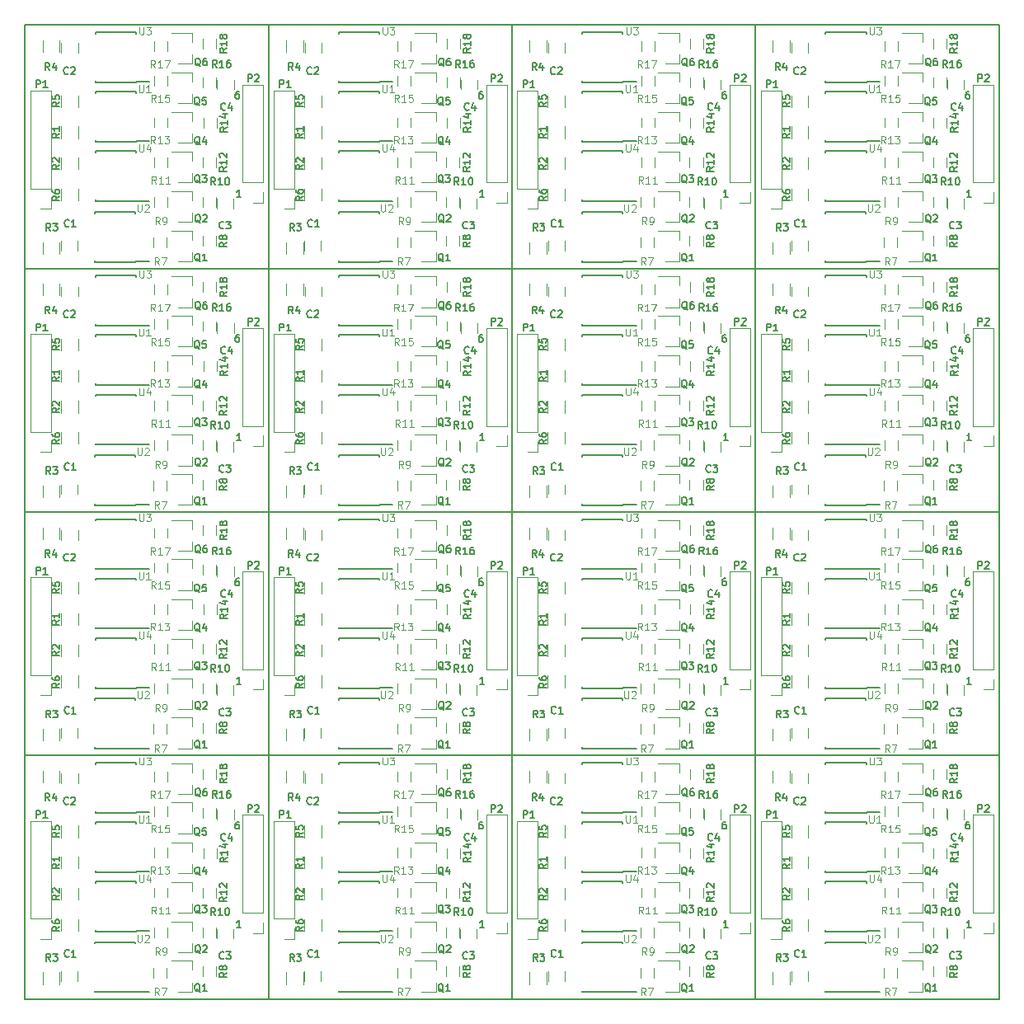
<source format=gto>
G04 #@! TF.FileFunction,Legend,Top*
%FSLAX46Y46*%
G04 Gerber Fmt 4.6, Leading zero omitted, Abs format (unit mm)*
G04 Created by KiCad (PCBNEW 4.0.2-stable) date 11/12/2017 1:18:08 PM*
%MOMM*%
G01*
G04 APERTURE LIST*
%ADD10C,0.100000*%
%ADD11C,0.150000*%
%ADD12C,0.120000*%
G04 APERTURE END LIST*
D10*
D11*
X165000000Y-125000000D02*
X190000000Y-125000000D01*
X165000000Y-125000000D02*
X165000000Y-150000000D01*
X190000000Y-150000000D02*
X165000000Y-150000000D01*
X190000000Y-125000000D02*
X190000000Y-150000000D01*
X165000000Y-150000000D02*
X165000000Y-125000000D01*
X90000000Y-150000000D02*
X90000000Y-125000000D01*
X115000000Y-125000000D02*
X115000000Y-150000000D01*
X115000000Y-150000000D02*
X90000000Y-150000000D01*
X90000000Y-125000000D02*
X115000000Y-125000000D01*
X115000000Y-150000000D02*
X115000000Y-125000000D01*
X140000000Y-125000000D02*
X165000000Y-125000000D01*
X140000000Y-125000000D02*
X140000000Y-150000000D01*
X115000000Y-125000000D02*
X140000000Y-125000000D01*
X140000000Y-150000000D02*
X140000000Y-125000000D01*
X140000000Y-150000000D02*
X115000000Y-150000000D01*
X165000000Y-150000000D02*
X140000000Y-150000000D01*
X112159686Y-142661886D02*
X111731114Y-142661886D01*
X111945400Y-142661886D02*
X111945400Y-141911886D01*
X111873971Y-142019029D01*
X111802543Y-142090457D01*
X111731114Y-142126171D01*
X111935857Y-131802686D02*
X111793000Y-131802686D01*
X111721571Y-131838400D01*
X111685857Y-131874114D01*
X111614428Y-131981257D01*
X111578714Y-132124114D01*
X111578714Y-132409829D01*
X111614428Y-132481257D01*
X111650143Y-132516971D01*
X111721571Y-132552686D01*
X111864428Y-132552686D01*
X111935857Y-132516971D01*
X111971571Y-132481257D01*
X112007286Y-132409829D01*
X112007286Y-132231257D01*
X111971571Y-132159829D01*
X111935857Y-132124114D01*
X111864428Y-132088400D01*
X111721571Y-132088400D01*
X111650143Y-132124114D01*
X111614428Y-132159829D01*
X111578714Y-132231257D01*
X161935857Y-131802686D02*
X161793000Y-131802686D01*
X161721571Y-131838400D01*
X161685857Y-131874114D01*
X161614428Y-131981257D01*
X161578714Y-132124114D01*
X161578714Y-132409829D01*
X161614428Y-132481257D01*
X161650143Y-132516971D01*
X161721571Y-132552686D01*
X161864428Y-132552686D01*
X161935857Y-132516971D01*
X161971571Y-132481257D01*
X162007286Y-132409829D01*
X162007286Y-132231257D01*
X161971571Y-132159829D01*
X161935857Y-132124114D01*
X161864428Y-132088400D01*
X161721571Y-132088400D01*
X161650143Y-132124114D01*
X161614428Y-132159829D01*
X161578714Y-132231257D01*
X162159686Y-142661886D02*
X161731114Y-142661886D01*
X161945400Y-142661886D02*
X161945400Y-141911886D01*
X161873971Y-142019029D01*
X161802543Y-142090457D01*
X161731114Y-142126171D01*
X186935857Y-131802686D02*
X186793000Y-131802686D01*
X186721571Y-131838400D01*
X186685857Y-131874114D01*
X186614428Y-131981257D01*
X186578714Y-132124114D01*
X186578714Y-132409829D01*
X186614428Y-132481257D01*
X186650143Y-132516971D01*
X186721571Y-132552686D01*
X186864428Y-132552686D01*
X186935857Y-132516971D01*
X186971571Y-132481257D01*
X187007286Y-132409829D01*
X187007286Y-132231257D01*
X186971571Y-132159829D01*
X186935857Y-132124114D01*
X186864428Y-132088400D01*
X186721571Y-132088400D01*
X186650143Y-132124114D01*
X186614428Y-132159829D01*
X186578714Y-132231257D01*
X187159686Y-142661886D02*
X186731114Y-142661886D01*
X186945400Y-142661886D02*
X186945400Y-141911886D01*
X186873971Y-142019029D01*
X186802543Y-142090457D01*
X186731114Y-142126171D01*
X137159686Y-142661886D02*
X136731114Y-142661886D01*
X136945400Y-142661886D02*
X136945400Y-141911886D01*
X136873971Y-142019029D01*
X136802543Y-142090457D01*
X136731114Y-142126171D01*
X136935857Y-131802686D02*
X136793000Y-131802686D01*
X136721571Y-131838400D01*
X136685857Y-131874114D01*
X136614428Y-131981257D01*
X136578714Y-132124114D01*
X136578714Y-132409829D01*
X136614428Y-132481257D01*
X136650143Y-132516971D01*
X136721571Y-132552686D01*
X136864428Y-132552686D01*
X136935857Y-132516971D01*
X136971571Y-132481257D01*
X137007286Y-132409829D01*
X137007286Y-132231257D01*
X136971571Y-132159829D01*
X136935857Y-132124114D01*
X136864428Y-132088400D01*
X136721571Y-132088400D01*
X136650143Y-132124114D01*
X136614428Y-132159829D01*
X136578714Y-132231257D01*
X165000000Y-100000000D02*
X190000000Y-100000000D01*
X165000000Y-100000000D02*
X165000000Y-125000000D01*
X190000000Y-125000000D02*
X165000000Y-125000000D01*
X190000000Y-100000000D02*
X190000000Y-125000000D01*
X165000000Y-125000000D02*
X165000000Y-100000000D01*
X90000000Y-125000000D02*
X90000000Y-100000000D01*
X115000000Y-100000000D02*
X115000000Y-125000000D01*
X115000000Y-125000000D02*
X90000000Y-125000000D01*
X90000000Y-100000000D02*
X115000000Y-100000000D01*
X115000000Y-125000000D02*
X115000000Y-100000000D01*
X140000000Y-100000000D02*
X165000000Y-100000000D01*
X140000000Y-100000000D02*
X140000000Y-125000000D01*
X115000000Y-100000000D02*
X140000000Y-100000000D01*
X140000000Y-125000000D02*
X140000000Y-100000000D01*
X140000000Y-125000000D02*
X115000000Y-125000000D01*
X165000000Y-125000000D02*
X140000000Y-125000000D01*
X112159686Y-117661886D02*
X111731114Y-117661886D01*
X111945400Y-117661886D02*
X111945400Y-116911886D01*
X111873971Y-117019029D01*
X111802543Y-117090457D01*
X111731114Y-117126171D01*
X111935857Y-106802686D02*
X111793000Y-106802686D01*
X111721571Y-106838400D01*
X111685857Y-106874114D01*
X111614428Y-106981257D01*
X111578714Y-107124114D01*
X111578714Y-107409829D01*
X111614428Y-107481257D01*
X111650143Y-107516971D01*
X111721571Y-107552686D01*
X111864428Y-107552686D01*
X111935857Y-107516971D01*
X111971571Y-107481257D01*
X112007286Y-107409829D01*
X112007286Y-107231257D01*
X111971571Y-107159829D01*
X111935857Y-107124114D01*
X111864428Y-107088400D01*
X111721571Y-107088400D01*
X111650143Y-107124114D01*
X111614428Y-107159829D01*
X111578714Y-107231257D01*
X161935857Y-106802686D02*
X161793000Y-106802686D01*
X161721571Y-106838400D01*
X161685857Y-106874114D01*
X161614428Y-106981257D01*
X161578714Y-107124114D01*
X161578714Y-107409829D01*
X161614428Y-107481257D01*
X161650143Y-107516971D01*
X161721571Y-107552686D01*
X161864428Y-107552686D01*
X161935857Y-107516971D01*
X161971571Y-107481257D01*
X162007286Y-107409829D01*
X162007286Y-107231257D01*
X161971571Y-107159829D01*
X161935857Y-107124114D01*
X161864428Y-107088400D01*
X161721571Y-107088400D01*
X161650143Y-107124114D01*
X161614428Y-107159829D01*
X161578714Y-107231257D01*
X162159686Y-117661886D02*
X161731114Y-117661886D01*
X161945400Y-117661886D02*
X161945400Y-116911886D01*
X161873971Y-117019029D01*
X161802543Y-117090457D01*
X161731114Y-117126171D01*
X186935857Y-106802686D02*
X186793000Y-106802686D01*
X186721571Y-106838400D01*
X186685857Y-106874114D01*
X186614428Y-106981257D01*
X186578714Y-107124114D01*
X186578714Y-107409829D01*
X186614428Y-107481257D01*
X186650143Y-107516971D01*
X186721571Y-107552686D01*
X186864428Y-107552686D01*
X186935857Y-107516971D01*
X186971571Y-107481257D01*
X187007286Y-107409829D01*
X187007286Y-107231257D01*
X186971571Y-107159829D01*
X186935857Y-107124114D01*
X186864428Y-107088400D01*
X186721571Y-107088400D01*
X186650143Y-107124114D01*
X186614428Y-107159829D01*
X186578714Y-107231257D01*
X187159686Y-117661886D02*
X186731114Y-117661886D01*
X186945400Y-117661886D02*
X186945400Y-116911886D01*
X186873971Y-117019029D01*
X186802543Y-117090457D01*
X186731114Y-117126171D01*
X137159686Y-117661886D02*
X136731114Y-117661886D01*
X136945400Y-117661886D02*
X136945400Y-116911886D01*
X136873971Y-117019029D01*
X136802543Y-117090457D01*
X136731114Y-117126171D01*
X136935857Y-106802686D02*
X136793000Y-106802686D01*
X136721571Y-106838400D01*
X136685857Y-106874114D01*
X136614428Y-106981257D01*
X136578714Y-107124114D01*
X136578714Y-107409829D01*
X136614428Y-107481257D01*
X136650143Y-107516971D01*
X136721571Y-107552686D01*
X136864428Y-107552686D01*
X136935857Y-107516971D01*
X136971571Y-107481257D01*
X137007286Y-107409829D01*
X137007286Y-107231257D01*
X136971571Y-107159829D01*
X136935857Y-107124114D01*
X136864428Y-107088400D01*
X136721571Y-107088400D01*
X136650143Y-107124114D01*
X136614428Y-107159829D01*
X136578714Y-107231257D01*
X165000000Y-75000000D02*
X190000000Y-75000000D01*
X165000000Y-75000000D02*
X165000000Y-100000000D01*
X190000000Y-100000000D02*
X165000000Y-100000000D01*
X190000000Y-75000000D02*
X190000000Y-100000000D01*
X165000000Y-100000000D02*
X165000000Y-75000000D01*
X90000000Y-100000000D02*
X90000000Y-75000000D01*
X115000000Y-75000000D02*
X115000000Y-100000000D01*
X115000000Y-100000000D02*
X90000000Y-100000000D01*
X90000000Y-75000000D02*
X115000000Y-75000000D01*
X115000000Y-100000000D02*
X115000000Y-75000000D01*
X140000000Y-75000000D02*
X165000000Y-75000000D01*
X140000000Y-75000000D02*
X140000000Y-100000000D01*
X115000000Y-75000000D02*
X140000000Y-75000000D01*
X140000000Y-100000000D02*
X140000000Y-75000000D01*
X140000000Y-100000000D02*
X115000000Y-100000000D01*
X165000000Y-100000000D02*
X140000000Y-100000000D01*
X112159686Y-92661886D02*
X111731114Y-92661886D01*
X111945400Y-92661886D02*
X111945400Y-91911886D01*
X111873971Y-92019029D01*
X111802543Y-92090457D01*
X111731114Y-92126171D01*
X111935857Y-81802686D02*
X111793000Y-81802686D01*
X111721571Y-81838400D01*
X111685857Y-81874114D01*
X111614428Y-81981257D01*
X111578714Y-82124114D01*
X111578714Y-82409829D01*
X111614428Y-82481257D01*
X111650143Y-82516971D01*
X111721571Y-82552686D01*
X111864428Y-82552686D01*
X111935857Y-82516971D01*
X111971571Y-82481257D01*
X112007286Y-82409829D01*
X112007286Y-82231257D01*
X111971571Y-82159829D01*
X111935857Y-82124114D01*
X111864428Y-82088400D01*
X111721571Y-82088400D01*
X111650143Y-82124114D01*
X111614428Y-82159829D01*
X111578714Y-82231257D01*
X161935857Y-81802686D02*
X161793000Y-81802686D01*
X161721571Y-81838400D01*
X161685857Y-81874114D01*
X161614428Y-81981257D01*
X161578714Y-82124114D01*
X161578714Y-82409829D01*
X161614428Y-82481257D01*
X161650143Y-82516971D01*
X161721571Y-82552686D01*
X161864428Y-82552686D01*
X161935857Y-82516971D01*
X161971571Y-82481257D01*
X162007286Y-82409829D01*
X162007286Y-82231257D01*
X161971571Y-82159829D01*
X161935857Y-82124114D01*
X161864428Y-82088400D01*
X161721571Y-82088400D01*
X161650143Y-82124114D01*
X161614428Y-82159829D01*
X161578714Y-82231257D01*
X162159686Y-92661886D02*
X161731114Y-92661886D01*
X161945400Y-92661886D02*
X161945400Y-91911886D01*
X161873971Y-92019029D01*
X161802543Y-92090457D01*
X161731114Y-92126171D01*
X186935857Y-81802686D02*
X186793000Y-81802686D01*
X186721571Y-81838400D01*
X186685857Y-81874114D01*
X186614428Y-81981257D01*
X186578714Y-82124114D01*
X186578714Y-82409829D01*
X186614428Y-82481257D01*
X186650143Y-82516971D01*
X186721571Y-82552686D01*
X186864428Y-82552686D01*
X186935857Y-82516971D01*
X186971571Y-82481257D01*
X187007286Y-82409829D01*
X187007286Y-82231257D01*
X186971571Y-82159829D01*
X186935857Y-82124114D01*
X186864428Y-82088400D01*
X186721571Y-82088400D01*
X186650143Y-82124114D01*
X186614428Y-82159829D01*
X186578714Y-82231257D01*
X187159686Y-92661886D02*
X186731114Y-92661886D01*
X186945400Y-92661886D02*
X186945400Y-91911886D01*
X186873971Y-92019029D01*
X186802543Y-92090457D01*
X186731114Y-92126171D01*
X137159686Y-92661886D02*
X136731114Y-92661886D01*
X136945400Y-92661886D02*
X136945400Y-91911886D01*
X136873971Y-92019029D01*
X136802543Y-92090457D01*
X136731114Y-92126171D01*
X136935857Y-81802686D02*
X136793000Y-81802686D01*
X136721571Y-81838400D01*
X136685857Y-81874114D01*
X136614428Y-81981257D01*
X136578714Y-82124114D01*
X136578714Y-82409829D01*
X136614428Y-82481257D01*
X136650143Y-82516971D01*
X136721571Y-82552686D01*
X136864428Y-82552686D01*
X136935857Y-82516971D01*
X136971571Y-82481257D01*
X137007286Y-82409829D01*
X137007286Y-82231257D01*
X136971571Y-82159829D01*
X136935857Y-82124114D01*
X136864428Y-82088400D01*
X136721571Y-82088400D01*
X136650143Y-82124114D01*
X136614428Y-82159829D01*
X136578714Y-82231257D01*
X190000000Y-75000000D02*
X165000000Y-75000000D01*
X165000000Y-75000000D02*
X140000000Y-75000000D01*
X140000000Y-75000000D02*
X140000000Y-50000000D01*
X165000000Y-50000000D02*
X165000000Y-75000000D01*
X165000000Y-50000000D02*
X190000000Y-50000000D01*
X190000000Y-50000000D02*
X190000000Y-75000000D01*
X165000000Y-75000000D02*
X165000000Y-50000000D01*
X140000000Y-50000000D02*
X165000000Y-50000000D01*
X161935857Y-56802686D02*
X161793000Y-56802686D01*
X161721571Y-56838400D01*
X161685857Y-56874114D01*
X161614428Y-56981257D01*
X161578714Y-57124114D01*
X161578714Y-57409829D01*
X161614428Y-57481257D01*
X161650143Y-57516971D01*
X161721571Y-57552686D01*
X161864428Y-57552686D01*
X161935857Y-57516971D01*
X161971571Y-57481257D01*
X162007286Y-57409829D01*
X162007286Y-57231257D01*
X161971571Y-57159829D01*
X161935857Y-57124114D01*
X161864428Y-57088400D01*
X161721571Y-57088400D01*
X161650143Y-57124114D01*
X161614428Y-57159829D01*
X161578714Y-57231257D01*
X186935857Y-56802686D02*
X186793000Y-56802686D01*
X186721571Y-56838400D01*
X186685857Y-56874114D01*
X186614428Y-56981257D01*
X186578714Y-57124114D01*
X186578714Y-57409829D01*
X186614428Y-57481257D01*
X186650143Y-57516971D01*
X186721571Y-57552686D01*
X186864428Y-57552686D01*
X186935857Y-57516971D01*
X186971571Y-57481257D01*
X187007286Y-57409829D01*
X187007286Y-57231257D01*
X186971571Y-57159829D01*
X186935857Y-57124114D01*
X186864428Y-57088400D01*
X186721571Y-57088400D01*
X186650143Y-57124114D01*
X186614428Y-57159829D01*
X186578714Y-57231257D01*
X187159686Y-67661886D02*
X186731114Y-67661886D01*
X186945400Y-67661886D02*
X186945400Y-66911886D01*
X186873971Y-67019029D01*
X186802543Y-67090457D01*
X186731114Y-67126171D01*
X162159686Y-67661886D02*
X161731114Y-67661886D01*
X161945400Y-67661886D02*
X161945400Y-66911886D01*
X161873971Y-67019029D01*
X161802543Y-67090457D01*
X161731114Y-67126171D01*
X115000000Y-50000000D02*
X140000000Y-50000000D01*
X140000000Y-75000000D02*
X115000000Y-75000000D01*
X115000000Y-75000000D02*
X115000000Y-50000000D01*
X140000000Y-50000000D02*
X140000000Y-75000000D01*
X136935857Y-56802686D02*
X136793000Y-56802686D01*
X136721571Y-56838400D01*
X136685857Y-56874114D01*
X136614428Y-56981257D01*
X136578714Y-57124114D01*
X136578714Y-57409829D01*
X136614428Y-57481257D01*
X136650143Y-57516971D01*
X136721571Y-57552686D01*
X136864428Y-57552686D01*
X136935857Y-57516971D01*
X136971571Y-57481257D01*
X137007286Y-57409829D01*
X137007286Y-57231257D01*
X136971571Y-57159829D01*
X136935857Y-57124114D01*
X136864428Y-57088400D01*
X136721571Y-57088400D01*
X136650143Y-57124114D01*
X136614428Y-57159829D01*
X136578714Y-57231257D01*
X137159686Y-67661886D02*
X136731114Y-67661886D01*
X136945400Y-67661886D02*
X136945400Y-66911886D01*
X136873971Y-67019029D01*
X136802543Y-67090457D01*
X136731114Y-67126171D01*
X111935857Y-56802686D02*
X111793000Y-56802686D01*
X111721571Y-56838400D01*
X111685857Y-56874114D01*
X111614428Y-56981257D01*
X111578714Y-57124114D01*
X111578714Y-57409829D01*
X111614428Y-57481257D01*
X111650143Y-57516971D01*
X111721571Y-57552686D01*
X111864428Y-57552686D01*
X111935857Y-57516971D01*
X111971571Y-57481257D01*
X112007286Y-57409829D01*
X112007286Y-57231257D01*
X111971571Y-57159829D01*
X111935857Y-57124114D01*
X111864428Y-57088400D01*
X111721571Y-57088400D01*
X111650143Y-57124114D01*
X111614428Y-57159829D01*
X111578714Y-57231257D01*
X112159686Y-67661886D02*
X111731114Y-67661886D01*
X111945400Y-67661886D02*
X111945400Y-66911886D01*
X111873971Y-67019029D01*
X111802543Y-67090457D01*
X111731114Y-67126171D01*
X90000000Y-75000000D02*
X90000000Y-50000000D01*
X115000000Y-75000000D02*
X90000000Y-75000000D01*
X115000000Y-50000000D02*
X115000000Y-75000000D01*
X90000000Y-50000000D02*
X115000000Y-50000000D01*
D12*
X153239000Y-143648800D02*
X153239000Y-142648800D01*
X154599000Y-142648800D02*
X154599000Y-143648800D01*
X153264400Y-139571400D02*
X153264400Y-138571400D01*
X154624400Y-138571400D02*
X154624400Y-139571400D01*
X157184200Y-141159400D02*
X157184200Y-140229400D01*
X157184200Y-137999400D02*
X157184200Y-138929400D01*
X157184200Y-137999400D02*
X155024200Y-137999400D01*
X157184200Y-141159400D02*
X155724200Y-141159400D01*
X157184200Y-137095400D02*
X157184200Y-136165400D01*
X157184200Y-133935400D02*
X157184200Y-134865400D01*
X157184200Y-133935400D02*
X155024200Y-133935400D01*
X157184200Y-137095400D02*
X155724200Y-137095400D01*
D11*
X151363600Y-136972800D02*
X151363600Y-136922800D01*
X147213600Y-136972800D02*
X147213600Y-136827800D01*
X147213600Y-131822800D02*
X147213600Y-131967800D01*
X151363600Y-131822800D02*
X151363600Y-131967800D01*
X151363600Y-136972800D02*
X147213600Y-136972800D01*
X151363600Y-131822800D02*
X147213600Y-131822800D01*
X151363600Y-136922800D02*
X152763600Y-136922800D01*
D12*
X153266400Y-127653800D02*
X153266400Y-126653800D01*
X154626400Y-126653800D02*
X154626400Y-127653800D01*
D11*
X151363600Y-130876800D02*
X151363600Y-130826800D01*
X147213600Y-130876800D02*
X147213600Y-130731800D01*
X147213600Y-125726800D02*
X147213600Y-125871800D01*
X151363600Y-125726800D02*
X151363600Y-125871800D01*
X151363600Y-130876800D02*
X147213600Y-130876800D01*
X151363600Y-125726800D02*
X147213600Y-125726800D01*
X151363600Y-130826800D02*
X152763600Y-130826800D01*
D12*
X153264400Y-135495400D02*
X153264400Y-134495400D01*
X154624400Y-134495400D02*
X154624400Y-135495400D01*
X153266400Y-131209800D02*
X153266400Y-130209800D01*
X154626400Y-130209800D02*
X154626400Y-131209800D01*
X161398400Y-143803800D02*
X161398400Y-142803800D01*
X159698400Y-142803800D02*
X159698400Y-143803800D01*
X158242800Y-143648800D02*
X158242800Y-142648800D01*
X159602800Y-142648800D02*
X159602800Y-143648800D01*
X158242800Y-139583400D02*
X158242800Y-138583400D01*
X159602800Y-138583400D02*
X159602800Y-139583400D01*
X166786800Y-148475000D02*
X166786800Y-147275000D01*
X168546800Y-147275000D02*
X168546800Y-148475000D01*
X167660000Y-131713200D02*
X165540000Y-131713200D01*
X167660000Y-141773200D02*
X167660000Y-131713200D01*
X165540000Y-141773200D02*
X165540000Y-131713200D01*
X167660000Y-141773200D02*
X165540000Y-141773200D01*
X167660000Y-142773200D02*
X167660000Y-143833200D01*
X167660000Y-143833200D02*
X166600000Y-143833200D01*
X164453200Y-131109200D02*
X162333200Y-131109200D01*
X164453200Y-141169200D02*
X164453200Y-131109200D01*
X162333200Y-141169200D02*
X162333200Y-131109200D01*
X164453200Y-141169200D02*
X162333200Y-141169200D01*
X164453200Y-142169200D02*
X164453200Y-143229200D01*
X164453200Y-143229200D02*
X163393200Y-143229200D01*
X158293600Y-135520800D02*
X158293600Y-134520800D01*
X159653600Y-134520800D02*
X159653600Y-135520800D01*
X158242800Y-147674000D02*
X158242800Y-146674000D01*
X159602800Y-146674000D02*
X159602800Y-147674000D01*
X161423800Y-131595800D02*
X161423800Y-130595800D01*
X159723800Y-130595800D02*
X159723800Y-131595800D01*
X157186200Y-128967400D02*
X157186200Y-128037400D01*
X157186200Y-125807400D02*
X157186200Y-126737400D01*
X157186200Y-125807400D02*
X155026200Y-125807400D01*
X157186200Y-128967400D02*
X155726200Y-128967400D01*
X158268200Y-127392800D02*
X158268200Y-126392800D01*
X159628200Y-126392800D02*
X159628200Y-127392800D01*
X166788800Y-127769000D02*
X166788800Y-126569000D01*
X168548800Y-126569000D02*
X168548800Y-127769000D01*
X158268200Y-131406000D02*
X158268200Y-130406000D01*
X159628200Y-130406000D02*
X159628200Y-131406000D01*
X157184200Y-133006000D02*
X157184200Y-132076000D01*
X157184200Y-129846000D02*
X157184200Y-130776000D01*
X157184200Y-129846000D02*
X155024200Y-129846000D01*
X157184200Y-133006000D02*
X155724200Y-133006000D01*
X168721800Y-126846000D02*
X168721800Y-127846000D01*
X170421800Y-127846000D02*
X170421800Y-126846000D01*
D11*
X151347800Y-149317200D02*
X151347800Y-149267200D01*
X147197800Y-149317200D02*
X147197800Y-149172200D01*
X147197800Y-144167200D02*
X147197800Y-144312200D01*
X151347800Y-144167200D02*
X151347800Y-144312200D01*
X151347800Y-149317200D02*
X147197800Y-149317200D01*
X151347800Y-144167200D02*
X147197800Y-144167200D01*
X151347800Y-149267200D02*
X152747800Y-149267200D01*
D12*
X153188200Y-147801000D02*
X153188200Y-146801000D01*
X154548200Y-146801000D02*
X154548200Y-147801000D01*
X157184200Y-149262000D02*
X157184200Y-148332000D01*
X157184200Y-146102000D02*
X157184200Y-147032000D01*
X157184200Y-146102000D02*
X155024200Y-146102000D01*
X157184200Y-149262000D02*
X155724200Y-149262000D01*
D11*
X151363600Y-143094200D02*
X151363600Y-143044200D01*
X147213600Y-143094200D02*
X147213600Y-142949200D01*
X147213600Y-137944200D02*
X147213600Y-138089200D01*
X151363600Y-137944200D02*
X151363600Y-138089200D01*
X151363600Y-143094200D02*
X147213600Y-143094200D01*
X151363600Y-137944200D02*
X147213600Y-137944200D01*
X151363600Y-143044200D02*
X152763600Y-143044200D01*
D12*
X157184200Y-145223400D02*
X157184200Y-144293400D01*
X157184200Y-142063400D02*
X157184200Y-142993400D01*
X157184200Y-142063400D02*
X155024200Y-142063400D01*
X157184200Y-145223400D02*
X155724200Y-145223400D01*
X186423800Y-131595800D02*
X186423800Y-130595800D01*
X184723800Y-130595800D02*
X184723800Y-131595800D01*
X183268200Y-127392800D02*
X183268200Y-126392800D01*
X184628200Y-126392800D02*
X184628200Y-127392800D01*
X183268200Y-131406000D02*
X183268200Y-130406000D01*
X184628200Y-130406000D02*
X184628200Y-131406000D01*
X182186200Y-128967400D02*
X182186200Y-128037400D01*
X182186200Y-125807400D02*
X182186200Y-126737400D01*
X182186200Y-125807400D02*
X180026200Y-125807400D01*
X182186200Y-128967400D02*
X180726200Y-128967400D01*
X182184200Y-133006000D02*
X182184200Y-132076000D01*
X182184200Y-129846000D02*
X182184200Y-130776000D01*
X182184200Y-129846000D02*
X180024200Y-129846000D01*
X182184200Y-133006000D02*
X180724200Y-133006000D01*
D11*
X176363600Y-143094200D02*
X176363600Y-143044200D01*
X172213600Y-143094200D02*
X172213600Y-142949200D01*
X172213600Y-137944200D02*
X172213600Y-138089200D01*
X176363600Y-137944200D02*
X176363600Y-138089200D01*
X176363600Y-143094200D02*
X172213600Y-143094200D01*
X176363600Y-137944200D02*
X172213600Y-137944200D01*
X176363600Y-143044200D02*
X177763600Y-143044200D01*
X176347800Y-149317200D02*
X176347800Y-149267200D01*
X172197800Y-149317200D02*
X172197800Y-149172200D01*
X172197800Y-144167200D02*
X172197800Y-144312200D01*
X176347800Y-144167200D02*
X176347800Y-144312200D01*
X176347800Y-149317200D02*
X172197800Y-149317200D01*
X176347800Y-144167200D02*
X172197800Y-144167200D01*
X176347800Y-149267200D02*
X177747800Y-149267200D01*
D12*
X170428400Y-138606800D02*
X170428400Y-139806800D01*
X168668400Y-139806800D02*
X168668400Y-138606800D01*
X168668400Y-143007200D02*
X168668400Y-141807200D01*
X170428400Y-141807200D02*
X170428400Y-143007200D01*
X168696400Y-147172600D02*
X168696400Y-148172600D01*
X170396400Y-148172600D02*
X170396400Y-147172600D01*
X178264400Y-139571400D02*
X178264400Y-138571400D01*
X179624400Y-138571400D02*
X179624400Y-139571400D01*
X189453200Y-131109200D02*
X187333200Y-131109200D01*
X189453200Y-141169200D02*
X189453200Y-131109200D01*
X187333200Y-141169200D02*
X187333200Y-131109200D01*
X189453200Y-141169200D02*
X187333200Y-141169200D01*
X189453200Y-142169200D02*
X189453200Y-143229200D01*
X189453200Y-143229200D02*
X188393200Y-143229200D01*
X183293600Y-135520800D02*
X183293600Y-134520800D01*
X184653600Y-134520800D02*
X184653600Y-135520800D01*
X182184200Y-137095400D02*
X182184200Y-136165400D01*
X182184200Y-133935400D02*
X182184200Y-134865400D01*
X182184200Y-133935400D02*
X180024200Y-133935400D01*
X182184200Y-137095400D02*
X180724200Y-137095400D01*
X182184200Y-141159400D02*
X182184200Y-140229400D01*
X182184200Y-137999400D02*
X182184200Y-138929400D01*
X182184200Y-137999400D02*
X180024200Y-137999400D01*
X182184200Y-141159400D02*
X180724200Y-141159400D01*
X178264400Y-135495400D02*
X178264400Y-134495400D01*
X179624400Y-134495400D02*
X179624400Y-135495400D01*
X183242800Y-139583400D02*
X183242800Y-138583400D01*
X184602800Y-138583400D02*
X184602800Y-139583400D01*
X170428400Y-135406400D02*
X170428400Y-136606400D01*
X168668400Y-136606400D02*
X168668400Y-135406400D01*
D11*
X176363600Y-130876800D02*
X176363600Y-130826800D01*
X172213600Y-130876800D02*
X172213600Y-130731800D01*
X172213600Y-125726800D02*
X172213600Y-125871800D01*
X176363600Y-125726800D02*
X176363600Y-125871800D01*
X176363600Y-130876800D02*
X172213600Y-130876800D01*
X176363600Y-125726800D02*
X172213600Y-125726800D01*
X176363600Y-130826800D02*
X177763600Y-130826800D01*
X176363600Y-136972800D02*
X176363600Y-136922800D01*
X172213600Y-136972800D02*
X172213600Y-136827800D01*
X172213600Y-131822800D02*
X172213600Y-131967800D01*
X176363600Y-131822800D02*
X176363600Y-131967800D01*
X176363600Y-136972800D02*
X172213600Y-136972800D01*
X176363600Y-131822800D02*
X172213600Y-131822800D01*
X176363600Y-136922800D02*
X177763600Y-136922800D01*
D12*
X178266400Y-127653800D02*
X178266400Y-126653800D01*
X179626400Y-126653800D02*
X179626400Y-127653800D01*
X178266400Y-131209800D02*
X178266400Y-130209800D01*
X179626400Y-130209800D02*
X179626400Y-131209800D01*
X170428400Y-132206000D02*
X170428400Y-133406000D01*
X168668400Y-133406000D02*
X168668400Y-132206000D01*
X183242800Y-147674000D02*
X183242800Y-146674000D01*
X184602800Y-146674000D02*
X184602800Y-147674000D01*
X186398400Y-143803800D02*
X186398400Y-142803800D01*
X184698400Y-142803800D02*
X184698400Y-143803800D01*
X178239000Y-143648800D02*
X178239000Y-142648800D01*
X179599000Y-142648800D02*
X179599000Y-143648800D01*
X182184200Y-149262000D02*
X182184200Y-148332000D01*
X182184200Y-146102000D02*
X182184200Y-147032000D01*
X182184200Y-146102000D02*
X180024200Y-146102000D01*
X182184200Y-149262000D02*
X180724200Y-149262000D01*
X183242800Y-143648800D02*
X183242800Y-142648800D01*
X184602800Y-142648800D02*
X184602800Y-143648800D01*
X182184200Y-145223400D02*
X182184200Y-144293400D01*
X182184200Y-142063400D02*
X182184200Y-142993400D01*
X182184200Y-142063400D02*
X180024200Y-142063400D01*
X182184200Y-145223400D02*
X180724200Y-145223400D01*
X178188200Y-147801000D02*
X178188200Y-146801000D01*
X179548200Y-146801000D02*
X179548200Y-147801000D01*
X128239000Y-143648800D02*
X128239000Y-142648800D01*
X129599000Y-142648800D02*
X129599000Y-143648800D01*
X133242800Y-147674000D02*
X133242800Y-146674000D01*
X134602800Y-146674000D02*
X134602800Y-147674000D01*
X132184200Y-145223400D02*
X132184200Y-144293400D01*
X132184200Y-142063400D02*
X132184200Y-142993400D01*
X132184200Y-142063400D02*
X130024200Y-142063400D01*
X132184200Y-145223400D02*
X130724200Y-145223400D01*
X136398400Y-143803800D02*
X136398400Y-142803800D01*
X134698400Y-142803800D02*
X134698400Y-143803800D01*
X132184200Y-149262000D02*
X132184200Y-148332000D01*
X132184200Y-146102000D02*
X132184200Y-147032000D01*
X132184200Y-146102000D02*
X130024200Y-146102000D01*
X132184200Y-149262000D02*
X130724200Y-149262000D01*
X133242800Y-143648800D02*
X133242800Y-142648800D01*
X134602800Y-142648800D02*
X134602800Y-143648800D01*
X128188200Y-147801000D02*
X128188200Y-146801000D01*
X129548200Y-146801000D02*
X129548200Y-147801000D01*
X143696400Y-147172600D02*
X143696400Y-148172600D01*
X145396400Y-148172600D02*
X145396400Y-147172600D01*
X145428400Y-135406400D02*
X145428400Y-136606400D01*
X143668400Y-136606400D02*
X143668400Y-135406400D01*
X145428400Y-138606800D02*
X145428400Y-139806800D01*
X143668400Y-139806800D02*
X143668400Y-138606800D01*
X139453200Y-131109200D02*
X137333200Y-131109200D01*
X139453200Y-141169200D02*
X139453200Y-131109200D01*
X137333200Y-141169200D02*
X137333200Y-131109200D01*
X139453200Y-141169200D02*
X137333200Y-141169200D01*
X139453200Y-142169200D02*
X139453200Y-143229200D01*
X139453200Y-143229200D02*
X138393200Y-143229200D01*
X145428400Y-132206000D02*
X145428400Y-133406000D01*
X143668400Y-133406000D02*
X143668400Y-132206000D01*
X142660000Y-131713200D02*
X140540000Y-131713200D01*
X142660000Y-141773200D02*
X142660000Y-131713200D01*
X140540000Y-141773200D02*
X140540000Y-131713200D01*
X142660000Y-141773200D02*
X140540000Y-141773200D01*
X142660000Y-142773200D02*
X142660000Y-143833200D01*
X142660000Y-143833200D02*
X141600000Y-143833200D01*
X141786800Y-148475000D02*
X141786800Y-147275000D01*
X143546800Y-147275000D02*
X143546800Y-148475000D01*
X143668400Y-143007200D02*
X143668400Y-141807200D01*
X145428400Y-141807200D02*
X145428400Y-143007200D01*
D11*
X126363600Y-136972800D02*
X126363600Y-136922800D01*
X122213600Y-136972800D02*
X122213600Y-136827800D01*
X122213600Y-131822800D02*
X122213600Y-131967800D01*
X126363600Y-131822800D02*
X126363600Y-131967800D01*
X126363600Y-136972800D02*
X122213600Y-136972800D01*
X126363600Y-131822800D02*
X122213600Y-131822800D01*
X126363600Y-136922800D02*
X127763600Y-136922800D01*
D12*
X120428400Y-138606800D02*
X120428400Y-139806800D01*
X118668400Y-139806800D02*
X118668400Y-138606800D01*
D11*
X126363600Y-143094200D02*
X126363600Y-143044200D01*
X122213600Y-143094200D02*
X122213600Y-142949200D01*
X122213600Y-137944200D02*
X122213600Y-138089200D01*
X126363600Y-137944200D02*
X126363600Y-138089200D01*
X126363600Y-143094200D02*
X122213600Y-143094200D01*
X126363600Y-137944200D02*
X122213600Y-137944200D01*
X126363600Y-143044200D02*
X127763600Y-143044200D01*
D12*
X120428400Y-135406400D02*
X120428400Y-136606400D01*
X118668400Y-136606400D02*
X118668400Y-135406400D01*
X117660000Y-131713200D02*
X115540000Y-131713200D01*
X117660000Y-141773200D02*
X117660000Y-131713200D01*
X115540000Y-141773200D02*
X115540000Y-131713200D01*
X117660000Y-141773200D02*
X115540000Y-141773200D01*
X117660000Y-142773200D02*
X117660000Y-143833200D01*
X117660000Y-143833200D02*
X116600000Y-143833200D01*
X120428400Y-132206000D02*
X120428400Y-133406000D01*
X118668400Y-133406000D02*
X118668400Y-132206000D01*
X133268200Y-131406000D02*
X133268200Y-130406000D01*
X134628200Y-130406000D02*
X134628200Y-131406000D01*
X132186200Y-128967400D02*
X132186200Y-128037400D01*
X132186200Y-125807400D02*
X132186200Y-126737400D01*
X132186200Y-125807400D02*
X130026200Y-125807400D01*
X132186200Y-128967400D02*
X130726200Y-128967400D01*
X133268200Y-127392800D02*
X133268200Y-126392800D01*
X134628200Y-126392800D02*
X134628200Y-127392800D01*
X141788800Y-127769000D02*
X141788800Y-126569000D01*
X143548800Y-126569000D02*
X143548800Y-127769000D01*
X136423800Y-131595800D02*
X136423800Y-130595800D01*
X134723800Y-130595800D02*
X134723800Y-131595800D01*
X132184200Y-133006000D02*
X132184200Y-132076000D01*
X132184200Y-129846000D02*
X132184200Y-130776000D01*
X132184200Y-129846000D02*
X130024200Y-129846000D01*
X132184200Y-133006000D02*
X130724200Y-133006000D01*
X143721800Y-126846000D02*
X143721800Y-127846000D01*
X145421800Y-127846000D02*
X145421800Y-126846000D01*
X128266400Y-127653800D02*
X128266400Y-126653800D01*
X129626400Y-126653800D02*
X129626400Y-127653800D01*
D11*
X126363600Y-130876800D02*
X126363600Y-130826800D01*
X122213600Y-130876800D02*
X122213600Y-130731800D01*
X122213600Y-125726800D02*
X122213600Y-125871800D01*
X126363600Y-125726800D02*
X126363600Y-125871800D01*
X126363600Y-130876800D02*
X122213600Y-130876800D01*
X126363600Y-125726800D02*
X122213600Y-125726800D01*
X126363600Y-130826800D02*
X127763600Y-130826800D01*
D12*
X118721800Y-126846000D02*
X118721800Y-127846000D01*
X120421800Y-127846000D02*
X120421800Y-126846000D01*
X116788800Y-127769000D02*
X116788800Y-126569000D01*
X118548800Y-126569000D02*
X118548800Y-127769000D01*
X128266400Y-131209800D02*
X128266400Y-130209800D01*
X129626400Y-130209800D02*
X129626400Y-131209800D01*
X116786800Y-148475000D02*
X116786800Y-147275000D01*
X118546800Y-147275000D02*
X118546800Y-148475000D01*
X118668400Y-143007200D02*
X118668400Y-141807200D01*
X120428400Y-141807200D02*
X120428400Y-143007200D01*
X118696400Y-147172600D02*
X118696400Y-148172600D01*
X120396400Y-148172600D02*
X120396400Y-147172600D01*
D11*
X126347800Y-149317200D02*
X126347800Y-149267200D01*
X122197800Y-149317200D02*
X122197800Y-149172200D01*
X122197800Y-144167200D02*
X122197800Y-144312200D01*
X126347800Y-144167200D02*
X126347800Y-144312200D01*
X126347800Y-149317200D02*
X122197800Y-149317200D01*
X126347800Y-144167200D02*
X122197800Y-144167200D01*
X126347800Y-149267200D02*
X127747800Y-149267200D01*
D12*
X128264400Y-135495400D02*
X128264400Y-134495400D01*
X129624400Y-134495400D02*
X129624400Y-135495400D01*
X133242800Y-139583400D02*
X133242800Y-138583400D01*
X134602800Y-138583400D02*
X134602800Y-139583400D01*
X133293600Y-135520800D02*
X133293600Y-134520800D01*
X134653600Y-134520800D02*
X134653600Y-135520800D01*
X132184200Y-137095400D02*
X132184200Y-136165400D01*
X132184200Y-133935400D02*
X132184200Y-134865400D01*
X132184200Y-133935400D02*
X130024200Y-133935400D01*
X132184200Y-137095400D02*
X130724200Y-137095400D01*
X132184200Y-141159400D02*
X132184200Y-140229400D01*
X132184200Y-137999400D02*
X132184200Y-138929400D01*
X132184200Y-137999400D02*
X130024200Y-137999400D01*
X132184200Y-141159400D02*
X130724200Y-141159400D01*
X128264400Y-139571400D02*
X128264400Y-138571400D01*
X129624400Y-138571400D02*
X129624400Y-139571400D01*
X103266400Y-131209800D02*
X103266400Y-130209800D01*
X104626400Y-130209800D02*
X104626400Y-131209800D01*
X103266400Y-127653800D02*
X103266400Y-126653800D01*
X104626400Y-126653800D02*
X104626400Y-127653800D01*
X95428400Y-132206000D02*
X95428400Y-133406000D01*
X93668400Y-133406000D02*
X93668400Y-132206000D01*
X91788800Y-127769000D02*
X91788800Y-126569000D01*
X93548800Y-126569000D02*
X93548800Y-127769000D01*
X93721800Y-126846000D02*
X93721800Y-127846000D01*
X95421800Y-127846000D02*
X95421800Y-126846000D01*
D11*
X101363600Y-136972800D02*
X101363600Y-136922800D01*
X97213600Y-136972800D02*
X97213600Y-136827800D01*
X97213600Y-131822800D02*
X97213600Y-131967800D01*
X101363600Y-131822800D02*
X101363600Y-131967800D01*
X101363600Y-136972800D02*
X97213600Y-136972800D01*
X101363600Y-131822800D02*
X97213600Y-131822800D01*
X101363600Y-136922800D02*
X102763600Y-136922800D01*
X101363600Y-130876800D02*
X101363600Y-130826800D01*
X97213600Y-130876800D02*
X97213600Y-130731800D01*
X97213600Y-125726800D02*
X97213600Y-125871800D01*
X101363600Y-125726800D02*
X101363600Y-125871800D01*
X101363600Y-130876800D02*
X97213600Y-130876800D01*
X101363600Y-125726800D02*
X97213600Y-125726800D01*
X101363600Y-130826800D02*
X102763600Y-130826800D01*
D12*
X103264400Y-135495400D02*
X103264400Y-134495400D01*
X104624400Y-134495400D02*
X104624400Y-135495400D01*
X108293600Y-135520800D02*
X108293600Y-134520800D01*
X109653600Y-134520800D02*
X109653600Y-135520800D01*
X107184200Y-141159400D02*
X107184200Y-140229400D01*
X107184200Y-137999400D02*
X107184200Y-138929400D01*
X107184200Y-137999400D02*
X105024200Y-137999400D01*
X107184200Y-141159400D02*
X105724200Y-141159400D01*
X111398400Y-143803800D02*
X111398400Y-142803800D01*
X109698400Y-142803800D02*
X109698400Y-143803800D01*
X103264400Y-139571400D02*
X103264400Y-138571400D01*
X104624400Y-138571400D02*
X104624400Y-139571400D01*
X107184200Y-137095400D02*
X107184200Y-136165400D01*
X107184200Y-133935400D02*
X107184200Y-134865400D01*
X107184200Y-133935400D02*
X105024200Y-133935400D01*
X107184200Y-137095400D02*
X105724200Y-137095400D01*
X114453200Y-131109200D02*
X112333200Y-131109200D01*
X114453200Y-141169200D02*
X114453200Y-131109200D01*
X112333200Y-141169200D02*
X112333200Y-131109200D01*
X114453200Y-141169200D02*
X112333200Y-141169200D01*
X114453200Y-142169200D02*
X114453200Y-143229200D01*
X114453200Y-143229200D02*
X113393200Y-143229200D01*
X108242800Y-139583400D02*
X108242800Y-138583400D01*
X109602800Y-138583400D02*
X109602800Y-139583400D01*
X108242800Y-147674000D02*
X108242800Y-146674000D01*
X109602800Y-146674000D02*
X109602800Y-147674000D01*
X103239000Y-143648800D02*
X103239000Y-142648800D01*
X104599000Y-142648800D02*
X104599000Y-143648800D01*
X107184200Y-145223400D02*
X107184200Y-144293400D01*
X107184200Y-142063400D02*
X107184200Y-142993400D01*
X107184200Y-142063400D02*
X105024200Y-142063400D01*
X107184200Y-145223400D02*
X105724200Y-145223400D01*
X107184200Y-149262000D02*
X107184200Y-148332000D01*
X107184200Y-146102000D02*
X107184200Y-147032000D01*
X107184200Y-146102000D02*
X105024200Y-146102000D01*
X107184200Y-149262000D02*
X105724200Y-149262000D01*
X108242800Y-143648800D02*
X108242800Y-142648800D01*
X109602800Y-142648800D02*
X109602800Y-143648800D01*
X103188200Y-147801000D02*
X103188200Y-146801000D01*
X104548200Y-146801000D02*
X104548200Y-147801000D01*
X108268200Y-131406000D02*
X108268200Y-130406000D01*
X109628200Y-130406000D02*
X109628200Y-131406000D01*
X107184200Y-133006000D02*
X107184200Y-132076000D01*
X107184200Y-129846000D02*
X107184200Y-130776000D01*
X107184200Y-129846000D02*
X105024200Y-129846000D01*
X107184200Y-133006000D02*
X105724200Y-133006000D01*
X111423800Y-131595800D02*
X111423800Y-130595800D01*
X109723800Y-130595800D02*
X109723800Y-131595800D01*
X107186200Y-128967400D02*
X107186200Y-128037400D01*
X107186200Y-125807400D02*
X107186200Y-126737400D01*
X107186200Y-125807400D02*
X105026200Y-125807400D01*
X107186200Y-128967400D02*
X105726200Y-128967400D01*
X108268200Y-127392800D02*
X108268200Y-126392800D01*
X109628200Y-126392800D02*
X109628200Y-127392800D01*
X92660000Y-131713200D02*
X90540000Y-131713200D01*
X92660000Y-141773200D02*
X92660000Y-131713200D01*
X90540000Y-141773200D02*
X90540000Y-131713200D01*
X92660000Y-141773200D02*
X90540000Y-141773200D01*
X92660000Y-142773200D02*
X92660000Y-143833200D01*
X92660000Y-143833200D02*
X91600000Y-143833200D01*
D11*
X101363600Y-143094200D02*
X101363600Y-143044200D01*
X97213600Y-143094200D02*
X97213600Y-142949200D01*
X97213600Y-137944200D02*
X97213600Y-138089200D01*
X101363600Y-137944200D02*
X101363600Y-138089200D01*
X101363600Y-143094200D02*
X97213600Y-143094200D01*
X101363600Y-137944200D02*
X97213600Y-137944200D01*
X101363600Y-143044200D02*
X102763600Y-143044200D01*
D12*
X93696400Y-147172600D02*
X93696400Y-148172600D01*
X95396400Y-148172600D02*
X95396400Y-147172600D01*
X95428400Y-135406400D02*
X95428400Y-136606400D01*
X93668400Y-136606400D02*
X93668400Y-135406400D01*
D11*
X101347800Y-149317200D02*
X101347800Y-149267200D01*
X97197800Y-149317200D02*
X97197800Y-149172200D01*
X97197800Y-144167200D02*
X97197800Y-144312200D01*
X101347800Y-144167200D02*
X101347800Y-144312200D01*
X101347800Y-149317200D02*
X97197800Y-149317200D01*
X101347800Y-144167200D02*
X97197800Y-144167200D01*
X101347800Y-149267200D02*
X102747800Y-149267200D01*
D12*
X91786800Y-148475000D02*
X91786800Y-147275000D01*
X93546800Y-147275000D02*
X93546800Y-148475000D01*
X93668400Y-143007200D02*
X93668400Y-141807200D01*
X95428400Y-141807200D02*
X95428400Y-143007200D01*
X95428400Y-138606800D02*
X95428400Y-139806800D01*
X93668400Y-139806800D02*
X93668400Y-138606800D01*
X153239000Y-118648800D02*
X153239000Y-117648800D01*
X154599000Y-117648800D02*
X154599000Y-118648800D01*
X153264400Y-114571400D02*
X153264400Y-113571400D01*
X154624400Y-113571400D02*
X154624400Y-114571400D01*
X157184200Y-116159400D02*
X157184200Y-115229400D01*
X157184200Y-112999400D02*
X157184200Y-113929400D01*
X157184200Y-112999400D02*
X155024200Y-112999400D01*
X157184200Y-116159400D02*
X155724200Y-116159400D01*
X157184200Y-112095400D02*
X157184200Y-111165400D01*
X157184200Y-108935400D02*
X157184200Y-109865400D01*
X157184200Y-108935400D02*
X155024200Y-108935400D01*
X157184200Y-112095400D02*
X155724200Y-112095400D01*
D11*
X151363600Y-111972800D02*
X151363600Y-111922800D01*
X147213600Y-111972800D02*
X147213600Y-111827800D01*
X147213600Y-106822800D02*
X147213600Y-106967800D01*
X151363600Y-106822800D02*
X151363600Y-106967800D01*
X151363600Y-111972800D02*
X147213600Y-111972800D01*
X151363600Y-106822800D02*
X147213600Y-106822800D01*
X151363600Y-111922800D02*
X152763600Y-111922800D01*
D12*
X153266400Y-102653800D02*
X153266400Y-101653800D01*
X154626400Y-101653800D02*
X154626400Y-102653800D01*
D11*
X151363600Y-105876800D02*
X151363600Y-105826800D01*
X147213600Y-105876800D02*
X147213600Y-105731800D01*
X147213600Y-100726800D02*
X147213600Y-100871800D01*
X151363600Y-100726800D02*
X151363600Y-100871800D01*
X151363600Y-105876800D02*
X147213600Y-105876800D01*
X151363600Y-100726800D02*
X147213600Y-100726800D01*
X151363600Y-105826800D02*
X152763600Y-105826800D01*
D12*
X153264400Y-110495400D02*
X153264400Y-109495400D01*
X154624400Y-109495400D02*
X154624400Y-110495400D01*
X153266400Y-106209800D02*
X153266400Y-105209800D01*
X154626400Y-105209800D02*
X154626400Y-106209800D01*
X161398400Y-118803800D02*
X161398400Y-117803800D01*
X159698400Y-117803800D02*
X159698400Y-118803800D01*
X158242800Y-118648800D02*
X158242800Y-117648800D01*
X159602800Y-117648800D02*
X159602800Y-118648800D01*
X158242800Y-114583400D02*
X158242800Y-113583400D01*
X159602800Y-113583400D02*
X159602800Y-114583400D01*
X166786800Y-123475000D02*
X166786800Y-122275000D01*
X168546800Y-122275000D02*
X168546800Y-123475000D01*
X167660000Y-106713200D02*
X165540000Y-106713200D01*
X167660000Y-116773200D02*
X167660000Y-106713200D01*
X165540000Y-116773200D02*
X165540000Y-106713200D01*
X167660000Y-116773200D02*
X165540000Y-116773200D01*
X167660000Y-117773200D02*
X167660000Y-118833200D01*
X167660000Y-118833200D02*
X166600000Y-118833200D01*
X164453200Y-106109200D02*
X162333200Y-106109200D01*
X164453200Y-116169200D02*
X164453200Y-106109200D01*
X162333200Y-116169200D02*
X162333200Y-106109200D01*
X164453200Y-116169200D02*
X162333200Y-116169200D01*
X164453200Y-117169200D02*
X164453200Y-118229200D01*
X164453200Y-118229200D02*
X163393200Y-118229200D01*
X158293600Y-110520800D02*
X158293600Y-109520800D01*
X159653600Y-109520800D02*
X159653600Y-110520800D01*
X158242800Y-122674000D02*
X158242800Y-121674000D01*
X159602800Y-121674000D02*
X159602800Y-122674000D01*
X161423800Y-106595800D02*
X161423800Y-105595800D01*
X159723800Y-105595800D02*
X159723800Y-106595800D01*
X157186200Y-103967400D02*
X157186200Y-103037400D01*
X157186200Y-100807400D02*
X157186200Y-101737400D01*
X157186200Y-100807400D02*
X155026200Y-100807400D01*
X157186200Y-103967400D02*
X155726200Y-103967400D01*
X158268200Y-102392800D02*
X158268200Y-101392800D01*
X159628200Y-101392800D02*
X159628200Y-102392800D01*
X166788800Y-102769000D02*
X166788800Y-101569000D01*
X168548800Y-101569000D02*
X168548800Y-102769000D01*
X158268200Y-106406000D02*
X158268200Y-105406000D01*
X159628200Y-105406000D02*
X159628200Y-106406000D01*
X157184200Y-108006000D02*
X157184200Y-107076000D01*
X157184200Y-104846000D02*
X157184200Y-105776000D01*
X157184200Y-104846000D02*
X155024200Y-104846000D01*
X157184200Y-108006000D02*
X155724200Y-108006000D01*
X168721800Y-101846000D02*
X168721800Y-102846000D01*
X170421800Y-102846000D02*
X170421800Y-101846000D01*
D11*
X151347800Y-124317200D02*
X151347800Y-124267200D01*
X147197800Y-124317200D02*
X147197800Y-124172200D01*
X147197800Y-119167200D02*
X147197800Y-119312200D01*
X151347800Y-119167200D02*
X151347800Y-119312200D01*
X151347800Y-124317200D02*
X147197800Y-124317200D01*
X151347800Y-119167200D02*
X147197800Y-119167200D01*
X151347800Y-124267200D02*
X152747800Y-124267200D01*
D12*
X153188200Y-122801000D02*
X153188200Y-121801000D01*
X154548200Y-121801000D02*
X154548200Y-122801000D01*
X157184200Y-124262000D02*
X157184200Y-123332000D01*
X157184200Y-121102000D02*
X157184200Y-122032000D01*
X157184200Y-121102000D02*
X155024200Y-121102000D01*
X157184200Y-124262000D02*
X155724200Y-124262000D01*
D11*
X151363600Y-118094200D02*
X151363600Y-118044200D01*
X147213600Y-118094200D02*
X147213600Y-117949200D01*
X147213600Y-112944200D02*
X147213600Y-113089200D01*
X151363600Y-112944200D02*
X151363600Y-113089200D01*
X151363600Y-118094200D02*
X147213600Y-118094200D01*
X151363600Y-112944200D02*
X147213600Y-112944200D01*
X151363600Y-118044200D02*
X152763600Y-118044200D01*
D12*
X157184200Y-120223400D02*
X157184200Y-119293400D01*
X157184200Y-117063400D02*
X157184200Y-117993400D01*
X157184200Y-117063400D02*
X155024200Y-117063400D01*
X157184200Y-120223400D02*
X155724200Y-120223400D01*
X186423800Y-106595800D02*
X186423800Y-105595800D01*
X184723800Y-105595800D02*
X184723800Y-106595800D01*
X183268200Y-102392800D02*
X183268200Y-101392800D01*
X184628200Y-101392800D02*
X184628200Y-102392800D01*
X183268200Y-106406000D02*
X183268200Y-105406000D01*
X184628200Y-105406000D02*
X184628200Y-106406000D01*
X182186200Y-103967400D02*
X182186200Y-103037400D01*
X182186200Y-100807400D02*
X182186200Y-101737400D01*
X182186200Y-100807400D02*
X180026200Y-100807400D01*
X182186200Y-103967400D02*
X180726200Y-103967400D01*
X182184200Y-108006000D02*
X182184200Y-107076000D01*
X182184200Y-104846000D02*
X182184200Y-105776000D01*
X182184200Y-104846000D02*
X180024200Y-104846000D01*
X182184200Y-108006000D02*
X180724200Y-108006000D01*
D11*
X176363600Y-118094200D02*
X176363600Y-118044200D01*
X172213600Y-118094200D02*
X172213600Y-117949200D01*
X172213600Y-112944200D02*
X172213600Y-113089200D01*
X176363600Y-112944200D02*
X176363600Y-113089200D01*
X176363600Y-118094200D02*
X172213600Y-118094200D01*
X176363600Y-112944200D02*
X172213600Y-112944200D01*
X176363600Y-118044200D02*
X177763600Y-118044200D01*
X176347800Y-124317200D02*
X176347800Y-124267200D01*
X172197800Y-124317200D02*
X172197800Y-124172200D01*
X172197800Y-119167200D02*
X172197800Y-119312200D01*
X176347800Y-119167200D02*
X176347800Y-119312200D01*
X176347800Y-124317200D02*
X172197800Y-124317200D01*
X176347800Y-119167200D02*
X172197800Y-119167200D01*
X176347800Y-124267200D02*
X177747800Y-124267200D01*
D12*
X170428400Y-113606800D02*
X170428400Y-114806800D01*
X168668400Y-114806800D02*
X168668400Y-113606800D01*
X168668400Y-118007200D02*
X168668400Y-116807200D01*
X170428400Y-116807200D02*
X170428400Y-118007200D01*
X168696400Y-122172600D02*
X168696400Y-123172600D01*
X170396400Y-123172600D02*
X170396400Y-122172600D01*
X178264400Y-114571400D02*
X178264400Y-113571400D01*
X179624400Y-113571400D02*
X179624400Y-114571400D01*
X189453200Y-106109200D02*
X187333200Y-106109200D01*
X189453200Y-116169200D02*
X189453200Y-106109200D01*
X187333200Y-116169200D02*
X187333200Y-106109200D01*
X189453200Y-116169200D02*
X187333200Y-116169200D01*
X189453200Y-117169200D02*
X189453200Y-118229200D01*
X189453200Y-118229200D02*
X188393200Y-118229200D01*
X183293600Y-110520800D02*
X183293600Y-109520800D01*
X184653600Y-109520800D02*
X184653600Y-110520800D01*
X182184200Y-112095400D02*
X182184200Y-111165400D01*
X182184200Y-108935400D02*
X182184200Y-109865400D01*
X182184200Y-108935400D02*
X180024200Y-108935400D01*
X182184200Y-112095400D02*
X180724200Y-112095400D01*
X182184200Y-116159400D02*
X182184200Y-115229400D01*
X182184200Y-112999400D02*
X182184200Y-113929400D01*
X182184200Y-112999400D02*
X180024200Y-112999400D01*
X182184200Y-116159400D02*
X180724200Y-116159400D01*
X178264400Y-110495400D02*
X178264400Y-109495400D01*
X179624400Y-109495400D02*
X179624400Y-110495400D01*
X183242800Y-114583400D02*
X183242800Y-113583400D01*
X184602800Y-113583400D02*
X184602800Y-114583400D01*
X170428400Y-110406400D02*
X170428400Y-111606400D01*
X168668400Y-111606400D02*
X168668400Y-110406400D01*
D11*
X176363600Y-105876800D02*
X176363600Y-105826800D01*
X172213600Y-105876800D02*
X172213600Y-105731800D01*
X172213600Y-100726800D02*
X172213600Y-100871800D01*
X176363600Y-100726800D02*
X176363600Y-100871800D01*
X176363600Y-105876800D02*
X172213600Y-105876800D01*
X176363600Y-100726800D02*
X172213600Y-100726800D01*
X176363600Y-105826800D02*
X177763600Y-105826800D01*
X176363600Y-111972800D02*
X176363600Y-111922800D01*
X172213600Y-111972800D02*
X172213600Y-111827800D01*
X172213600Y-106822800D02*
X172213600Y-106967800D01*
X176363600Y-106822800D02*
X176363600Y-106967800D01*
X176363600Y-111972800D02*
X172213600Y-111972800D01*
X176363600Y-106822800D02*
X172213600Y-106822800D01*
X176363600Y-111922800D02*
X177763600Y-111922800D01*
D12*
X178266400Y-102653800D02*
X178266400Y-101653800D01*
X179626400Y-101653800D02*
X179626400Y-102653800D01*
X178266400Y-106209800D02*
X178266400Y-105209800D01*
X179626400Y-105209800D02*
X179626400Y-106209800D01*
X170428400Y-107206000D02*
X170428400Y-108406000D01*
X168668400Y-108406000D02*
X168668400Y-107206000D01*
X183242800Y-122674000D02*
X183242800Y-121674000D01*
X184602800Y-121674000D02*
X184602800Y-122674000D01*
X186398400Y-118803800D02*
X186398400Y-117803800D01*
X184698400Y-117803800D02*
X184698400Y-118803800D01*
X178239000Y-118648800D02*
X178239000Y-117648800D01*
X179599000Y-117648800D02*
X179599000Y-118648800D01*
X182184200Y-124262000D02*
X182184200Y-123332000D01*
X182184200Y-121102000D02*
X182184200Y-122032000D01*
X182184200Y-121102000D02*
X180024200Y-121102000D01*
X182184200Y-124262000D02*
X180724200Y-124262000D01*
X183242800Y-118648800D02*
X183242800Y-117648800D01*
X184602800Y-117648800D02*
X184602800Y-118648800D01*
X182184200Y-120223400D02*
X182184200Y-119293400D01*
X182184200Y-117063400D02*
X182184200Y-117993400D01*
X182184200Y-117063400D02*
X180024200Y-117063400D01*
X182184200Y-120223400D02*
X180724200Y-120223400D01*
X178188200Y-122801000D02*
X178188200Y-121801000D01*
X179548200Y-121801000D02*
X179548200Y-122801000D01*
X128239000Y-118648800D02*
X128239000Y-117648800D01*
X129599000Y-117648800D02*
X129599000Y-118648800D01*
X133242800Y-122674000D02*
X133242800Y-121674000D01*
X134602800Y-121674000D02*
X134602800Y-122674000D01*
X132184200Y-120223400D02*
X132184200Y-119293400D01*
X132184200Y-117063400D02*
X132184200Y-117993400D01*
X132184200Y-117063400D02*
X130024200Y-117063400D01*
X132184200Y-120223400D02*
X130724200Y-120223400D01*
X136398400Y-118803800D02*
X136398400Y-117803800D01*
X134698400Y-117803800D02*
X134698400Y-118803800D01*
X132184200Y-124262000D02*
X132184200Y-123332000D01*
X132184200Y-121102000D02*
X132184200Y-122032000D01*
X132184200Y-121102000D02*
X130024200Y-121102000D01*
X132184200Y-124262000D02*
X130724200Y-124262000D01*
X133242800Y-118648800D02*
X133242800Y-117648800D01*
X134602800Y-117648800D02*
X134602800Y-118648800D01*
X128188200Y-122801000D02*
X128188200Y-121801000D01*
X129548200Y-121801000D02*
X129548200Y-122801000D01*
X143696400Y-122172600D02*
X143696400Y-123172600D01*
X145396400Y-123172600D02*
X145396400Y-122172600D01*
X145428400Y-110406400D02*
X145428400Y-111606400D01*
X143668400Y-111606400D02*
X143668400Y-110406400D01*
X145428400Y-113606800D02*
X145428400Y-114806800D01*
X143668400Y-114806800D02*
X143668400Y-113606800D01*
X139453200Y-106109200D02*
X137333200Y-106109200D01*
X139453200Y-116169200D02*
X139453200Y-106109200D01*
X137333200Y-116169200D02*
X137333200Y-106109200D01*
X139453200Y-116169200D02*
X137333200Y-116169200D01*
X139453200Y-117169200D02*
X139453200Y-118229200D01*
X139453200Y-118229200D02*
X138393200Y-118229200D01*
X145428400Y-107206000D02*
X145428400Y-108406000D01*
X143668400Y-108406000D02*
X143668400Y-107206000D01*
X142660000Y-106713200D02*
X140540000Y-106713200D01*
X142660000Y-116773200D02*
X142660000Y-106713200D01*
X140540000Y-116773200D02*
X140540000Y-106713200D01*
X142660000Y-116773200D02*
X140540000Y-116773200D01*
X142660000Y-117773200D02*
X142660000Y-118833200D01*
X142660000Y-118833200D02*
X141600000Y-118833200D01*
X141786800Y-123475000D02*
X141786800Y-122275000D01*
X143546800Y-122275000D02*
X143546800Y-123475000D01*
X143668400Y-118007200D02*
X143668400Y-116807200D01*
X145428400Y-116807200D02*
X145428400Y-118007200D01*
D11*
X126363600Y-111972800D02*
X126363600Y-111922800D01*
X122213600Y-111972800D02*
X122213600Y-111827800D01*
X122213600Y-106822800D02*
X122213600Y-106967800D01*
X126363600Y-106822800D02*
X126363600Y-106967800D01*
X126363600Y-111972800D02*
X122213600Y-111972800D01*
X126363600Y-106822800D02*
X122213600Y-106822800D01*
X126363600Y-111922800D02*
X127763600Y-111922800D01*
D12*
X120428400Y-113606800D02*
X120428400Y-114806800D01*
X118668400Y-114806800D02*
X118668400Y-113606800D01*
D11*
X126363600Y-118094200D02*
X126363600Y-118044200D01*
X122213600Y-118094200D02*
X122213600Y-117949200D01*
X122213600Y-112944200D02*
X122213600Y-113089200D01*
X126363600Y-112944200D02*
X126363600Y-113089200D01*
X126363600Y-118094200D02*
X122213600Y-118094200D01*
X126363600Y-112944200D02*
X122213600Y-112944200D01*
X126363600Y-118044200D02*
X127763600Y-118044200D01*
D12*
X120428400Y-110406400D02*
X120428400Y-111606400D01*
X118668400Y-111606400D02*
X118668400Y-110406400D01*
X117660000Y-106713200D02*
X115540000Y-106713200D01*
X117660000Y-116773200D02*
X117660000Y-106713200D01*
X115540000Y-116773200D02*
X115540000Y-106713200D01*
X117660000Y-116773200D02*
X115540000Y-116773200D01*
X117660000Y-117773200D02*
X117660000Y-118833200D01*
X117660000Y-118833200D02*
X116600000Y-118833200D01*
X120428400Y-107206000D02*
X120428400Y-108406000D01*
X118668400Y-108406000D02*
X118668400Y-107206000D01*
X133268200Y-106406000D02*
X133268200Y-105406000D01*
X134628200Y-105406000D02*
X134628200Y-106406000D01*
X132186200Y-103967400D02*
X132186200Y-103037400D01*
X132186200Y-100807400D02*
X132186200Y-101737400D01*
X132186200Y-100807400D02*
X130026200Y-100807400D01*
X132186200Y-103967400D02*
X130726200Y-103967400D01*
X133268200Y-102392800D02*
X133268200Y-101392800D01*
X134628200Y-101392800D02*
X134628200Y-102392800D01*
X141788800Y-102769000D02*
X141788800Y-101569000D01*
X143548800Y-101569000D02*
X143548800Y-102769000D01*
X136423800Y-106595800D02*
X136423800Y-105595800D01*
X134723800Y-105595800D02*
X134723800Y-106595800D01*
X132184200Y-108006000D02*
X132184200Y-107076000D01*
X132184200Y-104846000D02*
X132184200Y-105776000D01*
X132184200Y-104846000D02*
X130024200Y-104846000D01*
X132184200Y-108006000D02*
X130724200Y-108006000D01*
X143721800Y-101846000D02*
X143721800Y-102846000D01*
X145421800Y-102846000D02*
X145421800Y-101846000D01*
X128266400Y-102653800D02*
X128266400Y-101653800D01*
X129626400Y-101653800D02*
X129626400Y-102653800D01*
D11*
X126363600Y-105876800D02*
X126363600Y-105826800D01*
X122213600Y-105876800D02*
X122213600Y-105731800D01*
X122213600Y-100726800D02*
X122213600Y-100871800D01*
X126363600Y-100726800D02*
X126363600Y-100871800D01*
X126363600Y-105876800D02*
X122213600Y-105876800D01*
X126363600Y-100726800D02*
X122213600Y-100726800D01*
X126363600Y-105826800D02*
X127763600Y-105826800D01*
D12*
X118721800Y-101846000D02*
X118721800Y-102846000D01*
X120421800Y-102846000D02*
X120421800Y-101846000D01*
X116788800Y-102769000D02*
X116788800Y-101569000D01*
X118548800Y-101569000D02*
X118548800Y-102769000D01*
X128266400Y-106209800D02*
X128266400Y-105209800D01*
X129626400Y-105209800D02*
X129626400Y-106209800D01*
X116786800Y-123475000D02*
X116786800Y-122275000D01*
X118546800Y-122275000D02*
X118546800Y-123475000D01*
X118668400Y-118007200D02*
X118668400Y-116807200D01*
X120428400Y-116807200D02*
X120428400Y-118007200D01*
X118696400Y-122172600D02*
X118696400Y-123172600D01*
X120396400Y-123172600D02*
X120396400Y-122172600D01*
D11*
X126347800Y-124317200D02*
X126347800Y-124267200D01*
X122197800Y-124317200D02*
X122197800Y-124172200D01*
X122197800Y-119167200D02*
X122197800Y-119312200D01*
X126347800Y-119167200D02*
X126347800Y-119312200D01*
X126347800Y-124317200D02*
X122197800Y-124317200D01*
X126347800Y-119167200D02*
X122197800Y-119167200D01*
X126347800Y-124267200D02*
X127747800Y-124267200D01*
D12*
X128264400Y-110495400D02*
X128264400Y-109495400D01*
X129624400Y-109495400D02*
X129624400Y-110495400D01*
X133242800Y-114583400D02*
X133242800Y-113583400D01*
X134602800Y-113583400D02*
X134602800Y-114583400D01*
X133293600Y-110520800D02*
X133293600Y-109520800D01*
X134653600Y-109520800D02*
X134653600Y-110520800D01*
X132184200Y-112095400D02*
X132184200Y-111165400D01*
X132184200Y-108935400D02*
X132184200Y-109865400D01*
X132184200Y-108935400D02*
X130024200Y-108935400D01*
X132184200Y-112095400D02*
X130724200Y-112095400D01*
X132184200Y-116159400D02*
X132184200Y-115229400D01*
X132184200Y-112999400D02*
X132184200Y-113929400D01*
X132184200Y-112999400D02*
X130024200Y-112999400D01*
X132184200Y-116159400D02*
X130724200Y-116159400D01*
X128264400Y-114571400D02*
X128264400Y-113571400D01*
X129624400Y-113571400D02*
X129624400Y-114571400D01*
X103266400Y-106209800D02*
X103266400Y-105209800D01*
X104626400Y-105209800D02*
X104626400Y-106209800D01*
X103266400Y-102653800D02*
X103266400Y-101653800D01*
X104626400Y-101653800D02*
X104626400Y-102653800D01*
X95428400Y-107206000D02*
X95428400Y-108406000D01*
X93668400Y-108406000D02*
X93668400Y-107206000D01*
X91788800Y-102769000D02*
X91788800Y-101569000D01*
X93548800Y-101569000D02*
X93548800Y-102769000D01*
X93721800Y-101846000D02*
X93721800Y-102846000D01*
X95421800Y-102846000D02*
X95421800Y-101846000D01*
D11*
X101363600Y-111972800D02*
X101363600Y-111922800D01*
X97213600Y-111972800D02*
X97213600Y-111827800D01*
X97213600Y-106822800D02*
X97213600Y-106967800D01*
X101363600Y-106822800D02*
X101363600Y-106967800D01*
X101363600Y-111972800D02*
X97213600Y-111972800D01*
X101363600Y-106822800D02*
X97213600Y-106822800D01*
X101363600Y-111922800D02*
X102763600Y-111922800D01*
X101363600Y-105876800D02*
X101363600Y-105826800D01*
X97213600Y-105876800D02*
X97213600Y-105731800D01*
X97213600Y-100726800D02*
X97213600Y-100871800D01*
X101363600Y-100726800D02*
X101363600Y-100871800D01*
X101363600Y-105876800D02*
X97213600Y-105876800D01*
X101363600Y-100726800D02*
X97213600Y-100726800D01*
X101363600Y-105826800D02*
X102763600Y-105826800D01*
D12*
X103264400Y-110495400D02*
X103264400Y-109495400D01*
X104624400Y-109495400D02*
X104624400Y-110495400D01*
X108293600Y-110520800D02*
X108293600Y-109520800D01*
X109653600Y-109520800D02*
X109653600Y-110520800D01*
X107184200Y-116159400D02*
X107184200Y-115229400D01*
X107184200Y-112999400D02*
X107184200Y-113929400D01*
X107184200Y-112999400D02*
X105024200Y-112999400D01*
X107184200Y-116159400D02*
X105724200Y-116159400D01*
X111398400Y-118803800D02*
X111398400Y-117803800D01*
X109698400Y-117803800D02*
X109698400Y-118803800D01*
X103264400Y-114571400D02*
X103264400Y-113571400D01*
X104624400Y-113571400D02*
X104624400Y-114571400D01*
X107184200Y-112095400D02*
X107184200Y-111165400D01*
X107184200Y-108935400D02*
X107184200Y-109865400D01*
X107184200Y-108935400D02*
X105024200Y-108935400D01*
X107184200Y-112095400D02*
X105724200Y-112095400D01*
X114453200Y-106109200D02*
X112333200Y-106109200D01*
X114453200Y-116169200D02*
X114453200Y-106109200D01*
X112333200Y-116169200D02*
X112333200Y-106109200D01*
X114453200Y-116169200D02*
X112333200Y-116169200D01*
X114453200Y-117169200D02*
X114453200Y-118229200D01*
X114453200Y-118229200D02*
X113393200Y-118229200D01*
X108242800Y-114583400D02*
X108242800Y-113583400D01*
X109602800Y-113583400D02*
X109602800Y-114583400D01*
X108242800Y-122674000D02*
X108242800Y-121674000D01*
X109602800Y-121674000D02*
X109602800Y-122674000D01*
X103239000Y-118648800D02*
X103239000Y-117648800D01*
X104599000Y-117648800D02*
X104599000Y-118648800D01*
X107184200Y-120223400D02*
X107184200Y-119293400D01*
X107184200Y-117063400D02*
X107184200Y-117993400D01*
X107184200Y-117063400D02*
X105024200Y-117063400D01*
X107184200Y-120223400D02*
X105724200Y-120223400D01*
X107184200Y-124262000D02*
X107184200Y-123332000D01*
X107184200Y-121102000D02*
X107184200Y-122032000D01*
X107184200Y-121102000D02*
X105024200Y-121102000D01*
X107184200Y-124262000D02*
X105724200Y-124262000D01*
X108242800Y-118648800D02*
X108242800Y-117648800D01*
X109602800Y-117648800D02*
X109602800Y-118648800D01*
X103188200Y-122801000D02*
X103188200Y-121801000D01*
X104548200Y-121801000D02*
X104548200Y-122801000D01*
X108268200Y-106406000D02*
X108268200Y-105406000D01*
X109628200Y-105406000D02*
X109628200Y-106406000D01*
X107184200Y-108006000D02*
X107184200Y-107076000D01*
X107184200Y-104846000D02*
X107184200Y-105776000D01*
X107184200Y-104846000D02*
X105024200Y-104846000D01*
X107184200Y-108006000D02*
X105724200Y-108006000D01*
X111423800Y-106595800D02*
X111423800Y-105595800D01*
X109723800Y-105595800D02*
X109723800Y-106595800D01*
X107186200Y-103967400D02*
X107186200Y-103037400D01*
X107186200Y-100807400D02*
X107186200Y-101737400D01*
X107186200Y-100807400D02*
X105026200Y-100807400D01*
X107186200Y-103967400D02*
X105726200Y-103967400D01*
X108268200Y-102392800D02*
X108268200Y-101392800D01*
X109628200Y-101392800D02*
X109628200Y-102392800D01*
X92660000Y-106713200D02*
X90540000Y-106713200D01*
X92660000Y-116773200D02*
X92660000Y-106713200D01*
X90540000Y-116773200D02*
X90540000Y-106713200D01*
X92660000Y-116773200D02*
X90540000Y-116773200D01*
X92660000Y-117773200D02*
X92660000Y-118833200D01*
X92660000Y-118833200D02*
X91600000Y-118833200D01*
D11*
X101363600Y-118094200D02*
X101363600Y-118044200D01*
X97213600Y-118094200D02*
X97213600Y-117949200D01*
X97213600Y-112944200D02*
X97213600Y-113089200D01*
X101363600Y-112944200D02*
X101363600Y-113089200D01*
X101363600Y-118094200D02*
X97213600Y-118094200D01*
X101363600Y-112944200D02*
X97213600Y-112944200D01*
X101363600Y-118044200D02*
X102763600Y-118044200D01*
D12*
X93696400Y-122172600D02*
X93696400Y-123172600D01*
X95396400Y-123172600D02*
X95396400Y-122172600D01*
X95428400Y-110406400D02*
X95428400Y-111606400D01*
X93668400Y-111606400D02*
X93668400Y-110406400D01*
D11*
X101347800Y-124317200D02*
X101347800Y-124267200D01*
X97197800Y-124317200D02*
X97197800Y-124172200D01*
X97197800Y-119167200D02*
X97197800Y-119312200D01*
X101347800Y-119167200D02*
X101347800Y-119312200D01*
X101347800Y-124317200D02*
X97197800Y-124317200D01*
X101347800Y-119167200D02*
X97197800Y-119167200D01*
X101347800Y-124267200D02*
X102747800Y-124267200D01*
D12*
X91786800Y-123475000D02*
X91786800Y-122275000D01*
X93546800Y-122275000D02*
X93546800Y-123475000D01*
X93668400Y-118007200D02*
X93668400Y-116807200D01*
X95428400Y-116807200D02*
X95428400Y-118007200D01*
X95428400Y-113606800D02*
X95428400Y-114806800D01*
X93668400Y-114806800D02*
X93668400Y-113606800D01*
X153239000Y-93648800D02*
X153239000Y-92648800D01*
X154599000Y-92648800D02*
X154599000Y-93648800D01*
X153264400Y-89571400D02*
X153264400Y-88571400D01*
X154624400Y-88571400D02*
X154624400Y-89571400D01*
X157184200Y-91159400D02*
X157184200Y-90229400D01*
X157184200Y-87999400D02*
X157184200Y-88929400D01*
X157184200Y-87999400D02*
X155024200Y-87999400D01*
X157184200Y-91159400D02*
X155724200Y-91159400D01*
X157184200Y-87095400D02*
X157184200Y-86165400D01*
X157184200Y-83935400D02*
X157184200Y-84865400D01*
X157184200Y-83935400D02*
X155024200Y-83935400D01*
X157184200Y-87095400D02*
X155724200Y-87095400D01*
D11*
X151363600Y-86972800D02*
X151363600Y-86922800D01*
X147213600Y-86972800D02*
X147213600Y-86827800D01*
X147213600Y-81822800D02*
X147213600Y-81967800D01*
X151363600Y-81822800D02*
X151363600Y-81967800D01*
X151363600Y-86972800D02*
X147213600Y-86972800D01*
X151363600Y-81822800D02*
X147213600Y-81822800D01*
X151363600Y-86922800D02*
X152763600Y-86922800D01*
D12*
X153266400Y-77653800D02*
X153266400Y-76653800D01*
X154626400Y-76653800D02*
X154626400Y-77653800D01*
D11*
X151363600Y-80876800D02*
X151363600Y-80826800D01*
X147213600Y-80876800D02*
X147213600Y-80731800D01*
X147213600Y-75726800D02*
X147213600Y-75871800D01*
X151363600Y-75726800D02*
X151363600Y-75871800D01*
X151363600Y-80876800D02*
X147213600Y-80876800D01*
X151363600Y-75726800D02*
X147213600Y-75726800D01*
X151363600Y-80826800D02*
X152763600Y-80826800D01*
D12*
X153264400Y-85495400D02*
X153264400Y-84495400D01*
X154624400Y-84495400D02*
X154624400Y-85495400D01*
X153266400Y-81209800D02*
X153266400Y-80209800D01*
X154626400Y-80209800D02*
X154626400Y-81209800D01*
X161398400Y-93803800D02*
X161398400Y-92803800D01*
X159698400Y-92803800D02*
X159698400Y-93803800D01*
X158242800Y-93648800D02*
X158242800Y-92648800D01*
X159602800Y-92648800D02*
X159602800Y-93648800D01*
X158242800Y-89583400D02*
X158242800Y-88583400D01*
X159602800Y-88583400D02*
X159602800Y-89583400D01*
X166786800Y-98475000D02*
X166786800Y-97275000D01*
X168546800Y-97275000D02*
X168546800Y-98475000D01*
X167660000Y-81713200D02*
X165540000Y-81713200D01*
X167660000Y-91773200D02*
X167660000Y-81713200D01*
X165540000Y-91773200D02*
X165540000Y-81713200D01*
X167660000Y-91773200D02*
X165540000Y-91773200D01*
X167660000Y-92773200D02*
X167660000Y-93833200D01*
X167660000Y-93833200D02*
X166600000Y-93833200D01*
X164453200Y-81109200D02*
X162333200Y-81109200D01*
X164453200Y-91169200D02*
X164453200Y-81109200D01*
X162333200Y-91169200D02*
X162333200Y-81109200D01*
X164453200Y-91169200D02*
X162333200Y-91169200D01*
X164453200Y-92169200D02*
X164453200Y-93229200D01*
X164453200Y-93229200D02*
X163393200Y-93229200D01*
X158293600Y-85520800D02*
X158293600Y-84520800D01*
X159653600Y-84520800D02*
X159653600Y-85520800D01*
X158242800Y-97674000D02*
X158242800Y-96674000D01*
X159602800Y-96674000D02*
X159602800Y-97674000D01*
X161423800Y-81595800D02*
X161423800Y-80595800D01*
X159723800Y-80595800D02*
X159723800Y-81595800D01*
X157186200Y-78967400D02*
X157186200Y-78037400D01*
X157186200Y-75807400D02*
X157186200Y-76737400D01*
X157186200Y-75807400D02*
X155026200Y-75807400D01*
X157186200Y-78967400D02*
X155726200Y-78967400D01*
X158268200Y-77392800D02*
X158268200Y-76392800D01*
X159628200Y-76392800D02*
X159628200Y-77392800D01*
X166788800Y-77769000D02*
X166788800Y-76569000D01*
X168548800Y-76569000D02*
X168548800Y-77769000D01*
X158268200Y-81406000D02*
X158268200Y-80406000D01*
X159628200Y-80406000D02*
X159628200Y-81406000D01*
X157184200Y-83006000D02*
X157184200Y-82076000D01*
X157184200Y-79846000D02*
X157184200Y-80776000D01*
X157184200Y-79846000D02*
X155024200Y-79846000D01*
X157184200Y-83006000D02*
X155724200Y-83006000D01*
X168721800Y-76846000D02*
X168721800Y-77846000D01*
X170421800Y-77846000D02*
X170421800Y-76846000D01*
D11*
X151347800Y-99317200D02*
X151347800Y-99267200D01*
X147197800Y-99317200D02*
X147197800Y-99172200D01*
X147197800Y-94167200D02*
X147197800Y-94312200D01*
X151347800Y-94167200D02*
X151347800Y-94312200D01*
X151347800Y-99317200D02*
X147197800Y-99317200D01*
X151347800Y-94167200D02*
X147197800Y-94167200D01*
X151347800Y-99267200D02*
X152747800Y-99267200D01*
D12*
X153188200Y-97801000D02*
X153188200Y-96801000D01*
X154548200Y-96801000D02*
X154548200Y-97801000D01*
X157184200Y-99262000D02*
X157184200Y-98332000D01*
X157184200Y-96102000D02*
X157184200Y-97032000D01*
X157184200Y-96102000D02*
X155024200Y-96102000D01*
X157184200Y-99262000D02*
X155724200Y-99262000D01*
D11*
X151363600Y-93094200D02*
X151363600Y-93044200D01*
X147213600Y-93094200D02*
X147213600Y-92949200D01*
X147213600Y-87944200D02*
X147213600Y-88089200D01*
X151363600Y-87944200D02*
X151363600Y-88089200D01*
X151363600Y-93094200D02*
X147213600Y-93094200D01*
X151363600Y-87944200D02*
X147213600Y-87944200D01*
X151363600Y-93044200D02*
X152763600Y-93044200D01*
D12*
X157184200Y-95223400D02*
X157184200Y-94293400D01*
X157184200Y-92063400D02*
X157184200Y-92993400D01*
X157184200Y-92063400D02*
X155024200Y-92063400D01*
X157184200Y-95223400D02*
X155724200Y-95223400D01*
X186423800Y-81595800D02*
X186423800Y-80595800D01*
X184723800Y-80595800D02*
X184723800Y-81595800D01*
X183268200Y-77392800D02*
X183268200Y-76392800D01*
X184628200Y-76392800D02*
X184628200Y-77392800D01*
X183268200Y-81406000D02*
X183268200Y-80406000D01*
X184628200Y-80406000D02*
X184628200Y-81406000D01*
X182186200Y-78967400D02*
X182186200Y-78037400D01*
X182186200Y-75807400D02*
X182186200Y-76737400D01*
X182186200Y-75807400D02*
X180026200Y-75807400D01*
X182186200Y-78967400D02*
X180726200Y-78967400D01*
X182184200Y-83006000D02*
X182184200Y-82076000D01*
X182184200Y-79846000D02*
X182184200Y-80776000D01*
X182184200Y-79846000D02*
X180024200Y-79846000D01*
X182184200Y-83006000D02*
X180724200Y-83006000D01*
D11*
X176363600Y-93094200D02*
X176363600Y-93044200D01*
X172213600Y-93094200D02*
X172213600Y-92949200D01*
X172213600Y-87944200D02*
X172213600Y-88089200D01*
X176363600Y-87944200D02*
X176363600Y-88089200D01*
X176363600Y-93094200D02*
X172213600Y-93094200D01*
X176363600Y-87944200D02*
X172213600Y-87944200D01*
X176363600Y-93044200D02*
X177763600Y-93044200D01*
X176347800Y-99317200D02*
X176347800Y-99267200D01*
X172197800Y-99317200D02*
X172197800Y-99172200D01*
X172197800Y-94167200D02*
X172197800Y-94312200D01*
X176347800Y-94167200D02*
X176347800Y-94312200D01*
X176347800Y-99317200D02*
X172197800Y-99317200D01*
X176347800Y-94167200D02*
X172197800Y-94167200D01*
X176347800Y-99267200D02*
X177747800Y-99267200D01*
D12*
X170428400Y-88606800D02*
X170428400Y-89806800D01*
X168668400Y-89806800D02*
X168668400Y-88606800D01*
X168668400Y-93007200D02*
X168668400Y-91807200D01*
X170428400Y-91807200D02*
X170428400Y-93007200D01*
X168696400Y-97172600D02*
X168696400Y-98172600D01*
X170396400Y-98172600D02*
X170396400Y-97172600D01*
X178264400Y-89571400D02*
X178264400Y-88571400D01*
X179624400Y-88571400D02*
X179624400Y-89571400D01*
X189453200Y-81109200D02*
X187333200Y-81109200D01*
X189453200Y-91169200D02*
X189453200Y-81109200D01*
X187333200Y-91169200D02*
X187333200Y-81109200D01*
X189453200Y-91169200D02*
X187333200Y-91169200D01*
X189453200Y-92169200D02*
X189453200Y-93229200D01*
X189453200Y-93229200D02*
X188393200Y-93229200D01*
X183293600Y-85520800D02*
X183293600Y-84520800D01*
X184653600Y-84520800D02*
X184653600Y-85520800D01*
X182184200Y-87095400D02*
X182184200Y-86165400D01*
X182184200Y-83935400D02*
X182184200Y-84865400D01*
X182184200Y-83935400D02*
X180024200Y-83935400D01*
X182184200Y-87095400D02*
X180724200Y-87095400D01*
X182184200Y-91159400D02*
X182184200Y-90229400D01*
X182184200Y-87999400D02*
X182184200Y-88929400D01*
X182184200Y-87999400D02*
X180024200Y-87999400D01*
X182184200Y-91159400D02*
X180724200Y-91159400D01*
X178264400Y-85495400D02*
X178264400Y-84495400D01*
X179624400Y-84495400D02*
X179624400Y-85495400D01*
X183242800Y-89583400D02*
X183242800Y-88583400D01*
X184602800Y-88583400D02*
X184602800Y-89583400D01*
X170428400Y-85406400D02*
X170428400Y-86606400D01*
X168668400Y-86606400D02*
X168668400Y-85406400D01*
D11*
X176363600Y-80876800D02*
X176363600Y-80826800D01*
X172213600Y-80876800D02*
X172213600Y-80731800D01*
X172213600Y-75726800D02*
X172213600Y-75871800D01*
X176363600Y-75726800D02*
X176363600Y-75871800D01*
X176363600Y-80876800D02*
X172213600Y-80876800D01*
X176363600Y-75726800D02*
X172213600Y-75726800D01*
X176363600Y-80826800D02*
X177763600Y-80826800D01*
X176363600Y-86972800D02*
X176363600Y-86922800D01*
X172213600Y-86972800D02*
X172213600Y-86827800D01*
X172213600Y-81822800D02*
X172213600Y-81967800D01*
X176363600Y-81822800D02*
X176363600Y-81967800D01*
X176363600Y-86972800D02*
X172213600Y-86972800D01*
X176363600Y-81822800D02*
X172213600Y-81822800D01*
X176363600Y-86922800D02*
X177763600Y-86922800D01*
D12*
X178266400Y-77653800D02*
X178266400Y-76653800D01*
X179626400Y-76653800D02*
X179626400Y-77653800D01*
X178266400Y-81209800D02*
X178266400Y-80209800D01*
X179626400Y-80209800D02*
X179626400Y-81209800D01*
X170428400Y-82206000D02*
X170428400Y-83406000D01*
X168668400Y-83406000D02*
X168668400Y-82206000D01*
X183242800Y-97674000D02*
X183242800Y-96674000D01*
X184602800Y-96674000D02*
X184602800Y-97674000D01*
X186398400Y-93803800D02*
X186398400Y-92803800D01*
X184698400Y-92803800D02*
X184698400Y-93803800D01*
X178239000Y-93648800D02*
X178239000Y-92648800D01*
X179599000Y-92648800D02*
X179599000Y-93648800D01*
X182184200Y-99262000D02*
X182184200Y-98332000D01*
X182184200Y-96102000D02*
X182184200Y-97032000D01*
X182184200Y-96102000D02*
X180024200Y-96102000D01*
X182184200Y-99262000D02*
X180724200Y-99262000D01*
X183242800Y-93648800D02*
X183242800Y-92648800D01*
X184602800Y-92648800D02*
X184602800Y-93648800D01*
X182184200Y-95223400D02*
X182184200Y-94293400D01*
X182184200Y-92063400D02*
X182184200Y-92993400D01*
X182184200Y-92063400D02*
X180024200Y-92063400D01*
X182184200Y-95223400D02*
X180724200Y-95223400D01*
X178188200Y-97801000D02*
X178188200Y-96801000D01*
X179548200Y-96801000D02*
X179548200Y-97801000D01*
X128239000Y-93648800D02*
X128239000Y-92648800D01*
X129599000Y-92648800D02*
X129599000Y-93648800D01*
X133242800Y-97674000D02*
X133242800Y-96674000D01*
X134602800Y-96674000D02*
X134602800Y-97674000D01*
X132184200Y-95223400D02*
X132184200Y-94293400D01*
X132184200Y-92063400D02*
X132184200Y-92993400D01*
X132184200Y-92063400D02*
X130024200Y-92063400D01*
X132184200Y-95223400D02*
X130724200Y-95223400D01*
X136398400Y-93803800D02*
X136398400Y-92803800D01*
X134698400Y-92803800D02*
X134698400Y-93803800D01*
X132184200Y-99262000D02*
X132184200Y-98332000D01*
X132184200Y-96102000D02*
X132184200Y-97032000D01*
X132184200Y-96102000D02*
X130024200Y-96102000D01*
X132184200Y-99262000D02*
X130724200Y-99262000D01*
X133242800Y-93648800D02*
X133242800Y-92648800D01*
X134602800Y-92648800D02*
X134602800Y-93648800D01*
X128188200Y-97801000D02*
X128188200Y-96801000D01*
X129548200Y-96801000D02*
X129548200Y-97801000D01*
X143696400Y-97172600D02*
X143696400Y-98172600D01*
X145396400Y-98172600D02*
X145396400Y-97172600D01*
X145428400Y-85406400D02*
X145428400Y-86606400D01*
X143668400Y-86606400D02*
X143668400Y-85406400D01*
X145428400Y-88606800D02*
X145428400Y-89806800D01*
X143668400Y-89806800D02*
X143668400Y-88606800D01*
X139453200Y-81109200D02*
X137333200Y-81109200D01*
X139453200Y-91169200D02*
X139453200Y-81109200D01*
X137333200Y-91169200D02*
X137333200Y-81109200D01*
X139453200Y-91169200D02*
X137333200Y-91169200D01*
X139453200Y-92169200D02*
X139453200Y-93229200D01*
X139453200Y-93229200D02*
X138393200Y-93229200D01*
X145428400Y-82206000D02*
X145428400Y-83406000D01*
X143668400Y-83406000D02*
X143668400Y-82206000D01*
X142660000Y-81713200D02*
X140540000Y-81713200D01*
X142660000Y-91773200D02*
X142660000Y-81713200D01*
X140540000Y-91773200D02*
X140540000Y-81713200D01*
X142660000Y-91773200D02*
X140540000Y-91773200D01*
X142660000Y-92773200D02*
X142660000Y-93833200D01*
X142660000Y-93833200D02*
X141600000Y-93833200D01*
X141786800Y-98475000D02*
X141786800Y-97275000D01*
X143546800Y-97275000D02*
X143546800Y-98475000D01*
X143668400Y-93007200D02*
X143668400Y-91807200D01*
X145428400Y-91807200D02*
X145428400Y-93007200D01*
D11*
X126363600Y-86972800D02*
X126363600Y-86922800D01*
X122213600Y-86972800D02*
X122213600Y-86827800D01*
X122213600Y-81822800D02*
X122213600Y-81967800D01*
X126363600Y-81822800D02*
X126363600Y-81967800D01*
X126363600Y-86972800D02*
X122213600Y-86972800D01*
X126363600Y-81822800D02*
X122213600Y-81822800D01*
X126363600Y-86922800D02*
X127763600Y-86922800D01*
D12*
X120428400Y-88606800D02*
X120428400Y-89806800D01*
X118668400Y-89806800D02*
X118668400Y-88606800D01*
D11*
X126363600Y-93094200D02*
X126363600Y-93044200D01*
X122213600Y-93094200D02*
X122213600Y-92949200D01*
X122213600Y-87944200D02*
X122213600Y-88089200D01*
X126363600Y-87944200D02*
X126363600Y-88089200D01*
X126363600Y-93094200D02*
X122213600Y-93094200D01*
X126363600Y-87944200D02*
X122213600Y-87944200D01*
X126363600Y-93044200D02*
X127763600Y-93044200D01*
D12*
X120428400Y-85406400D02*
X120428400Y-86606400D01*
X118668400Y-86606400D02*
X118668400Y-85406400D01*
X117660000Y-81713200D02*
X115540000Y-81713200D01*
X117660000Y-91773200D02*
X117660000Y-81713200D01*
X115540000Y-91773200D02*
X115540000Y-81713200D01*
X117660000Y-91773200D02*
X115540000Y-91773200D01*
X117660000Y-92773200D02*
X117660000Y-93833200D01*
X117660000Y-93833200D02*
X116600000Y-93833200D01*
X120428400Y-82206000D02*
X120428400Y-83406000D01*
X118668400Y-83406000D02*
X118668400Y-82206000D01*
X133268200Y-81406000D02*
X133268200Y-80406000D01*
X134628200Y-80406000D02*
X134628200Y-81406000D01*
X132186200Y-78967400D02*
X132186200Y-78037400D01*
X132186200Y-75807400D02*
X132186200Y-76737400D01*
X132186200Y-75807400D02*
X130026200Y-75807400D01*
X132186200Y-78967400D02*
X130726200Y-78967400D01*
X133268200Y-77392800D02*
X133268200Y-76392800D01*
X134628200Y-76392800D02*
X134628200Y-77392800D01*
X141788800Y-77769000D02*
X141788800Y-76569000D01*
X143548800Y-76569000D02*
X143548800Y-77769000D01*
X136423800Y-81595800D02*
X136423800Y-80595800D01*
X134723800Y-80595800D02*
X134723800Y-81595800D01*
X132184200Y-83006000D02*
X132184200Y-82076000D01*
X132184200Y-79846000D02*
X132184200Y-80776000D01*
X132184200Y-79846000D02*
X130024200Y-79846000D01*
X132184200Y-83006000D02*
X130724200Y-83006000D01*
X143721800Y-76846000D02*
X143721800Y-77846000D01*
X145421800Y-77846000D02*
X145421800Y-76846000D01*
X128266400Y-77653800D02*
X128266400Y-76653800D01*
X129626400Y-76653800D02*
X129626400Y-77653800D01*
D11*
X126363600Y-80876800D02*
X126363600Y-80826800D01*
X122213600Y-80876800D02*
X122213600Y-80731800D01*
X122213600Y-75726800D02*
X122213600Y-75871800D01*
X126363600Y-75726800D02*
X126363600Y-75871800D01*
X126363600Y-80876800D02*
X122213600Y-80876800D01*
X126363600Y-75726800D02*
X122213600Y-75726800D01*
X126363600Y-80826800D02*
X127763600Y-80826800D01*
D12*
X118721800Y-76846000D02*
X118721800Y-77846000D01*
X120421800Y-77846000D02*
X120421800Y-76846000D01*
X116788800Y-77769000D02*
X116788800Y-76569000D01*
X118548800Y-76569000D02*
X118548800Y-77769000D01*
X128266400Y-81209800D02*
X128266400Y-80209800D01*
X129626400Y-80209800D02*
X129626400Y-81209800D01*
X116786800Y-98475000D02*
X116786800Y-97275000D01*
X118546800Y-97275000D02*
X118546800Y-98475000D01*
X118668400Y-93007200D02*
X118668400Y-91807200D01*
X120428400Y-91807200D02*
X120428400Y-93007200D01*
X118696400Y-97172600D02*
X118696400Y-98172600D01*
X120396400Y-98172600D02*
X120396400Y-97172600D01*
D11*
X126347800Y-99317200D02*
X126347800Y-99267200D01*
X122197800Y-99317200D02*
X122197800Y-99172200D01*
X122197800Y-94167200D02*
X122197800Y-94312200D01*
X126347800Y-94167200D02*
X126347800Y-94312200D01*
X126347800Y-99317200D02*
X122197800Y-99317200D01*
X126347800Y-94167200D02*
X122197800Y-94167200D01*
X126347800Y-99267200D02*
X127747800Y-99267200D01*
D12*
X128264400Y-85495400D02*
X128264400Y-84495400D01*
X129624400Y-84495400D02*
X129624400Y-85495400D01*
X133242800Y-89583400D02*
X133242800Y-88583400D01*
X134602800Y-88583400D02*
X134602800Y-89583400D01*
X133293600Y-85520800D02*
X133293600Y-84520800D01*
X134653600Y-84520800D02*
X134653600Y-85520800D01*
X132184200Y-87095400D02*
X132184200Y-86165400D01*
X132184200Y-83935400D02*
X132184200Y-84865400D01*
X132184200Y-83935400D02*
X130024200Y-83935400D01*
X132184200Y-87095400D02*
X130724200Y-87095400D01*
X132184200Y-91159400D02*
X132184200Y-90229400D01*
X132184200Y-87999400D02*
X132184200Y-88929400D01*
X132184200Y-87999400D02*
X130024200Y-87999400D01*
X132184200Y-91159400D02*
X130724200Y-91159400D01*
X128264400Y-89571400D02*
X128264400Y-88571400D01*
X129624400Y-88571400D02*
X129624400Y-89571400D01*
X103266400Y-81209800D02*
X103266400Y-80209800D01*
X104626400Y-80209800D02*
X104626400Y-81209800D01*
X103266400Y-77653800D02*
X103266400Y-76653800D01*
X104626400Y-76653800D02*
X104626400Y-77653800D01*
X95428400Y-82206000D02*
X95428400Y-83406000D01*
X93668400Y-83406000D02*
X93668400Y-82206000D01*
X91788800Y-77769000D02*
X91788800Y-76569000D01*
X93548800Y-76569000D02*
X93548800Y-77769000D01*
X93721800Y-76846000D02*
X93721800Y-77846000D01*
X95421800Y-77846000D02*
X95421800Y-76846000D01*
D11*
X101363600Y-86972800D02*
X101363600Y-86922800D01*
X97213600Y-86972800D02*
X97213600Y-86827800D01*
X97213600Y-81822800D02*
X97213600Y-81967800D01*
X101363600Y-81822800D02*
X101363600Y-81967800D01*
X101363600Y-86972800D02*
X97213600Y-86972800D01*
X101363600Y-81822800D02*
X97213600Y-81822800D01*
X101363600Y-86922800D02*
X102763600Y-86922800D01*
X101363600Y-80876800D02*
X101363600Y-80826800D01*
X97213600Y-80876800D02*
X97213600Y-80731800D01*
X97213600Y-75726800D02*
X97213600Y-75871800D01*
X101363600Y-75726800D02*
X101363600Y-75871800D01*
X101363600Y-80876800D02*
X97213600Y-80876800D01*
X101363600Y-75726800D02*
X97213600Y-75726800D01*
X101363600Y-80826800D02*
X102763600Y-80826800D01*
D12*
X103264400Y-85495400D02*
X103264400Y-84495400D01*
X104624400Y-84495400D02*
X104624400Y-85495400D01*
X108293600Y-85520800D02*
X108293600Y-84520800D01*
X109653600Y-84520800D02*
X109653600Y-85520800D01*
X107184200Y-91159400D02*
X107184200Y-90229400D01*
X107184200Y-87999400D02*
X107184200Y-88929400D01*
X107184200Y-87999400D02*
X105024200Y-87999400D01*
X107184200Y-91159400D02*
X105724200Y-91159400D01*
X111398400Y-93803800D02*
X111398400Y-92803800D01*
X109698400Y-92803800D02*
X109698400Y-93803800D01*
X103264400Y-89571400D02*
X103264400Y-88571400D01*
X104624400Y-88571400D02*
X104624400Y-89571400D01*
X107184200Y-87095400D02*
X107184200Y-86165400D01*
X107184200Y-83935400D02*
X107184200Y-84865400D01*
X107184200Y-83935400D02*
X105024200Y-83935400D01*
X107184200Y-87095400D02*
X105724200Y-87095400D01*
X114453200Y-81109200D02*
X112333200Y-81109200D01*
X114453200Y-91169200D02*
X114453200Y-81109200D01*
X112333200Y-91169200D02*
X112333200Y-81109200D01*
X114453200Y-91169200D02*
X112333200Y-91169200D01*
X114453200Y-92169200D02*
X114453200Y-93229200D01*
X114453200Y-93229200D02*
X113393200Y-93229200D01*
X108242800Y-89583400D02*
X108242800Y-88583400D01*
X109602800Y-88583400D02*
X109602800Y-89583400D01*
X108242800Y-97674000D02*
X108242800Y-96674000D01*
X109602800Y-96674000D02*
X109602800Y-97674000D01*
X103239000Y-93648800D02*
X103239000Y-92648800D01*
X104599000Y-92648800D02*
X104599000Y-93648800D01*
X107184200Y-95223400D02*
X107184200Y-94293400D01*
X107184200Y-92063400D02*
X107184200Y-92993400D01*
X107184200Y-92063400D02*
X105024200Y-92063400D01*
X107184200Y-95223400D02*
X105724200Y-95223400D01*
X107184200Y-99262000D02*
X107184200Y-98332000D01*
X107184200Y-96102000D02*
X107184200Y-97032000D01*
X107184200Y-96102000D02*
X105024200Y-96102000D01*
X107184200Y-99262000D02*
X105724200Y-99262000D01*
X108242800Y-93648800D02*
X108242800Y-92648800D01*
X109602800Y-92648800D02*
X109602800Y-93648800D01*
X103188200Y-97801000D02*
X103188200Y-96801000D01*
X104548200Y-96801000D02*
X104548200Y-97801000D01*
X108268200Y-81406000D02*
X108268200Y-80406000D01*
X109628200Y-80406000D02*
X109628200Y-81406000D01*
X107184200Y-83006000D02*
X107184200Y-82076000D01*
X107184200Y-79846000D02*
X107184200Y-80776000D01*
X107184200Y-79846000D02*
X105024200Y-79846000D01*
X107184200Y-83006000D02*
X105724200Y-83006000D01*
X111423800Y-81595800D02*
X111423800Y-80595800D01*
X109723800Y-80595800D02*
X109723800Y-81595800D01*
X107186200Y-78967400D02*
X107186200Y-78037400D01*
X107186200Y-75807400D02*
X107186200Y-76737400D01*
X107186200Y-75807400D02*
X105026200Y-75807400D01*
X107186200Y-78967400D02*
X105726200Y-78967400D01*
X108268200Y-77392800D02*
X108268200Y-76392800D01*
X109628200Y-76392800D02*
X109628200Y-77392800D01*
X92660000Y-81713200D02*
X90540000Y-81713200D01*
X92660000Y-91773200D02*
X92660000Y-81713200D01*
X90540000Y-91773200D02*
X90540000Y-81713200D01*
X92660000Y-91773200D02*
X90540000Y-91773200D01*
X92660000Y-92773200D02*
X92660000Y-93833200D01*
X92660000Y-93833200D02*
X91600000Y-93833200D01*
D11*
X101363600Y-93094200D02*
X101363600Y-93044200D01*
X97213600Y-93094200D02*
X97213600Y-92949200D01*
X97213600Y-87944200D02*
X97213600Y-88089200D01*
X101363600Y-87944200D02*
X101363600Y-88089200D01*
X101363600Y-93094200D02*
X97213600Y-93094200D01*
X101363600Y-87944200D02*
X97213600Y-87944200D01*
X101363600Y-93044200D02*
X102763600Y-93044200D01*
D12*
X93696400Y-97172600D02*
X93696400Y-98172600D01*
X95396400Y-98172600D02*
X95396400Y-97172600D01*
X95428400Y-85406400D02*
X95428400Y-86606400D01*
X93668400Y-86606400D02*
X93668400Y-85406400D01*
D11*
X101347800Y-99317200D02*
X101347800Y-99267200D01*
X97197800Y-99317200D02*
X97197800Y-99172200D01*
X97197800Y-94167200D02*
X97197800Y-94312200D01*
X101347800Y-94167200D02*
X101347800Y-94312200D01*
X101347800Y-99317200D02*
X97197800Y-99317200D01*
X101347800Y-94167200D02*
X97197800Y-94167200D01*
X101347800Y-99267200D02*
X102747800Y-99267200D01*
D12*
X91786800Y-98475000D02*
X91786800Y-97275000D01*
X93546800Y-97275000D02*
X93546800Y-98475000D01*
X93668400Y-93007200D02*
X93668400Y-91807200D01*
X95428400Y-91807200D02*
X95428400Y-93007200D01*
X95428400Y-88606800D02*
X95428400Y-89806800D01*
X93668400Y-89806800D02*
X93668400Y-88606800D01*
X178264400Y-64571400D02*
X178264400Y-63571400D01*
X179624400Y-63571400D02*
X179624400Y-64571400D01*
D11*
X176363600Y-68094200D02*
X176363600Y-68044200D01*
X172213600Y-68094200D02*
X172213600Y-67949200D01*
X172213600Y-62944200D02*
X172213600Y-63089200D01*
X176363600Y-62944200D02*
X176363600Y-63089200D01*
X176363600Y-68094200D02*
X172213600Y-68094200D01*
X176363600Y-62944200D02*
X172213600Y-62944200D01*
X176363600Y-68044200D02*
X177763600Y-68044200D01*
D12*
X178239000Y-68648800D02*
X178239000Y-67648800D01*
X179599000Y-67648800D02*
X179599000Y-68648800D01*
X178188200Y-72801000D02*
X178188200Y-71801000D01*
X179548200Y-71801000D02*
X179548200Y-72801000D01*
D11*
X176347800Y-74317200D02*
X176347800Y-74267200D01*
X172197800Y-74317200D02*
X172197800Y-74172200D01*
X172197800Y-69167200D02*
X172197800Y-69312200D01*
X176347800Y-69167200D02*
X176347800Y-69312200D01*
X176347800Y-74317200D02*
X172197800Y-74317200D01*
X176347800Y-69167200D02*
X172197800Y-69167200D01*
X176347800Y-74267200D02*
X177747800Y-74267200D01*
D12*
X182184200Y-62095400D02*
X182184200Y-61165400D01*
X182184200Y-58935400D02*
X182184200Y-59865400D01*
X182184200Y-58935400D02*
X180024200Y-58935400D01*
X182184200Y-62095400D02*
X180724200Y-62095400D01*
X183293600Y-60520800D02*
X183293600Y-59520800D01*
X184653600Y-59520800D02*
X184653600Y-60520800D01*
X183242800Y-64583400D02*
X183242800Y-63583400D01*
X184602800Y-63583400D02*
X184602800Y-64583400D01*
X189453200Y-56109200D02*
X187333200Y-56109200D01*
X189453200Y-66169200D02*
X189453200Y-56109200D01*
X187333200Y-66169200D02*
X187333200Y-56109200D01*
X189453200Y-66169200D02*
X187333200Y-66169200D01*
X189453200Y-67169200D02*
X189453200Y-68229200D01*
X189453200Y-68229200D02*
X188393200Y-68229200D01*
X182184200Y-66159400D02*
X182184200Y-65229400D01*
X182184200Y-62999400D02*
X182184200Y-63929400D01*
X182184200Y-62999400D02*
X180024200Y-62999400D01*
X182184200Y-66159400D02*
X180724200Y-66159400D01*
X182184200Y-70223400D02*
X182184200Y-69293400D01*
X182184200Y-67063400D02*
X182184200Y-67993400D01*
X182184200Y-67063400D02*
X180024200Y-67063400D01*
X182184200Y-70223400D02*
X180724200Y-70223400D01*
X183242800Y-72674000D02*
X183242800Y-71674000D01*
X184602800Y-71674000D02*
X184602800Y-72674000D01*
X186398400Y-68803800D02*
X186398400Y-67803800D01*
X184698400Y-67803800D02*
X184698400Y-68803800D01*
X182184200Y-74262000D02*
X182184200Y-73332000D01*
X182184200Y-71102000D02*
X182184200Y-72032000D01*
X182184200Y-71102000D02*
X180024200Y-71102000D01*
X182184200Y-74262000D02*
X180724200Y-74262000D01*
X183242800Y-68648800D02*
X183242800Y-67648800D01*
X184602800Y-67648800D02*
X184602800Y-68648800D01*
X170428400Y-57206000D02*
X170428400Y-58406000D01*
X168668400Y-58406000D02*
X168668400Y-57206000D01*
X170428400Y-63606800D02*
X170428400Y-64806800D01*
X168668400Y-64806800D02*
X168668400Y-63606800D01*
X168696400Y-72172600D02*
X168696400Y-73172600D01*
X170396400Y-73172600D02*
X170396400Y-72172600D01*
X170428400Y-60406400D02*
X170428400Y-61606400D01*
X168668400Y-61606400D02*
X168668400Y-60406400D01*
X166786800Y-73475000D02*
X166786800Y-72275000D01*
X168546800Y-72275000D02*
X168546800Y-73475000D01*
X167660000Y-56713200D02*
X165540000Y-56713200D01*
X167660000Y-66773200D02*
X167660000Y-56713200D01*
X165540000Y-66773200D02*
X165540000Y-56713200D01*
X167660000Y-66773200D02*
X165540000Y-66773200D01*
X167660000Y-67773200D02*
X167660000Y-68833200D01*
X167660000Y-68833200D02*
X166600000Y-68833200D01*
X164453200Y-56109200D02*
X162333200Y-56109200D01*
X164453200Y-66169200D02*
X164453200Y-56109200D01*
X162333200Y-66169200D02*
X162333200Y-56109200D01*
X164453200Y-66169200D02*
X162333200Y-66169200D01*
X164453200Y-67169200D02*
X164453200Y-68229200D01*
X164453200Y-68229200D02*
X163393200Y-68229200D01*
X168668400Y-68007200D02*
X168668400Y-66807200D01*
X170428400Y-66807200D02*
X170428400Y-68007200D01*
X183268200Y-56406000D02*
X183268200Y-55406000D01*
X184628200Y-55406000D02*
X184628200Y-56406000D01*
X183268200Y-52392800D02*
X183268200Y-51392800D01*
X184628200Y-51392800D02*
X184628200Y-52392800D01*
X186423800Y-56595800D02*
X186423800Y-55595800D01*
X184723800Y-55595800D02*
X184723800Y-56595800D01*
X182184200Y-58006000D02*
X182184200Y-57076000D01*
X182184200Y-54846000D02*
X182184200Y-55776000D01*
X182184200Y-54846000D02*
X180024200Y-54846000D01*
X182184200Y-58006000D02*
X180724200Y-58006000D01*
X182186200Y-53967400D02*
X182186200Y-53037400D01*
X182186200Y-50807400D02*
X182186200Y-51737400D01*
X182186200Y-50807400D02*
X180026200Y-50807400D01*
X182186200Y-53967400D02*
X180726200Y-53967400D01*
X178264400Y-60495400D02*
X178264400Y-59495400D01*
X179624400Y-59495400D02*
X179624400Y-60495400D01*
X168721800Y-51846000D02*
X168721800Y-52846000D01*
X170421800Y-52846000D02*
X170421800Y-51846000D01*
X178266400Y-56209800D02*
X178266400Y-55209800D01*
X179626400Y-55209800D02*
X179626400Y-56209800D01*
X178266400Y-52653800D02*
X178266400Y-51653800D01*
X179626400Y-51653800D02*
X179626400Y-52653800D01*
D11*
X176363600Y-61972800D02*
X176363600Y-61922800D01*
X172213600Y-61972800D02*
X172213600Y-61827800D01*
X172213600Y-56822800D02*
X172213600Y-56967800D01*
X176363600Y-56822800D02*
X176363600Y-56967800D01*
X176363600Y-61972800D02*
X172213600Y-61972800D01*
X176363600Y-56822800D02*
X172213600Y-56822800D01*
X176363600Y-61922800D02*
X177763600Y-61922800D01*
X176363600Y-55876800D02*
X176363600Y-55826800D01*
X172213600Y-55876800D02*
X172213600Y-55731800D01*
X172213600Y-50726800D02*
X172213600Y-50871800D01*
X176363600Y-50726800D02*
X176363600Y-50871800D01*
X176363600Y-55876800D02*
X172213600Y-55876800D01*
X176363600Y-50726800D02*
X172213600Y-50726800D01*
X176363600Y-55826800D02*
X177763600Y-55826800D01*
D12*
X166788800Y-52769000D02*
X166788800Y-51569000D01*
X168548800Y-51569000D02*
X168548800Y-52769000D01*
X158242800Y-64583400D02*
X158242800Y-63583400D01*
X159602800Y-63583400D02*
X159602800Y-64583400D01*
X153264400Y-60495400D02*
X153264400Y-59495400D01*
X154624400Y-59495400D02*
X154624400Y-60495400D01*
X153264400Y-64571400D02*
X153264400Y-63571400D01*
X154624400Y-63571400D02*
X154624400Y-64571400D01*
X158293600Y-60520800D02*
X158293600Y-59520800D01*
X159653600Y-59520800D02*
X159653600Y-60520800D01*
X157184200Y-62095400D02*
X157184200Y-61165400D01*
X157184200Y-58935400D02*
X157184200Y-59865400D01*
X157184200Y-58935400D02*
X155024200Y-58935400D01*
X157184200Y-62095400D02*
X155724200Y-62095400D01*
X145428400Y-57206000D02*
X145428400Y-58406000D01*
X143668400Y-58406000D02*
X143668400Y-57206000D01*
X145428400Y-60406400D02*
X145428400Y-61606400D01*
X143668400Y-61606400D02*
X143668400Y-60406400D01*
X145428400Y-63606800D02*
X145428400Y-64806800D01*
X143668400Y-64806800D02*
X143668400Y-63606800D01*
D11*
X151363600Y-61972800D02*
X151363600Y-61922800D01*
X147213600Y-61972800D02*
X147213600Y-61827800D01*
X147213600Y-56822800D02*
X147213600Y-56967800D01*
X151363600Y-56822800D02*
X151363600Y-56967800D01*
X151363600Y-61972800D02*
X147213600Y-61972800D01*
X151363600Y-56822800D02*
X147213600Y-56822800D01*
X151363600Y-61922800D02*
X152763600Y-61922800D01*
D12*
X153266400Y-56209800D02*
X153266400Y-55209800D01*
X154626400Y-55209800D02*
X154626400Y-56209800D01*
X153266400Y-52653800D02*
X153266400Y-51653800D01*
X154626400Y-51653800D02*
X154626400Y-52653800D01*
X157186200Y-53967400D02*
X157186200Y-53037400D01*
X157186200Y-50807400D02*
X157186200Y-51737400D01*
X157186200Y-50807400D02*
X155026200Y-50807400D01*
X157186200Y-53967400D02*
X155726200Y-53967400D01*
X158268200Y-52392800D02*
X158268200Y-51392800D01*
X159628200Y-51392800D02*
X159628200Y-52392800D01*
X157184200Y-58006000D02*
X157184200Y-57076000D01*
X157184200Y-54846000D02*
X157184200Y-55776000D01*
X157184200Y-54846000D02*
X155024200Y-54846000D01*
X157184200Y-58006000D02*
X155724200Y-58006000D01*
X161423800Y-56595800D02*
X161423800Y-55595800D01*
X159723800Y-55595800D02*
X159723800Y-56595800D01*
X158268200Y-56406000D02*
X158268200Y-55406000D01*
X159628200Y-55406000D02*
X159628200Y-56406000D01*
X143721800Y-51846000D02*
X143721800Y-52846000D01*
X145421800Y-52846000D02*
X145421800Y-51846000D01*
D11*
X151363600Y-55876800D02*
X151363600Y-55826800D01*
X147213600Y-55876800D02*
X147213600Y-55731800D01*
X147213600Y-50726800D02*
X147213600Y-50871800D01*
X151363600Y-50726800D02*
X151363600Y-50871800D01*
X151363600Y-55876800D02*
X147213600Y-55876800D01*
X151363600Y-50726800D02*
X147213600Y-50726800D01*
X151363600Y-55826800D02*
X152763600Y-55826800D01*
D12*
X143668400Y-68007200D02*
X143668400Y-66807200D01*
X145428400Y-66807200D02*
X145428400Y-68007200D01*
X142660000Y-56713200D02*
X140540000Y-56713200D01*
X142660000Y-66773200D02*
X142660000Y-56713200D01*
X140540000Y-66773200D02*
X140540000Y-56713200D01*
X142660000Y-66773200D02*
X140540000Y-66773200D01*
X142660000Y-67773200D02*
X142660000Y-68833200D01*
X142660000Y-68833200D02*
X141600000Y-68833200D01*
X141786800Y-73475000D02*
X141786800Y-72275000D01*
X143546800Y-72275000D02*
X143546800Y-73475000D01*
X141788800Y-52769000D02*
X141788800Y-51569000D01*
X143548800Y-51569000D02*
X143548800Y-52769000D01*
D11*
X151363600Y-68094200D02*
X151363600Y-68044200D01*
X147213600Y-68094200D02*
X147213600Y-67949200D01*
X147213600Y-62944200D02*
X147213600Y-63089200D01*
X151363600Y-62944200D02*
X151363600Y-63089200D01*
X151363600Y-68094200D02*
X147213600Y-68094200D01*
X151363600Y-62944200D02*
X147213600Y-62944200D01*
X151363600Y-68044200D02*
X152763600Y-68044200D01*
D12*
X157184200Y-74262000D02*
X157184200Y-73332000D01*
X157184200Y-71102000D02*
X157184200Y-72032000D01*
X157184200Y-71102000D02*
X155024200Y-71102000D01*
X157184200Y-74262000D02*
X155724200Y-74262000D01*
X158242800Y-68648800D02*
X158242800Y-67648800D01*
X159602800Y-67648800D02*
X159602800Y-68648800D01*
X158242800Y-72674000D02*
X158242800Y-71674000D01*
X159602800Y-71674000D02*
X159602800Y-72674000D01*
X157184200Y-66159400D02*
X157184200Y-65229400D01*
X157184200Y-62999400D02*
X157184200Y-63929400D01*
X157184200Y-62999400D02*
X155024200Y-62999400D01*
X157184200Y-66159400D02*
X155724200Y-66159400D01*
X157184200Y-70223400D02*
X157184200Y-69293400D01*
X157184200Y-67063400D02*
X157184200Y-67993400D01*
X157184200Y-67063400D02*
X155024200Y-67063400D01*
X157184200Y-70223400D02*
X155724200Y-70223400D01*
X161398400Y-68803800D02*
X161398400Y-67803800D01*
X159698400Y-67803800D02*
X159698400Y-68803800D01*
D11*
X151347800Y-74317200D02*
X151347800Y-74267200D01*
X147197800Y-74317200D02*
X147197800Y-74172200D01*
X147197800Y-69167200D02*
X147197800Y-69312200D01*
X151347800Y-69167200D02*
X151347800Y-69312200D01*
X151347800Y-74317200D02*
X147197800Y-74317200D01*
X151347800Y-69167200D02*
X147197800Y-69167200D01*
X151347800Y-74267200D02*
X152747800Y-74267200D01*
D12*
X153239000Y-68648800D02*
X153239000Y-67648800D01*
X154599000Y-67648800D02*
X154599000Y-68648800D01*
X143696400Y-72172600D02*
X143696400Y-73172600D01*
X145396400Y-73172600D02*
X145396400Y-72172600D01*
X153188200Y-72801000D02*
X153188200Y-71801000D01*
X154548200Y-71801000D02*
X154548200Y-72801000D01*
X128264400Y-60495400D02*
X128264400Y-59495400D01*
X129624400Y-59495400D02*
X129624400Y-60495400D01*
D11*
X126363600Y-68094200D02*
X126363600Y-68044200D01*
X122213600Y-68094200D02*
X122213600Y-67949200D01*
X122213600Y-62944200D02*
X122213600Y-63089200D01*
X126363600Y-62944200D02*
X126363600Y-63089200D01*
X126363600Y-68094200D02*
X122213600Y-68094200D01*
X126363600Y-62944200D02*
X122213600Y-62944200D01*
X126363600Y-68044200D02*
X127763600Y-68044200D01*
X126363600Y-61972800D02*
X126363600Y-61922800D01*
X122213600Y-61972800D02*
X122213600Y-61827800D01*
X122213600Y-56822800D02*
X122213600Y-56967800D01*
X126363600Y-56822800D02*
X126363600Y-56967800D01*
X126363600Y-61972800D02*
X122213600Y-61972800D01*
X126363600Y-56822800D02*
X122213600Y-56822800D01*
X126363600Y-61922800D02*
X127763600Y-61922800D01*
D12*
X128264400Y-64571400D02*
X128264400Y-63571400D01*
X129624400Y-63571400D02*
X129624400Y-64571400D01*
X128239000Y-68648800D02*
X128239000Y-67648800D01*
X129599000Y-67648800D02*
X129599000Y-68648800D01*
X136423800Y-56595800D02*
X136423800Y-55595800D01*
X134723800Y-55595800D02*
X134723800Y-56595800D01*
X132186200Y-53967400D02*
X132186200Y-53037400D01*
X132186200Y-50807400D02*
X132186200Y-51737400D01*
X132186200Y-50807400D02*
X130026200Y-50807400D01*
X132186200Y-53967400D02*
X130726200Y-53967400D01*
X133268200Y-56406000D02*
X133268200Y-55406000D01*
X134628200Y-55406000D02*
X134628200Y-56406000D01*
X128266400Y-52653800D02*
X128266400Y-51653800D01*
X129626400Y-51653800D02*
X129626400Y-52653800D01*
X132184200Y-58006000D02*
X132184200Y-57076000D01*
X132184200Y-54846000D02*
X132184200Y-55776000D01*
X132184200Y-54846000D02*
X130024200Y-54846000D01*
X132184200Y-58006000D02*
X130724200Y-58006000D01*
X128266400Y-56209800D02*
X128266400Y-55209800D01*
X129626400Y-55209800D02*
X129626400Y-56209800D01*
X133268200Y-52392800D02*
X133268200Y-51392800D01*
X134628200Y-51392800D02*
X134628200Y-52392800D01*
X133293600Y-60520800D02*
X133293600Y-59520800D01*
X134653600Y-59520800D02*
X134653600Y-60520800D01*
X133242800Y-64583400D02*
X133242800Y-63583400D01*
X134602800Y-63583400D02*
X134602800Y-64583400D01*
X132184200Y-62095400D02*
X132184200Y-61165400D01*
X132184200Y-58935400D02*
X132184200Y-59865400D01*
X132184200Y-58935400D02*
X130024200Y-58935400D01*
X132184200Y-62095400D02*
X130724200Y-62095400D01*
X139453200Y-56109200D02*
X137333200Y-56109200D01*
X139453200Y-66169200D02*
X139453200Y-56109200D01*
X137333200Y-66169200D02*
X137333200Y-56109200D01*
X139453200Y-66169200D02*
X137333200Y-66169200D01*
X139453200Y-67169200D02*
X139453200Y-68229200D01*
X139453200Y-68229200D02*
X138393200Y-68229200D01*
X132184200Y-66159400D02*
X132184200Y-65229400D01*
X132184200Y-62999400D02*
X132184200Y-63929400D01*
X132184200Y-62999400D02*
X130024200Y-62999400D01*
X132184200Y-66159400D02*
X130724200Y-66159400D01*
X136398400Y-68803800D02*
X136398400Y-67803800D01*
X134698400Y-67803800D02*
X134698400Y-68803800D01*
X133242800Y-72674000D02*
X133242800Y-71674000D01*
X134602800Y-71674000D02*
X134602800Y-72674000D01*
X132184200Y-70223400D02*
X132184200Y-69293400D01*
X132184200Y-67063400D02*
X132184200Y-67993400D01*
X132184200Y-67063400D02*
X130024200Y-67063400D01*
X132184200Y-70223400D02*
X130724200Y-70223400D01*
X132184200Y-74262000D02*
X132184200Y-73332000D01*
X132184200Y-71102000D02*
X132184200Y-72032000D01*
X132184200Y-71102000D02*
X130024200Y-71102000D01*
X132184200Y-74262000D02*
X130724200Y-74262000D01*
X133242800Y-68648800D02*
X133242800Y-67648800D01*
X134602800Y-67648800D02*
X134602800Y-68648800D01*
D11*
X126363600Y-55876800D02*
X126363600Y-55826800D01*
X122213600Y-55876800D02*
X122213600Y-55731800D01*
X122213600Y-50726800D02*
X122213600Y-50871800D01*
X126363600Y-50726800D02*
X126363600Y-50871800D01*
X126363600Y-55876800D02*
X122213600Y-55876800D01*
X126363600Y-50726800D02*
X122213600Y-50726800D01*
X126363600Y-55826800D02*
X127763600Y-55826800D01*
D12*
X118668400Y-68007200D02*
X118668400Y-66807200D01*
X120428400Y-66807200D02*
X120428400Y-68007200D01*
X117660000Y-56713200D02*
X115540000Y-56713200D01*
X117660000Y-66773200D02*
X117660000Y-56713200D01*
X115540000Y-66773200D02*
X115540000Y-56713200D01*
X117660000Y-66773200D02*
X115540000Y-66773200D01*
X117660000Y-67773200D02*
X117660000Y-68833200D01*
X117660000Y-68833200D02*
X116600000Y-68833200D01*
X120428400Y-57206000D02*
X120428400Y-58406000D01*
X118668400Y-58406000D02*
X118668400Y-57206000D01*
X116788800Y-52769000D02*
X116788800Y-51569000D01*
X118548800Y-51569000D02*
X118548800Y-52769000D01*
X120428400Y-63606800D02*
X120428400Y-64806800D01*
X118668400Y-64806800D02*
X118668400Y-63606800D01*
X120428400Y-60406400D02*
X120428400Y-61606400D01*
X118668400Y-61606400D02*
X118668400Y-60406400D01*
X118721800Y-51846000D02*
X118721800Y-52846000D01*
X120421800Y-52846000D02*
X120421800Y-51846000D01*
X128188200Y-72801000D02*
X128188200Y-71801000D01*
X129548200Y-71801000D02*
X129548200Y-72801000D01*
D11*
X126347800Y-74317200D02*
X126347800Y-74267200D01*
X122197800Y-74317200D02*
X122197800Y-74172200D01*
X122197800Y-69167200D02*
X122197800Y-69312200D01*
X126347800Y-69167200D02*
X126347800Y-69312200D01*
X126347800Y-74317200D02*
X122197800Y-74317200D01*
X126347800Y-69167200D02*
X122197800Y-69167200D01*
X126347800Y-74267200D02*
X127747800Y-74267200D01*
D12*
X116786800Y-73475000D02*
X116786800Y-72275000D01*
X118546800Y-72275000D02*
X118546800Y-73475000D01*
X118696400Y-72172600D02*
X118696400Y-73172600D01*
X120396400Y-73172600D02*
X120396400Y-72172600D01*
X107184200Y-66159400D02*
X107184200Y-65229400D01*
X107184200Y-62999400D02*
X107184200Y-63929400D01*
X107184200Y-62999400D02*
X105024200Y-62999400D01*
X107184200Y-66159400D02*
X105724200Y-66159400D01*
X93696400Y-72172600D02*
X93696400Y-73172600D01*
X95396400Y-73172600D02*
X95396400Y-72172600D01*
X93721800Y-51846000D02*
X93721800Y-52846000D01*
X95421800Y-52846000D02*
X95421800Y-51846000D01*
X92660000Y-56713200D02*
X90540000Y-56713200D01*
X92660000Y-66773200D02*
X92660000Y-56713200D01*
X90540000Y-66773200D02*
X90540000Y-56713200D01*
X92660000Y-66773200D02*
X90540000Y-66773200D01*
X92660000Y-67773200D02*
X92660000Y-68833200D01*
X92660000Y-68833200D02*
X91600000Y-68833200D01*
X114453200Y-56109200D02*
X112333200Y-56109200D01*
X114453200Y-66169200D02*
X114453200Y-56109200D01*
X112333200Y-66169200D02*
X112333200Y-56109200D01*
X114453200Y-66169200D02*
X112333200Y-66169200D01*
X114453200Y-67169200D02*
X114453200Y-68229200D01*
X114453200Y-68229200D02*
X113393200Y-68229200D01*
X95428400Y-60406400D02*
X95428400Y-61606400D01*
X93668400Y-61606400D02*
X93668400Y-60406400D01*
X95428400Y-63606800D02*
X95428400Y-64806800D01*
X93668400Y-64806800D02*
X93668400Y-63606800D01*
X91786800Y-73475000D02*
X91786800Y-72275000D01*
X93546800Y-72275000D02*
X93546800Y-73475000D01*
X91788800Y-52769000D02*
X91788800Y-51569000D01*
X93548800Y-51569000D02*
X93548800Y-52769000D01*
X95428400Y-57206000D02*
X95428400Y-58406000D01*
X93668400Y-58406000D02*
X93668400Y-57206000D01*
X93668400Y-68007200D02*
X93668400Y-66807200D01*
X95428400Y-66807200D02*
X95428400Y-68007200D01*
D11*
X101363600Y-61972800D02*
X101363600Y-61922800D01*
X97213600Y-61972800D02*
X97213600Y-61827800D01*
X97213600Y-56822800D02*
X97213600Y-56967800D01*
X101363600Y-56822800D02*
X101363600Y-56967800D01*
X101363600Y-61972800D02*
X97213600Y-61972800D01*
X101363600Y-56822800D02*
X97213600Y-56822800D01*
X101363600Y-61922800D02*
X102763600Y-61922800D01*
X101347800Y-74317200D02*
X101347800Y-74267200D01*
X97197800Y-74317200D02*
X97197800Y-74172200D01*
X97197800Y-69167200D02*
X97197800Y-69312200D01*
X101347800Y-69167200D02*
X101347800Y-69312200D01*
X101347800Y-74317200D02*
X97197800Y-74317200D01*
X101347800Y-69167200D02*
X97197800Y-69167200D01*
X101347800Y-74267200D02*
X102747800Y-74267200D01*
X101363600Y-55876800D02*
X101363600Y-55826800D01*
X97213600Y-55876800D02*
X97213600Y-55731800D01*
X97213600Y-50726800D02*
X97213600Y-50871800D01*
X101363600Y-50726800D02*
X101363600Y-50871800D01*
X101363600Y-55876800D02*
X97213600Y-55876800D01*
X101363600Y-50726800D02*
X97213600Y-50726800D01*
X101363600Y-55826800D02*
X102763600Y-55826800D01*
X101363600Y-68094200D02*
X101363600Y-68044200D01*
X97213600Y-68094200D02*
X97213600Y-67949200D01*
X97213600Y-62944200D02*
X97213600Y-63089200D01*
X101363600Y-62944200D02*
X101363600Y-63089200D01*
X101363600Y-68094200D02*
X97213600Y-68094200D01*
X101363600Y-62944200D02*
X97213600Y-62944200D01*
X101363600Y-68044200D02*
X102763600Y-68044200D01*
D12*
X107184200Y-74262000D02*
X107184200Y-73332000D01*
X107184200Y-71102000D02*
X107184200Y-72032000D01*
X107184200Y-71102000D02*
X105024200Y-71102000D01*
X107184200Y-74262000D02*
X105724200Y-74262000D01*
X107184200Y-70223400D02*
X107184200Y-69293400D01*
X107184200Y-67063400D02*
X107184200Y-67993400D01*
X107184200Y-67063400D02*
X105024200Y-67063400D01*
X107184200Y-70223400D02*
X105724200Y-70223400D01*
X107184200Y-62095400D02*
X107184200Y-61165400D01*
X107184200Y-58935400D02*
X107184200Y-59865400D01*
X107184200Y-58935400D02*
X105024200Y-58935400D01*
X107184200Y-62095400D02*
X105724200Y-62095400D01*
X107184200Y-58006000D02*
X107184200Y-57076000D01*
X107184200Y-54846000D02*
X107184200Y-55776000D01*
X107184200Y-54846000D02*
X105024200Y-54846000D01*
X107184200Y-58006000D02*
X105724200Y-58006000D01*
X107186200Y-53967400D02*
X107186200Y-53037400D01*
X107186200Y-50807400D02*
X107186200Y-51737400D01*
X107186200Y-50807400D02*
X105026200Y-50807400D01*
X107186200Y-53967400D02*
X105726200Y-53967400D01*
X103188200Y-72801000D02*
X103188200Y-71801000D01*
X104548200Y-71801000D02*
X104548200Y-72801000D01*
X108242800Y-72674000D02*
X108242800Y-71674000D01*
X109602800Y-71674000D02*
X109602800Y-72674000D01*
X103239000Y-68648800D02*
X103239000Y-67648800D01*
X104599000Y-67648800D02*
X104599000Y-68648800D01*
X108242800Y-68648800D02*
X108242800Y-67648800D01*
X109602800Y-67648800D02*
X109602800Y-68648800D01*
X103264400Y-64571400D02*
X103264400Y-63571400D01*
X104624400Y-63571400D02*
X104624400Y-64571400D01*
X108242800Y-64583400D02*
X108242800Y-63583400D01*
X109602800Y-63583400D02*
X109602800Y-64583400D01*
X103264400Y-60495400D02*
X103264400Y-59495400D01*
X104624400Y-59495400D02*
X104624400Y-60495400D01*
X108293600Y-60520800D02*
X108293600Y-59520800D01*
X109653600Y-59520800D02*
X109653600Y-60520800D01*
X103266400Y-56209800D02*
X103266400Y-55209800D01*
X104626400Y-55209800D02*
X104626400Y-56209800D01*
X108268200Y-56406000D02*
X108268200Y-55406000D01*
X109628200Y-55406000D02*
X109628200Y-56406000D01*
X103266400Y-52653800D02*
X103266400Y-51653800D01*
X104626400Y-51653800D02*
X104626400Y-52653800D01*
X108268200Y-52392800D02*
X108268200Y-51392800D01*
X109628200Y-51392800D02*
X109628200Y-52392800D01*
X111398400Y-68803800D02*
X111398400Y-67803800D01*
X109698400Y-67803800D02*
X109698400Y-68803800D01*
X111423800Y-56595800D02*
X111423800Y-55595800D01*
X109723800Y-55595800D02*
X109723800Y-56595800D01*
D10*
X153819400Y-145481286D02*
X153569400Y-145124143D01*
X153390828Y-145481286D02*
X153390828Y-144731286D01*
X153676543Y-144731286D01*
X153747971Y-144767000D01*
X153783686Y-144802714D01*
X153819400Y-144874143D01*
X153819400Y-144981286D01*
X153783686Y-145052714D01*
X153747971Y-145088429D01*
X153676543Y-145124143D01*
X153390828Y-145124143D01*
X154176543Y-145481286D02*
X154319400Y-145481286D01*
X154390828Y-145445571D01*
X154426543Y-145409857D01*
X154497971Y-145302714D01*
X154533686Y-145159857D01*
X154533686Y-144874143D01*
X154497971Y-144802714D01*
X154462257Y-144767000D01*
X154390828Y-144731286D01*
X154247971Y-144731286D01*
X154176543Y-144767000D01*
X154140828Y-144802714D01*
X154105114Y-144874143D01*
X154105114Y-145052714D01*
X154140828Y-145124143D01*
X154176543Y-145159857D01*
X154247971Y-145195571D01*
X154390828Y-145195571D01*
X154462257Y-145159857D01*
X154497971Y-145124143D01*
X154533686Y-145052714D01*
X153462257Y-141264886D02*
X153212257Y-140907743D01*
X153033685Y-141264886D02*
X153033685Y-140514886D01*
X153319400Y-140514886D01*
X153390828Y-140550600D01*
X153426543Y-140586314D01*
X153462257Y-140657743D01*
X153462257Y-140764886D01*
X153426543Y-140836314D01*
X153390828Y-140872029D01*
X153319400Y-140907743D01*
X153033685Y-140907743D01*
X154176543Y-141264886D02*
X153747971Y-141264886D01*
X153962257Y-141264886D02*
X153962257Y-140514886D01*
X153890828Y-140622029D01*
X153819400Y-140693457D01*
X153747971Y-140729171D01*
X154890829Y-141264886D02*
X154462257Y-141264886D01*
X154676543Y-141264886D02*
X154676543Y-140514886D01*
X154605114Y-140622029D01*
X154533686Y-140693457D01*
X154462257Y-140729171D01*
D11*
X157962371Y-141209314D02*
X157890943Y-141173600D01*
X157819514Y-141102171D01*
X157712371Y-140995029D01*
X157640943Y-140959314D01*
X157569514Y-140959314D01*
X157605229Y-141137886D02*
X157533800Y-141102171D01*
X157462371Y-141030743D01*
X157426657Y-140887886D01*
X157426657Y-140637886D01*
X157462371Y-140495029D01*
X157533800Y-140423600D01*
X157605229Y-140387886D01*
X157748086Y-140387886D01*
X157819514Y-140423600D01*
X157890943Y-140495029D01*
X157926657Y-140637886D01*
X157926657Y-140887886D01*
X157890943Y-141030743D01*
X157819514Y-141102171D01*
X157748086Y-141137886D01*
X157605229Y-141137886D01*
X158176657Y-140387886D02*
X158640943Y-140387886D01*
X158390943Y-140673600D01*
X158498085Y-140673600D01*
X158569514Y-140709314D01*
X158605228Y-140745029D01*
X158640943Y-140816457D01*
X158640943Y-140995029D01*
X158605228Y-141066457D01*
X158569514Y-141102171D01*
X158498085Y-141137886D01*
X158283800Y-141137886D01*
X158212371Y-141102171D01*
X158176657Y-141066457D01*
X157962371Y-137272314D02*
X157890943Y-137236600D01*
X157819514Y-137165171D01*
X157712371Y-137058029D01*
X157640943Y-137022314D01*
X157569514Y-137022314D01*
X157605229Y-137200886D02*
X157533800Y-137165171D01*
X157462371Y-137093743D01*
X157426657Y-136950886D01*
X157426657Y-136700886D01*
X157462371Y-136558029D01*
X157533800Y-136486600D01*
X157605229Y-136450886D01*
X157748086Y-136450886D01*
X157819514Y-136486600D01*
X157890943Y-136558029D01*
X157926657Y-136700886D01*
X157926657Y-136950886D01*
X157890943Y-137093743D01*
X157819514Y-137165171D01*
X157748086Y-137200886D01*
X157605229Y-137200886D01*
X158569514Y-136700886D02*
X158569514Y-137200886D01*
X158390943Y-136415171D02*
X158212371Y-136950886D01*
X158676657Y-136950886D01*
D10*
X151696571Y-131167686D02*
X151696571Y-131774829D01*
X151732286Y-131846257D01*
X151768000Y-131881971D01*
X151839429Y-131917686D01*
X151982286Y-131917686D01*
X152053714Y-131881971D01*
X152089429Y-131846257D01*
X152125143Y-131774829D01*
X152125143Y-131167686D01*
X152875143Y-131917686D02*
X152446571Y-131917686D01*
X152660857Y-131917686D02*
X152660857Y-131167686D01*
X152589428Y-131274829D01*
X152518000Y-131346257D01*
X152446571Y-131381971D01*
X153360657Y-129377686D02*
X153110657Y-129020543D01*
X152932085Y-129377686D02*
X152932085Y-128627686D01*
X153217800Y-128627686D01*
X153289228Y-128663400D01*
X153324943Y-128699114D01*
X153360657Y-128770543D01*
X153360657Y-128877686D01*
X153324943Y-128949114D01*
X153289228Y-128984829D01*
X153217800Y-129020543D01*
X152932085Y-129020543D01*
X154074943Y-129377686D02*
X153646371Y-129377686D01*
X153860657Y-129377686D02*
X153860657Y-128627686D01*
X153789228Y-128734829D01*
X153717800Y-128806257D01*
X153646371Y-128841971D01*
X154324943Y-128627686D02*
X154824943Y-128627686D01*
X154503514Y-129377686D01*
X151747371Y-125198686D02*
X151747371Y-125805829D01*
X151783086Y-125877257D01*
X151818800Y-125912971D01*
X151890229Y-125948686D01*
X152033086Y-125948686D01*
X152104514Y-125912971D01*
X152140229Y-125877257D01*
X152175943Y-125805829D01*
X152175943Y-125198686D01*
X152461657Y-125198686D02*
X152925943Y-125198686D01*
X152675943Y-125484400D01*
X152783085Y-125484400D01*
X152854514Y-125520114D01*
X152890228Y-125555829D01*
X152925943Y-125627257D01*
X152925943Y-125805829D01*
X152890228Y-125877257D01*
X152854514Y-125912971D01*
X152783085Y-125948686D01*
X152568800Y-125948686D01*
X152497371Y-125912971D01*
X152461657Y-125877257D01*
X153360657Y-137150086D02*
X153110657Y-136792943D01*
X152932085Y-137150086D02*
X152932085Y-136400086D01*
X153217800Y-136400086D01*
X153289228Y-136435800D01*
X153324943Y-136471514D01*
X153360657Y-136542943D01*
X153360657Y-136650086D01*
X153324943Y-136721514D01*
X153289228Y-136757229D01*
X153217800Y-136792943D01*
X152932085Y-136792943D01*
X154074943Y-137150086D02*
X153646371Y-137150086D01*
X153860657Y-137150086D02*
X153860657Y-136400086D01*
X153789228Y-136507229D01*
X153717800Y-136578657D01*
X153646371Y-136614371D01*
X154324943Y-136400086D02*
X154789229Y-136400086D01*
X154539229Y-136685800D01*
X154646371Y-136685800D01*
X154717800Y-136721514D01*
X154753514Y-136757229D01*
X154789229Y-136828657D01*
X154789229Y-137007229D01*
X154753514Y-137078657D01*
X154717800Y-137114371D01*
X154646371Y-137150086D01*
X154432086Y-137150086D01*
X154360657Y-137114371D01*
X154324943Y-137078657D01*
X153386057Y-132882886D02*
X153136057Y-132525743D01*
X152957485Y-132882886D02*
X152957485Y-132132886D01*
X153243200Y-132132886D01*
X153314628Y-132168600D01*
X153350343Y-132204314D01*
X153386057Y-132275743D01*
X153386057Y-132382886D01*
X153350343Y-132454314D01*
X153314628Y-132490029D01*
X153243200Y-132525743D01*
X152957485Y-132525743D01*
X154100343Y-132882886D02*
X153671771Y-132882886D01*
X153886057Y-132882886D02*
X153886057Y-132132886D01*
X153814628Y-132240029D01*
X153743200Y-132311457D01*
X153671771Y-132347171D01*
X154778914Y-132132886D02*
X154421771Y-132132886D01*
X154386057Y-132490029D01*
X154421771Y-132454314D01*
X154493200Y-132418600D01*
X154671771Y-132418600D01*
X154743200Y-132454314D01*
X154778914Y-132490029D01*
X154814629Y-132561457D01*
X154814629Y-132740029D01*
X154778914Y-132811457D01*
X154743200Y-132847171D01*
X154671771Y-132882886D01*
X154493200Y-132882886D01*
X154421771Y-132847171D01*
X154386057Y-132811457D01*
D11*
X160398000Y-145841657D02*
X160362286Y-145877371D01*
X160255143Y-145913086D01*
X160183714Y-145913086D01*
X160076571Y-145877371D01*
X160005143Y-145805943D01*
X159969428Y-145734514D01*
X159933714Y-145591657D01*
X159933714Y-145484514D01*
X159969428Y-145341657D01*
X160005143Y-145270229D01*
X160076571Y-145198800D01*
X160183714Y-145163086D01*
X160255143Y-145163086D01*
X160362286Y-145198800D01*
X160398000Y-145234514D01*
X160648000Y-145163086D02*
X161112286Y-145163086D01*
X160862286Y-145448800D01*
X160969428Y-145448800D01*
X161040857Y-145484514D01*
X161076571Y-145520229D01*
X161112286Y-145591657D01*
X161112286Y-145770229D01*
X161076571Y-145841657D01*
X161040857Y-145877371D01*
X160969428Y-145913086D01*
X160755143Y-145913086D01*
X160683714Y-145877371D01*
X160648000Y-145841657D01*
X159532857Y-141417286D02*
X159282857Y-141060143D01*
X159104285Y-141417286D02*
X159104285Y-140667286D01*
X159390000Y-140667286D01*
X159461428Y-140703000D01*
X159497143Y-140738714D01*
X159532857Y-140810143D01*
X159532857Y-140917286D01*
X159497143Y-140988714D01*
X159461428Y-141024429D01*
X159390000Y-141060143D01*
X159104285Y-141060143D01*
X160247143Y-141417286D02*
X159818571Y-141417286D01*
X160032857Y-141417286D02*
X160032857Y-140667286D01*
X159961428Y-140774429D01*
X159890000Y-140845857D01*
X159818571Y-140881571D01*
X160711429Y-140667286D02*
X160782857Y-140667286D01*
X160854286Y-140703000D01*
X160890000Y-140738714D01*
X160925714Y-140810143D01*
X160961429Y-140953000D01*
X160961429Y-141131571D01*
X160925714Y-141274429D01*
X160890000Y-141345857D01*
X160854286Y-141381571D01*
X160782857Y-141417286D01*
X160711429Y-141417286D01*
X160640000Y-141381571D01*
X160604286Y-141345857D01*
X160568571Y-141274429D01*
X160532857Y-141131571D01*
X160532857Y-140953000D01*
X160568571Y-140810143D01*
X160604286Y-140738714D01*
X160640000Y-140703000D01*
X160711429Y-140667286D01*
X160712086Y-139565543D02*
X160354943Y-139815543D01*
X160712086Y-139994115D02*
X159962086Y-139994115D01*
X159962086Y-139708400D01*
X159997800Y-139636972D01*
X160033514Y-139601257D01*
X160104943Y-139565543D01*
X160212086Y-139565543D01*
X160283514Y-139601257D01*
X160319229Y-139636972D01*
X160354943Y-139708400D01*
X160354943Y-139994115D01*
X160712086Y-138851257D02*
X160712086Y-139279829D01*
X160712086Y-139065543D02*
X159962086Y-139065543D01*
X160069229Y-139136972D01*
X160140657Y-139208400D01*
X160176371Y-139279829D01*
X160033514Y-138565543D02*
X159997800Y-138529829D01*
X159962086Y-138458400D01*
X159962086Y-138279829D01*
X159997800Y-138208400D01*
X160033514Y-138172686D01*
X160104943Y-138136971D01*
X160176371Y-138136971D01*
X160283514Y-138172686D01*
X160712086Y-138601257D01*
X160712086Y-138136971D01*
X167618000Y-146116286D02*
X167368000Y-145759143D01*
X167189428Y-146116286D02*
X167189428Y-145366286D01*
X167475143Y-145366286D01*
X167546571Y-145402000D01*
X167582286Y-145437714D01*
X167618000Y-145509143D01*
X167618000Y-145616286D01*
X167582286Y-145687714D01*
X167546571Y-145723429D01*
X167475143Y-145759143D01*
X167189428Y-145759143D01*
X167868000Y-145366286D02*
X168332286Y-145366286D01*
X168082286Y-145652000D01*
X168189428Y-145652000D01*
X168260857Y-145687714D01*
X168296571Y-145723429D01*
X168332286Y-145794857D01*
X168332286Y-145973429D01*
X168296571Y-146044857D01*
X168260857Y-146080571D01*
X168189428Y-146116286D01*
X167975143Y-146116286D01*
X167903714Y-146080571D01*
X167868000Y-146044857D01*
X166148028Y-131409686D02*
X166148028Y-130659686D01*
X166433743Y-130659686D01*
X166505171Y-130695400D01*
X166540886Y-130731114D01*
X166576600Y-130802543D01*
X166576600Y-130909686D01*
X166540886Y-130981114D01*
X166505171Y-131016829D01*
X166433743Y-131052543D01*
X166148028Y-131052543D01*
X167290886Y-131409686D02*
X166862314Y-131409686D01*
X167076600Y-131409686D02*
X167076600Y-130659686D01*
X167005171Y-130766829D01*
X166933743Y-130838257D01*
X166862314Y-130873971D01*
X162865028Y-130825486D02*
X162865028Y-130075486D01*
X163150743Y-130075486D01*
X163222171Y-130111200D01*
X163257886Y-130146914D01*
X163293600Y-130218343D01*
X163293600Y-130325486D01*
X163257886Y-130396914D01*
X163222171Y-130432629D01*
X163150743Y-130468343D01*
X162865028Y-130468343D01*
X163579314Y-130146914D02*
X163615028Y-130111200D01*
X163686457Y-130075486D01*
X163865028Y-130075486D01*
X163936457Y-130111200D01*
X163972171Y-130146914D01*
X164007886Y-130218343D01*
X164007886Y-130289771D01*
X163972171Y-130396914D01*
X163543600Y-130825486D01*
X164007886Y-130825486D01*
X160762886Y-135502943D02*
X160405743Y-135752943D01*
X160762886Y-135931515D02*
X160012886Y-135931515D01*
X160012886Y-135645800D01*
X160048600Y-135574372D01*
X160084314Y-135538657D01*
X160155743Y-135502943D01*
X160262886Y-135502943D01*
X160334314Y-135538657D01*
X160370029Y-135574372D01*
X160405743Y-135645800D01*
X160405743Y-135931515D01*
X160762886Y-134788657D02*
X160762886Y-135217229D01*
X160762886Y-135002943D02*
X160012886Y-135002943D01*
X160120029Y-135074372D01*
X160191457Y-135145800D01*
X160227171Y-135217229D01*
X160262886Y-134145800D02*
X160762886Y-134145800D01*
X159977171Y-134324371D02*
X160512886Y-134502943D01*
X160512886Y-134038657D01*
X160712086Y-147299000D02*
X160354943Y-147549000D01*
X160712086Y-147727572D02*
X159962086Y-147727572D01*
X159962086Y-147441857D01*
X159997800Y-147370429D01*
X160033514Y-147334714D01*
X160104943Y-147299000D01*
X160212086Y-147299000D01*
X160283514Y-147334714D01*
X160319229Y-147370429D01*
X160354943Y-147441857D01*
X160354943Y-147727572D01*
X160283514Y-146870429D02*
X160247800Y-146941857D01*
X160212086Y-146977572D01*
X160140657Y-147013286D01*
X160104943Y-147013286D01*
X160033514Y-146977572D01*
X159997800Y-146941857D01*
X159962086Y-146870429D01*
X159962086Y-146727572D01*
X159997800Y-146656143D01*
X160033514Y-146620429D01*
X160104943Y-146584714D01*
X160140657Y-146584714D01*
X160212086Y-146620429D01*
X160247800Y-146656143D01*
X160283514Y-146727572D01*
X160283514Y-146870429D01*
X160319229Y-146941857D01*
X160354943Y-146977572D01*
X160426371Y-147013286D01*
X160569229Y-147013286D01*
X160640657Y-146977572D01*
X160676371Y-146941857D01*
X160712086Y-146870429D01*
X160712086Y-146727572D01*
X160676371Y-146656143D01*
X160640657Y-146620429D01*
X160569229Y-146584714D01*
X160426371Y-146584714D01*
X160354943Y-146620429D01*
X160319229Y-146656143D01*
X160283514Y-146727572D01*
X160575800Y-133675057D02*
X160540086Y-133710771D01*
X160432943Y-133746486D01*
X160361514Y-133746486D01*
X160254371Y-133710771D01*
X160182943Y-133639343D01*
X160147228Y-133567914D01*
X160111514Y-133425057D01*
X160111514Y-133317914D01*
X160147228Y-133175057D01*
X160182943Y-133103629D01*
X160254371Y-133032200D01*
X160361514Y-132996486D01*
X160432943Y-132996486D01*
X160540086Y-133032200D01*
X160575800Y-133067914D01*
X161218657Y-133246486D02*
X161218657Y-133746486D01*
X161040086Y-132960771D02*
X160861514Y-133496486D01*
X161325800Y-133496486D01*
X158013171Y-129220514D02*
X157941743Y-129184800D01*
X157870314Y-129113371D01*
X157763171Y-129006229D01*
X157691743Y-128970514D01*
X157620314Y-128970514D01*
X157656029Y-129149086D02*
X157584600Y-129113371D01*
X157513171Y-129041943D01*
X157477457Y-128899086D01*
X157477457Y-128649086D01*
X157513171Y-128506229D01*
X157584600Y-128434800D01*
X157656029Y-128399086D01*
X157798886Y-128399086D01*
X157870314Y-128434800D01*
X157941743Y-128506229D01*
X157977457Y-128649086D01*
X157977457Y-128899086D01*
X157941743Y-129041943D01*
X157870314Y-129113371D01*
X157798886Y-129149086D01*
X157656029Y-129149086D01*
X158620314Y-128399086D02*
X158477457Y-128399086D01*
X158406028Y-128434800D01*
X158370314Y-128470514D01*
X158298885Y-128577657D01*
X158263171Y-128720514D01*
X158263171Y-129006229D01*
X158298885Y-129077657D01*
X158334600Y-129113371D01*
X158406028Y-129149086D01*
X158548885Y-129149086D01*
X158620314Y-129113371D01*
X158656028Y-129077657D01*
X158691743Y-129006229D01*
X158691743Y-128827657D01*
X158656028Y-128756229D01*
X158620314Y-128720514D01*
X158548885Y-128684800D01*
X158406028Y-128684800D01*
X158334600Y-128720514D01*
X158298885Y-128756229D01*
X158263171Y-128827657D01*
X160737486Y-127374943D02*
X160380343Y-127624943D01*
X160737486Y-127803515D02*
X159987486Y-127803515D01*
X159987486Y-127517800D01*
X160023200Y-127446372D01*
X160058914Y-127410657D01*
X160130343Y-127374943D01*
X160237486Y-127374943D01*
X160308914Y-127410657D01*
X160344629Y-127446372D01*
X160380343Y-127517800D01*
X160380343Y-127803515D01*
X160737486Y-126660657D02*
X160737486Y-127089229D01*
X160737486Y-126874943D02*
X159987486Y-126874943D01*
X160094629Y-126946372D01*
X160166057Y-127017800D01*
X160201771Y-127089229D01*
X160308914Y-126232086D02*
X160273200Y-126303514D01*
X160237486Y-126339229D01*
X160166057Y-126374943D01*
X160130343Y-126374943D01*
X160058914Y-126339229D01*
X160023200Y-126303514D01*
X159987486Y-126232086D01*
X159987486Y-126089229D01*
X160023200Y-126017800D01*
X160058914Y-125982086D01*
X160130343Y-125946371D01*
X160166057Y-125946371D01*
X160237486Y-125982086D01*
X160273200Y-126017800D01*
X160308914Y-126089229D01*
X160308914Y-126232086D01*
X160344629Y-126303514D01*
X160380343Y-126339229D01*
X160451771Y-126374943D01*
X160594629Y-126374943D01*
X160666057Y-126339229D01*
X160701771Y-126303514D01*
X160737486Y-126232086D01*
X160737486Y-126089229D01*
X160701771Y-126017800D01*
X160666057Y-125982086D01*
X160594629Y-125946371D01*
X160451771Y-125946371D01*
X160380343Y-125982086D01*
X160344629Y-126017800D01*
X160308914Y-126089229D01*
X167516400Y-129631686D02*
X167266400Y-129274543D01*
X167087828Y-129631686D02*
X167087828Y-128881686D01*
X167373543Y-128881686D01*
X167444971Y-128917400D01*
X167480686Y-128953114D01*
X167516400Y-129024543D01*
X167516400Y-129131686D01*
X167480686Y-129203114D01*
X167444971Y-129238829D01*
X167373543Y-129274543D01*
X167087828Y-129274543D01*
X168159257Y-129131686D02*
X168159257Y-129631686D01*
X167980686Y-128845971D02*
X167802114Y-129381686D01*
X168266400Y-129381686D01*
X159685257Y-129352286D02*
X159435257Y-128995143D01*
X159256685Y-129352286D02*
X159256685Y-128602286D01*
X159542400Y-128602286D01*
X159613828Y-128638000D01*
X159649543Y-128673714D01*
X159685257Y-128745143D01*
X159685257Y-128852286D01*
X159649543Y-128923714D01*
X159613828Y-128959429D01*
X159542400Y-128995143D01*
X159256685Y-128995143D01*
X160399543Y-129352286D02*
X159970971Y-129352286D01*
X160185257Y-129352286D02*
X160185257Y-128602286D01*
X160113828Y-128709429D01*
X160042400Y-128780857D01*
X159970971Y-128816571D01*
X161042400Y-128602286D02*
X160899543Y-128602286D01*
X160828114Y-128638000D01*
X160792400Y-128673714D01*
X160720971Y-128780857D01*
X160685257Y-128923714D01*
X160685257Y-129209429D01*
X160720971Y-129280857D01*
X160756686Y-129316571D01*
X160828114Y-129352286D01*
X160970971Y-129352286D01*
X161042400Y-129316571D01*
X161078114Y-129280857D01*
X161113829Y-129209429D01*
X161113829Y-129030857D01*
X161078114Y-128959429D01*
X161042400Y-128923714D01*
X160970971Y-128888000D01*
X160828114Y-128888000D01*
X160756686Y-128923714D01*
X160720971Y-128959429D01*
X160685257Y-129030857D01*
X157936971Y-133233714D02*
X157865543Y-133198000D01*
X157794114Y-133126571D01*
X157686971Y-133019429D01*
X157615543Y-132983714D01*
X157544114Y-132983714D01*
X157579829Y-133162286D02*
X157508400Y-133126571D01*
X157436971Y-133055143D01*
X157401257Y-132912286D01*
X157401257Y-132662286D01*
X157436971Y-132519429D01*
X157508400Y-132448000D01*
X157579829Y-132412286D01*
X157722686Y-132412286D01*
X157794114Y-132448000D01*
X157865543Y-132519429D01*
X157901257Y-132662286D01*
X157901257Y-132912286D01*
X157865543Y-133055143D01*
X157794114Y-133126571D01*
X157722686Y-133162286D01*
X157579829Y-133162286D01*
X158579828Y-132412286D02*
X158222685Y-132412286D01*
X158186971Y-132769429D01*
X158222685Y-132733714D01*
X158294114Y-132698000D01*
X158472685Y-132698000D01*
X158544114Y-132733714D01*
X158579828Y-132769429D01*
X158615543Y-132840857D01*
X158615543Y-133019429D01*
X158579828Y-133090857D01*
X158544114Y-133126571D01*
X158472685Y-133162286D01*
X158294114Y-133162286D01*
X158222685Y-133126571D01*
X158186971Y-133090857D01*
X169421400Y-129966657D02*
X169385686Y-130002371D01*
X169278543Y-130038086D01*
X169207114Y-130038086D01*
X169099971Y-130002371D01*
X169028543Y-129930943D01*
X168992828Y-129859514D01*
X168957114Y-129716657D01*
X168957114Y-129609514D01*
X168992828Y-129466657D01*
X169028543Y-129395229D01*
X169099971Y-129323800D01*
X169207114Y-129288086D01*
X169278543Y-129288086D01*
X169385686Y-129323800D01*
X169421400Y-129359514D01*
X169707114Y-129359514D02*
X169742828Y-129323800D01*
X169814257Y-129288086D01*
X169992828Y-129288086D01*
X170064257Y-129323800D01*
X170099971Y-129359514D01*
X170135686Y-129430943D01*
X170135686Y-129502371D01*
X170099971Y-129609514D01*
X169671400Y-130038086D01*
X170135686Y-130038086D01*
D10*
X151544171Y-143410486D02*
X151544171Y-144017629D01*
X151579886Y-144089057D01*
X151615600Y-144124771D01*
X151687029Y-144160486D01*
X151829886Y-144160486D01*
X151901314Y-144124771D01*
X151937029Y-144089057D01*
X151972743Y-144017629D01*
X151972743Y-143410486D01*
X152294171Y-143481914D02*
X152329885Y-143446200D01*
X152401314Y-143410486D01*
X152579885Y-143410486D01*
X152651314Y-143446200D01*
X152687028Y-143481914D01*
X152722743Y-143553343D01*
X152722743Y-143624771D01*
X152687028Y-143731914D01*
X152258457Y-144160486D01*
X152722743Y-144160486D01*
X153743200Y-149621486D02*
X153493200Y-149264343D01*
X153314628Y-149621486D02*
X153314628Y-148871486D01*
X153600343Y-148871486D01*
X153671771Y-148907200D01*
X153707486Y-148942914D01*
X153743200Y-149014343D01*
X153743200Y-149121486D01*
X153707486Y-149192914D01*
X153671771Y-149228629D01*
X153600343Y-149264343D01*
X153314628Y-149264343D01*
X153993200Y-148871486D02*
X154493200Y-148871486D01*
X154171771Y-149621486D01*
D11*
X157962371Y-149286514D02*
X157890943Y-149250800D01*
X157819514Y-149179371D01*
X157712371Y-149072229D01*
X157640943Y-149036514D01*
X157569514Y-149036514D01*
X157605229Y-149215086D02*
X157533800Y-149179371D01*
X157462371Y-149107943D01*
X157426657Y-148965086D01*
X157426657Y-148715086D01*
X157462371Y-148572229D01*
X157533800Y-148500800D01*
X157605229Y-148465086D01*
X157748086Y-148465086D01*
X157819514Y-148500800D01*
X157890943Y-148572229D01*
X157926657Y-148715086D01*
X157926657Y-148965086D01*
X157890943Y-149107943D01*
X157819514Y-149179371D01*
X157748086Y-149215086D01*
X157605229Y-149215086D01*
X158640943Y-149215086D02*
X158212371Y-149215086D01*
X158426657Y-149215086D02*
X158426657Y-148465086D01*
X158355228Y-148572229D01*
X158283800Y-148643657D01*
X158212371Y-148679371D01*
D10*
X151721971Y-137263686D02*
X151721971Y-137870829D01*
X151757686Y-137942257D01*
X151793400Y-137977971D01*
X151864829Y-138013686D01*
X152007686Y-138013686D01*
X152079114Y-137977971D01*
X152114829Y-137942257D01*
X152150543Y-137870829D01*
X152150543Y-137263686D01*
X152829114Y-137513686D02*
X152829114Y-138013686D01*
X152650543Y-137227971D02*
X152471971Y-137763686D01*
X152936257Y-137763686D01*
D11*
X158013171Y-145298714D02*
X157941743Y-145263000D01*
X157870314Y-145191571D01*
X157763171Y-145084429D01*
X157691743Y-145048714D01*
X157620314Y-145048714D01*
X157656029Y-145227286D02*
X157584600Y-145191571D01*
X157513171Y-145120143D01*
X157477457Y-144977286D01*
X157477457Y-144727286D01*
X157513171Y-144584429D01*
X157584600Y-144513000D01*
X157656029Y-144477286D01*
X157798886Y-144477286D01*
X157870314Y-144513000D01*
X157941743Y-144584429D01*
X157977457Y-144727286D01*
X157977457Y-144977286D01*
X157941743Y-145120143D01*
X157870314Y-145191571D01*
X157798886Y-145227286D01*
X157656029Y-145227286D01*
X158263171Y-144548714D02*
X158298885Y-144513000D01*
X158370314Y-144477286D01*
X158548885Y-144477286D01*
X158620314Y-144513000D01*
X158656028Y-144548714D01*
X158691743Y-144620143D01*
X158691743Y-144691571D01*
X158656028Y-144798714D01*
X158227457Y-145227286D01*
X158691743Y-145227286D01*
X185575800Y-133675057D02*
X185540086Y-133710771D01*
X185432943Y-133746486D01*
X185361514Y-133746486D01*
X185254371Y-133710771D01*
X185182943Y-133639343D01*
X185147228Y-133567914D01*
X185111514Y-133425057D01*
X185111514Y-133317914D01*
X185147228Y-133175057D01*
X185182943Y-133103629D01*
X185254371Y-133032200D01*
X185361514Y-132996486D01*
X185432943Y-132996486D01*
X185540086Y-133032200D01*
X185575800Y-133067914D01*
X186218657Y-133246486D02*
X186218657Y-133746486D01*
X186040086Y-132960771D02*
X185861514Y-133496486D01*
X186325800Y-133496486D01*
X185737486Y-127374943D02*
X185380343Y-127624943D01*
X185737486Y-127803515D02*
X184987486Y-127803515D01*
X184987486Y-127517800D01*
X185023200Y-127446372D01*
X185058914Y-127410657D01*
X185130343Y-127374943D01*
X185237486Y-127374943D01*
X185308914Y-127410657D01*
X185344629Y-127446372D01*
X185380343Y-127517800D01*
X185380343Y-127803515D01*
X185737486Y-126660657D02*
X185737486Y-127089229D01*
X185737486Y-126874943D02*
X184987486Y-126874943D01*
X185094629Y-126946372D01*
X185166057Y-127017800D01*
X185201771Y-127089229D01*
X185308914Y-126232086D02*
X185273200Y-126303514D01*
X185237486Y-126339229D01*
X185166057Y-126374943D01*
X185130343Y-126374943D01*
X185058914Y-126339229D01*
X185023200Y-126303514D01*
X184987486Y-126232086D01*
X184987486Y-126089229D01*
X185023200Y-126017800D01*
X185058914Y-125982086D01*
X185130343Y-125946371D01*
X185166057Y-125946371D01*
X185237486Y-125982086D01*
X185273200Y-126017800D01*
X185308914Y-126089229D01*
X185308914Y-126232086D01*
X185344629Y-126303514D01*
X185380343Y-126339229D01*
X185451771Y-126374943D01*
X185594629Y-126374943D01*
X185666057Y-126339229D01*
X185701771Y-126303514D01*
X185737486Y-126232086D01*
X185737486Y-126089229D01*
X185701771Y-126017800D01*
X185666057Y-125982086D01*
X185594629Y-125946371D01*
X185451771Y-125946371D01*
X185380343Y-125982086D01*
X185344629Y-126017800D01*
X185308914Y-126089229D01*
X184685257Y-129352286D02*
X184435257Y-128995143D01*
X184256685Y-129352286D02*
X184256685Y-128602286D01*
X184542400Y-128602286D01*
X184613828Y-128638000D01*
X184649543Y-128673714D01*
X184685257Y-128745143D01*
X184685257Y-128852286D01*
X184649543Y-128923714D01*
X184613828Y-128959429D01*
X184542400Y-128995143D01*
X184256685Y-128995143D01*
X185399543Y-129352286D02*
X184970971Y-129352286D01*
X185185257Y-129352286D02*
X185185257Y-128602286D01*
X185113828Y-128709429D01*
X185042400Y-128780857D01*
X184970971Y-128816571D01*
X186042400Y-128602286D02*
X185899543Y-128602286D01*
X185828114Y-128638000D01*
X185792400Y-128673714D01*
X185720971Y-128780857D01*
X185685257Y-128923714D01*
X185685257Y-129209429D01*
X185720971Y-129280857D01*
X185756686Y-129316571D01*
X185828114Y-129352286D01*
X185970971Y-129352286D01*
X186042400Y-129316571D01*
X186078114Y-129280857D01*
X186113829Y-129209429D01*
X186113829Y-129030857D01*
X186078114Y-128959429D01*
X186042400Y-128923714D01*
X185970971Y-128888000D01*
X185828114Y-128888000D01*
X185756686Y-128923714D01*
X185720971Y-128959429D01*
X185685257Y-129030857D01*
X183013171Y-129220514D02*
X182941743Y-129184800D01*
X182870314Y-129113371D01*
X182763171Y-129006229D01*
X182691743Y-128970514D01*
X182620314Y-128970514D01*
X182656029Y-129149086D02*
X182584600Y-129113371D01*
X182513171Y-129041943D01*
X182477457Y-128899086D01*
X182477457Y-128649086D01*
X182513171Y-128506229D01*
X182584600Y-128434800D01*
X182656029Y-128399086D01*
X182798886Y-128399086D01*
X182870314Y-128434800D01*
X182941743Y-128506229D01*
X182977457Y-128649086D01*
X182977457Y-128899086D01*
X182941743Y-129041943D01*
X182870314Y-129113371D01*
X182798886Y-129149086D01*
X182656029Y-129149086D01*
X183620314Y-128399086D02*
X183477457Y-128399086D01*
X183406028Y-128434800D01*
X183370314Y-128470514D01*
X183298885Y-128577657D01*
X183263171Y-128720514D01*
X183263171Y-129006229D01*
X183298885Y-129077657D01*
X183334600Y-129113371D01*
X183406028Y-129149086D01*
X183548885Y-129149086D01*
X183620314Y-129113371D01*
X183656028Y-129077657D01*
X183691743Y-129006229D01*
X183691743Y-128827657D01*
X183656028Y-128756229D01*
X183620314Y-128720514D01*
X183548885Y-128684800D01*
X183406028Y-128684800D01*
X183334600Y-128720514D01*
X183298885Y-128756229D01*
X183263171Y-128827657D01*
X182936971Y-133233714D02*
X182865543Y-133198000D01*
X182794114Y-133126571D01*
X182686971Y-133019429D01*
X182615543Y-132983714D01*
X182544114Y-132983714D01*
X182579829Y-133162286D02*
X182508400Y-133126571D01*
X182436971Y-133055143D01*
X182401257Y-132912286D01*
X182401257Y-132662286D01*
X182436971Y-132519429D01*
X182508400Y-132448000D01*
X182579829Y-132412286D01*
X182722686Y-132412286D01*
X182794114Y-132448000D01*
X182865543Y-132519429D01*
X182901257Y-132662286D01*
X182901257Y-132912286D01*
X182865543Y-133055143D01*
X182794114Y-133126571D01*
X182722686Y-133162286D01*
X182579829Y-133162286D01*
X183579828Y-132412286D02*
X183222685Y-132412286D01*
X183186971Y-132769429D01*
X183222685Y-132733714D01*
X183294114Y-132698000D01*
X183472685Y-132698000D01*
X183544114Y-132733714D01*
X183579828Y-132769429D01*
X183615543Y-132840857D01*
X183615543Y-133019429D01*
X183579828Y-133090857D01*
X183544114Y-133126571D01*
X183472685Y-133162286D01*
X183294114Y-133162286D01*
X183222685Y-133126571D01*
X183186971Y-133090857D01*
D10*
X176721971Y-137263686D02*
X176721971Y-137870829D01*
X176757686Y-137942257D01*
X176793400Y-137977971D01*
X176864829Y-138013686D01*
X177007686Y-138013686D01*
X177079114Y-137977971D01*
X177114829Y-137942257D01*
X177150543Y-137870829D01*
X177150543Y-137263686D01*
X177829114Y-137513686D02*
X177829114Y-138013686D01*
X177650543Y-137227971D02*
X177471971Y-137763686D01*
X177936257Y-137763686D01*
X176544171Y-143410486D02*
X176544171Y-144017629D01*
X176579886Y-144089057D01*
X176615600Y-144124771D01*
X176687029Y-144160486D01*
X176829886Y-144160486D01*
X176901314Y-144124771D01*
X176937029Y-144089057D01*
X176972743Y-144017629D01*
X176972743Y-143410486D01*
X177294171Y-143481914D02*
X177329885Y-143446200D01*
X177401314Y-143410486D01*
X177579885Y-143410486D01*
X177651314Y-143446200D01*
X177687028Y-143481914D01*
X177722743Y-143553343D01*
X177722743Y-143624771D01*
X177687028Y-143731914D01*
X177258457Y-144160486D01*
X177722743Y-144160486D01*
D11*
X168539486Y-139331800D02*
X168182343Y-139581800D01*
X168539486Y-139760372D02*
X167789486Y-139760372D01*
X167789486Y-139474657D01*
X167825200Y-139403229D01*
X167860914Y-139367514D01*
X167932343Y-139331800D01*
X168039486Y-139331800D01*
X168110914Y-139367514D01*
X168146629Y-139403229D01*
X168182343Y-139474657D01*
X168182343Y-139760372D01*
X167860914Y-139046086D02*
X167825200Y-139010372D01*
X167789486Y-138938943D01*
X167789486Y-138760372D01*
X167825200Y-138688943D01*
X167860914Y-138653229D01*
X167932343Y-138617514D01*
X168003771Y-138617514D01*
X168110914Y-138653229D01*
X168539486Y-139081800D01*
X168539486Y-138617514D01*
X168539486Y-142574600D02*
X168182343Y-142824600D01*
X168539486Y-143003172D02*
X167789486Y-143003172D01*
X167789486Y-142717457D01*
X167825200Y-142646029D01*
X167860914Y-142610314D01*
X167932343Y-142574600D01*
X168039486Y-142574600D01*
X168110914Y-142610314D01*
X168146629Y-142646029D01*
X168182343Y-142717457D01*
X168182343Y-143003172D01*
X167789486Y-141931743D02*
X167789486Y-142074600D01*
X167825200Y-142146029D01*
X167860914Y-142181743D01*
X167968057Y-142253172D01*
X168110914Y-142288886D01*
X168396629Y-142288886D01*
X168468057Y-142253172D01*
X168503771Y-142217457D01*
X168539486Y-142146029D01*
X168539486Y-142003172D01*
X168503771Y-141931743D01*
X168468057Y-141896029D01*
X168396629Y-141860314D01*
X168218057Y-141860314D01*
X168146629Y-141896029D01*
X168110914Y-141931743D01*
X168075200Y-142003172D01*
X168075200Y-142146029D01*
X168110914Y-142217457D01*
X168146629Y-142253172D01*
X168218057Y-142288886D01*
X169497600Y-145638457D02*
X169461886Y-145674171D01*
X169354743Y-145709886D01*
X169283314Y-145709886D01*
X169176171Y-145674171D01*
X169104743Y-145602743D01*
X169069028Y-145531314D01*
X169033314Y-145388457D01*
X169033314Y-145281314D01*
X169069028Y-145138457D01*
X169104743Y-145067029D01*
X169176171Y-144995600D01*
X169283314Y-144959886D01*
X169354743Y-144959886D01*
X169461886Y-144995600D01*
X169497600Y-145031314D01*
X170211886Y-145709886D02*
X169783314Y-145709886D01*
X169997600Y-145709886D02*
X169997600Y-144959886D01*
X169926171Y-145067029D01*
X169854743Y-145138457D01*
X169783314Y-145174171D01*
D10*
X178462257Y-141264886D02*
X178212257Y-140907743D01*
X178033685Y-141264886D02*
X178033685Y-140514886D01*
X178319400Y-140514886D01*
X178390828Y-140550600D01*
X178426543Y-140586314D01*
X178462257Y-140657743D01*
X178462257Y-140764886D01*
X178426543Y-140836314D01*
X178390828Y-140872029D01*
X178319400Y-140907743D01*
X178033685Y-140907743D01*
X179176543Y-141264886D02*
X178747971Y-141264886D01*
X178962257Y-141264886D02*
X178962257Y-140514886D01*
X178890828Y-140622029D01*
X178819400Y-140693457D01*
X178747971Y-140729171D01*
X179890829Y-141264886D02*
X179462257Y-141264886D01*
X179676543Y-141264886D02*
X179676543Y-140514886D01*
X179605114Y-140622029D01*
X179533686Y-140693457D01*
X179462257Y-140729171D01*
D11*
X187865028Y-130825486D02*
X187865028Y-130075486D01*
X188150743Y-130075486D01*
X188222171Y-130111200D01*
X188257886Y-130146914D01*
X188293600Y-130218343D01*
X188293600Y-130325486D01*
X188257886Y-130396914D01*
X188222171Y-130432629D01*
X188150743Y-130468343D01*
X187865028Y-130468343D01*
X188579314Y-130146914D02*
X188615028Y-130111200D01*
X188686457Y-130075486D01*
X188865028Y-130075486D01*
X188936457Y-130111200D01*
X188972171Y-130146914D01*
X189007886Y-130218343D01*
X189007886Y-130289771D01*
X188972171Y-130396914D01*
X188543600Y-130825486D01*
X189007886Y-130825486D01*
X185762886Y-135502943D02*
X185405743Y-135752943D01*
X185762886Y-135931515D02*
X185012886Y-135931515D01*
X185012886Y-135645800D01*
X185048600Y-135574372D01*
X185084314Y-135538657D01*
X185155743Y-135502943D01*
X185262886Y-135502943D01*
X185334314Y-135538657D01*
X185370029Y-135574372D01*
X185405743Y-135645800D01*
X185405743Y-135931515D01*
X185762886Y-134788657D02*
X185762886Y-135217229D01*
X185762886Y-135002943D02*
X185012886Y-135002943D01*
X185120029Y-135074372D01*
X185191457Y-135145800D01*
X185227171Y-135217229D01*
X185262886Y-134145800D02*
X185762886Y-134145800D01*
X184977171Y-134324371D02*
X185512886Y-134502943D01*
X185512886Y-134038657D01*
X182962371Y-137272314D02*
X182890943Y-137236600D01*
X182819514Y-137165171D01*
X182712371Y-137058029D01*
X182640943Y-137022314D01*
X182569514Y-137022314D01*
X182605229Y-137200886D02*
X182533800Y-137165171D01*
X182462371Y-137093743D01*
X182426657Y-136950886D01*
X182426657Y-136700886D01*
X182462371Y-136558029D01*
X182533800Y-136486600D01*
X182605229Y-136450886D01*
X182748086Y-136450886D01*
X182819514Y-136486600D01*
X182890943Y-136558029D01*
X182926657Y-136700886D01*
X182926657Y-136950886D01*
X182890943Y-137093743D01*
X182819514Y-137165171D01*
X182748086Y-137200886D01*
X182605229Y-137200886D01*
X183569514Y-136700886D02*
X183569514Y-137200886D01*
X183390943Y-136415171D02*
X183212371Y-136950886D01*
X183676657Y-136950886D01*
X182962371Y-141209314D02*
X182890943Y-141173600D01*
X182819514Y-141102171D01*
X182712371Y-140995029D01*
X182640943Y-140959314D01*
X182569514Y-140959314D01*
X182605229Y-141137886D02*
X182533800Y-141102171D01*
X182462371Y-141030743D01*
X182426657Y-140887886D01*
X182426657Y-140637886D01*
X182462371Y-140495029D01*
X182533800Y-140423600D01*
X182605229Y-140387886D01*
X182748086Y-140387886D01*
X182819514Y-140423600D01*
X182890943Y-140495029D01*
X182926657Y-140637886D01*
X182926657Y-140887886D01*
X182890943Y-141030743D01*
X182819514Y-141102171D01*
X182748086Y-141137886D01*
X182605229Y-141137886D01*
X183176657Y-140387886D02*
X183640943Y-140387886D01*
X183390943Y-140673600D01*
X183498085Y-140673600D01*
X183569514Y-140709314D01*
X183605228Y-140745029D01*
X183640943Y-140816457D01*
X183640943Y-140995029D01*
X183605228Y-141066457D01*
X183569514Y-141102171D01*
X183498085Y-141137886D01*
X183283800Y-141137886D01*
X183212371Y-141102171D01*
X183176657Y-141066457D01*
D10*
X178360657Y-137150086D02*
X178110657Y-136792943D01*
X177932085Y-137150086D02*
X177932085Y-136400086D01*
X178217800Y-136400086D01*
X178289228Y-136435800D01*
X178324943Y-136471514D01*
X178360657Y-136542943D01*
X178360657Y-136650086D01*
X178324943Y-136721514D01*
X178289228Y-136757229D01*
X178217800Y-136792943D01*
X177932085Y-136792943D01*
X179074943Y-137150086D02*
X178646371Y-137150086D01*
X178860657Y-137150086D02*
X178860657Y-136400086D01*
X178789228Y-136507229D01*
X178717800Y-136578657D01*
X178646371Y-136614371D01*
X179324943Y-136400086D02*
X179789229Y-136400086D01*
X179539229Y-136685800D01*
X179646371Y-136685800D01*
X179717800Y-136721514D01*
X179753514Y-136757229D01*
X179789229Y-136828657D01*
X179789229Y-137007229D01*
X179753514Y-137078657D01*
X179717800Y-137114371D01*
X179646371Y-137150086D01*
X179432086Y-137150086D01*
X179360657Y-137114371D01*
X179324943Y-137078657D01*
D11*
X185712086Y-139565543D02*
X185354943Y-139815543D01*
X185712086Y-139994115D02*
X184962086Y-139994115D01*
X184962086Y-139708400D01*
X184997800Y-139636972D01*
X185033514Y-139601257D01*
X185104943Y-139565543D01*
X185212086Y-139565543D01*
X185283514Y-139601257D01*
X185319229Y-139636972D01*
X185354943Y-139708400D01*
X185354943Y-139994115D01*
X185712086Y-138851257D02*
X185712086Y-139279829D01*
X185712086Y-139065543D02*
X184962086Y-139065543D01*
X185069229Y-139136972D01*
X185140657Y-139208400D01*
X185176371Y-139279829D01*
X185033514Y-138565543D02*
X184997800Y-138529829D01*
X184962086Y-138458400D01*
X184962086Y-138279829D01*
X184997800Y-138208400D01*
X185033514Y-138172686D01*
X185104943Y-138136971D01*
X185176371Y-138136971D01*
X185283514Y-138172686D01*
X185712086Y-138601257D01*
X185712086Y-138136971D01*
X168539486Y-136131400D02*
X168182343Y-136381400D01*
X168539486Y-136559972D02*
X167789486Y-136559972D01*
X167789486Y-136274257D01*
X167825200Y-136202829D01*
X167860914Y-136167114D01*
X167932343Y-136131400D01*
X168039486Y-136131400D01*
X168110914Y-136167114D01*
X168146629Y-136202829D01*
X168182343Y-136274257D01*
X168182343Y-136559972D01*
X168539486Y-135417114D02*
X168539486Y-135845686D01*
X168539486Y-135631400D02*
X167789486Y-135631400D01*
X167896629Y-135702829D01*
X167968057Y-135774257D01*
X168003771Y-135845686D01*
D10*
X176747371Y-125198686D02*
X176747371Y-125805829D01*
X176783086Y-125877257D01*
X176818800Y-125912971D01*
X176890229Y-125948686D01*
X177033086Y-125948686D01*
X177104514Y-125912971D01*
X177140229Y-125877257D01*
X177175943Y-125805829D01*
X177175943Y-125198686D01*
X177461657Y-125198686D02*
X177925943Y-125198686D01*
X177675943Y-125484400D01*
X177783085Y-125484400D01*
X177854514Y-125520114D01*
X177890228Y-125555829D01*
X177925943Y-125627257D01*
X177925943Y-125805829D01*
X177890228Y-125877257D01*
X177854514Y-125912971D01*
X177783085Y-125948686D01*
X177568800Y-125948686D01*
X177497371Y-125912971D01*
X177461657Y-125877257D01*
X176696571Y-131167686D02*
X176696571Y-131774829D01*
X176732286Y-131846257D01*
X176768000Y-131881971D01*
X176839429Y-131917686D01*
X176982286Y-131917686D01*
X177053714Y-131881971D01*
X177089429Y-131846257D01*
X177125143Y-131774829D01*
X177125143Y-131167686D01*
X177875143Y-131917686D02*
X177446571Y-131917686D01*
X177660857Y-131917686D02*
X177660857Y-131167686D01*
X177589428Y-131274829D01*
X177518000Y-131346257D01*
X177446571Y-131381971D01*
X178360657Y-129377686D02*
X178110657Y-129020543D01*
X177932085Y-129377686D02*
X177932085Y-128627686D01*
X178217800Y-128627686D01*
X178289228Y-128663400D01*
X178324943Y-128699114D01*
X178360657Y-128770543D01*
X178360657Y-128877686D01*
X178324943Y-128949114D01*
X178289228Y-128984829D01*
X178217800Y-129020543D01*
X177932085Y-129020543D01*
X179074943Y-129377686D02*
X178646371Y-129377686D01*
X178860657Y-129377686D02*
X178860657Y-128627686D01*
X178789228Y-128734829D01*
X178717800Y-128806257D01*
X178646371Y-128841971D01*
X179324943Y-128627686D02*
X179824943Y-128627686D01*
X179503514Y-129377686D01*
X178386057Y-132882886D02*
X178136057Y-132525743D01*
X177957485Y-132882886D02*
X177957485Y-132132886D01*
X178243200Y-132132886D01*
X178314628Y-132168600D01*
X178350343Y-132204314D01*
X178386057Y-132275743D01*
X178386057Y-132382886D01*
X178350343Y-132454314D01*
X178314628Y-132490029D01*
X178243200Y-132525743D01*
X177957485Y-132525743D01*
X179100343Y-132882886D02*
X178671771Y-132882886D01*
X178886057Y-132882886D02*
X178886057Y-132132886D01*
X178814628Y-132240029D01*
X178743200Y-132311457D01*
X178671771Y-132347171D01*
X179778914Y-132132886D02*
X179421771Y-132132886D01*
X179386057Y-132490029D01*
X179421771Y-132454314D01*
X179493200Y-132418600D01*
X179671771Y-132418600D01*
X179743200Y-132454314D01*
X179778914Y-132490029D01*
X179814629Y-132561457D01*
X179814629Y-132740029D01*
X179778914Y-132811457D01*
X179743200Y-132847171D01*
X179671771Y-132882886D01*
X179493200Y-132882886D01*
X179421771Y-132847171D01*
X179386057Y-132811457D01*
D11*
X168539486Y-132897200D02*
X168182343Y-133147200D01*
X168539486Y-133325772D02*
X167789486Y-133325772D01*
X167789486Y-133040057D01*
X167825200Y-132968629D01*
X167860914Y-132932914D01*
X167932343Y-132897200D01*
X168039486Y-132897200D01*
X168110914Y-132932914D01*
X168146629Y-132968629D01*
X168182343Y-133040057D01*
X168182343Y-133325772D01*
X167789486Y-132218629D02*
X167789486Y-132575772D01*
X168146629Y-132611486D01*
X168110914Y-132575772D01*
X168075200Y-132504343D01*
X168075200Y-132325772D01*
X168110914Y-132254343D01*
X168146629Y-132218629D01*
X168218057Y-132182914D01*
X168396629Y-132182914D01*
X168468057Y-132218629D01*
X168503771Y-132254343D01*
X168539486Y-132325772D01*
X168539486Y-132504343D01*
X168503771Y-132575772D01*
X168468057Y-132611486D01*
X185712086Y-147299000D02*
X185354943Y-147549000D01*
X185712086Y-147727572D02*
X184962086Y-147727572D01*
X184962086Y-147441857D01*
X184997800Y-147370429D01*
X185033514Y-147334714D01*
X185104943Y-147299000D01*
X185212086Y-147299000D01*
X185283514Y-147334714D01*
X185319229Y-147370429D01*
X185354943Y-147441857D01*
X185354943Y-147727572D01*
X185283514Y-146870429D02*
X185247800Y-146941857D01*
X185212086Y-146977572D01*
X185140657Y-147013286D01*
X185104943Y-147013286D01*
X185033514Y-146977572D01*
X184997800Y-146941857D01*
X184962086Y-146870429D01*
X184962086Y-146727572D01*
X184997800Y-146656143D01*
X185033514Y-146620429D01*
X185104943Y-146584714D01*
X185140657Y-146584714D01*
X185212086Y-146620429D01*
X185247800Y-146656143D01*
X185283514Y-146727572D01*
X185283514Y-146870429D01*
X185319229Y-146941857D01*
X185354943Y-146977572D01*
X185426371Y-147013286D01*
X185569229Y-147013286D01*
X185640657Y-146977572D01*
X185676371Y-146941857D01*
X185712086Y-146870429D01*
X185712086Y-146727572D01*
X185676371Y-146656143D01*
X185640657Y-146620429D01*
X185569229Y-146584714D01*
X185426371Y-146584714D01*
X185354943Y-146620429D01*
X185319229Y-146656143D01*
X185283514Y-146727572D01*
X185398000Y-145841657D02*
X185362286Y-145877371D01*
X185255143Y-145913086D01*
X185183714Y-145913086D01*
X185076571Y-145877371D01*
X185005143Y-145805943D01*
X184969428Y-145734514D01*
X184933714Y-145591657D01*
X184933714Y-145484514D01*
X184969428Y-145341657D01*
X185005143Y-145270229D01*
X185076571Y-145198800D01*
X185183714Y-145163086D01*
X185255143Y-145163086D01*
X185362286Y-145198800D01*
X185398000Y-145234514D01*
X185648000Y-145163086D02*
X186112286Y-145163086D01*
X185862286Y-145448800D01*
X185969428Y-145448800D01*
X186040857Y-145484514D01*
X186076571Y-145520229D01*
X186112286Y-145591657D01*
X186112286Y-145770229D01*
X186076571Y-145841657D01*
X186040857Y-145877371D01*
X185969428Y-145913086D01*
X185755143Y-145913086D01*
X185683714Y-145877371D01*
X185648000Y-145841657D01*
D10*
X178819400Y-145481286D02*
X178569400Y-145124143D01*
X178390828Y-145481286D02*
X178390828Y-144731286D01*
X178676543Y-144731286D01*
X178747971Y-144767000D01*
X178783686Y-144802714D01*
X178819400Y-144874143D01*
X178819400Y-144981286D01*
X178783686Y-145052714D01*
X178747971Y-145088429D01*
X178676543Y-145124143D01*
X178390828Y-145124143D01*
X179176543Y-145481286D02*
X179319400Y-145481286D01*
X179390828Y-145445571D01*
X179426543Y-145409857D01*
X179497971Y-145302714D01*
X179533686Y-145159857D01*
X179533686Y-144874143D01*
X179497971Y-144802714D01*
X179462257Y-144767000D01*
X179390828Y-144731286D01*
X179247971Y-144731286D01*
X179176543Y-144767000D01*
X179140828Y-144802714D01*
X179105114Y-144874143D01*
X179105114Y-145052714D01*
X179140828Y-145124143D01*
X179176543Y-145159857D01*
X179247971Y-145195571D01*
X179390828Y-145195571D01*
X179462257Y-145159857D01*
X179497971Y-145124143D01*
X179533686Y-145052714D01*
D11*
X182962371Y-149286514D02*
X182890943Y-149250800D01*
X182819514Y-149179371D01*
X182712371Y-149072229D01*
X182640943Y-149036514D01*
X182569514Y-149036514D01*
X182605229Y-149215086D02*
X182533800Y-149179371D01*
X182462371Y-149107943D01*
X182426657Y-148965086D01*
X182426657Y-148715086D01*
X182462371Y-148572229D01*
X182533800Y-148500800D01*
X182605229Y-148465086D01*
X182748086Y-148465086D01*
X182819514Y-148500800D01*
X182890943Y-148572229D01*
X182926657Y-148715086D01*
X182926657Y-148965086D01*
X182890943Y-149107943D01*
X182819514Y-149179371D01*
X182748086Y-149215086D01*
X182605229Y-149215086D01*
X183640943Y-149215086D02*
X183212371Y-149215086D01*
X183426657Y-149215086D02*
X183426657Y-148465086D01*
X183355228Y-148572229D01*
X183283800Y-148643657D01*
X183212371Y-148679371D01*
X184532857Y-141417286D02*
X184282857Y-141060143D01*
X184104285Y-141417286D02*
X184104285Y-140667286D01*
X184390000Y-140667286D01*
X184461428Y-140703000D01*
X184497143Y-140738714D01*
X184532857Y-140810143D01*
X184532857Y-140917286D01*
X184497143Y-140988714D01*
X184461428Y-141024429D01*
X184390000Y-141060143D01*
X184104285Y-141060143D01*
X185247143Y-141417286D02*
X184818571Y-141417286D01*
X185032857Y-141417286D02*
X185032857Y-140667286D01*
X184961428Y-140774429D01*
X184890000Y-140845857D01*
X184818571Y-140881571D01*
X185711429Y-140667286D02*
X185782857Y-140667286D01*
X185854286Y-140703000D01*
X185890000Y-140738714D01*
X185925714Y-140810143D01*
X185961429Y-140953000D01*
X185961429Y-141131571D01*
X185925714Y-141274429D01*
X185890000Y-141345857D01*
X185854286Y-141381571D01*
X185782857Y-141417286D01*
X185711429Y-141417286D01*
X185640000Y-141381571D01*
X185604286Y-141345857D01*
X185568571Y-141274429D01*
X185532857Y-141131571D01*
X185532857Y-140953000D01*
X185568571Y-140810143D01*
X185604286Y-140738714D01*
X185640000Y-140703000D01*
X185711429Y-140667286D01*
X183013171Y-145298714D02*
X182941743Y-145263000D01*
X182870314Y-145191571D01*
X182763171Y-145084429D01*
X182691743Y-145048714D01*
X182620314Y-145048714D01*
X182656029Y-145227286D02*
X182584600Y-145191571D01*
X182513171Y-145120143D01*
X182477457Y-144977286D01*
X182477457Y-144727286D01*
X182513171Y-144584429D01*
X182584600Y-144513000D01*
X182656029Y-144477286D01*
X182798886Y-144477286D01*
X182870314Y-144513000D01*
X182941743Y-144584429D01*
X182977457Y-144727286D01*
X182977457Y-144977286D01*
X182941743Y-145120143D01*
X182870314Y-145191571D01*
X182798886Y-145227286D01*
X182656029Y-145227286D01*
X183263171Y-144548714D02*
X183298885Y-144513000D01*
X183370314Y-144477286D01*
X183548885Y-144477286D01*
X183620314Y-144513000D01*
X183656028Y-144548714D01*
X183691743Y-144620143D01*
X183691743Y-144691571D01*
X183656028Y-144798714D01*
X183227457Y-145227286D01*
X183691743Y-145227286D01*
D10*
X178743200Y-149621486D02*
X178493200Y-149264343D01*
X178314628Y-149621486D02*
X178314628Y-148871486D01*
X178600343Y-148871486D01*
X178671771Y-148907200D01*
X178707486Y-148942914D01*
X178743200Y-149014343D01*
X178743200Y-149121486D01*
X178707486Y-149192914D01*
X178671771Y-149228629D01*
X178600343Y-149264343D01*
X178314628Y-149264343D01*
X178993200Y-148871486D02*
X179493200Y-148871486D01*
X179171771Y-149621486D01*
X128819400Y-145481286D02*
X128569400Y-145124143D01*
X128390828Y-145481286D02*
X128390828Y-144731286D01*
X128676543Y-144731286D01*
X128747971Y-144767000D01*
X128783686Y-144802714D01*
X128819400Y-144874143D01*
X128819400Y-144981286D01*
X128783686Y-145052714D01*
X128747971Y-145088429D01*
X128676543Y-145124143D01*
X128390828Y-145124143D01*
X129176543Y-145481286D02*
X129319400Y-145481286D01*
X129390828Y-145445571D01*
X129426543Y-145409857D01*
X129497971Y-145302714D01*
X129533686Y-145159857D01*
X129533686Y-144874143D01*
X129497971Y-144802714D01*
X129462257Y-144767000D01*
X129390828Y-144731286D01*
X129247971Y-144731286D01*
X129176543Y-144767000D01*
X129140828Y-144802714D01*
X129105114Y-144874143D01*
X129105114Y-145052714D01*
X129140828Y-145124143D01*
X129176543Y-145159857D01*
X129247971Y-145195571D01*
X129390828Y-145195571D01*
X129462257Y-145159857D01*
X129497971Y-145124143D01*
X129533686Y-145052714D01*
D11*
X135712086Y-147299000D02*
X135354943Y-147549000D01*
X135712086Y-147727572D02*
X134962086Y-147727572D01*
X134962086Y-147441857D01*
X134997800Y-147370429D01*
X135033514Y-147334714D01*
X135104943Y-147299000D01*
X135212086Y-147299000D01*
X135283514Y-147334714D01*
X135319229Y-147370429D01*
X135354943Y-147441857D01*
X135354943Y-147727572D01*
X135283514Y-146870429D02*
X135247800Y-146941857D01*
X135212086Y-146977572D01*
X135140657Y-147013286D01*
X135104943Y-147013286D01*
X135033514Y-146977572D01*
X134997800Y-146941857D01*
X134962086Y-146870429D01*
X134962086Y-146727572D01*
X134997800Y-146656143D01*
X135033514Y-146620429D01*
X135104943Y-146584714D01*
X135140657Y-146584714D01*
X135212086Y-146620429D01*
X135247800Y-146656143D01*
X135283514Y-146727572D01*
X135283514Y-146870429D01*
X135319229Y-146941857D01*
X135354943Y-146977572D01*
X135426371Y-147013286D01*
X135569229Y-147013286D01*
X135640657Y-146977572D01*
X135676371Y-146941857D01*
X135712086Y-146870429D01*
X135712086Y-146727572D01*
X135676371Y-146656143D01*
X135640657Y-146620429D01*
X135569229Y-146584714D01*
X135426371Y-146584714D01*
X135354943Y-146620429D01*
X135319229Y-146656143D01*
X135283514Y-146727572D01*
X133013171Y-145298714D02*
X132941743Y-145263000D01*
X132870314Y-145191571D01*
X132763171Y-145084429D01*
X132691743Y-145048714D01*
X132620314Y-145048714D01*
X132656029Y-145227286D02*
X132584600Y-145191571D01*
X132513171Y-145120143D01*
X132477457Y-144977286D01*
X132477457Y-144727286D01*
X132513171Y-144584429D01*
X132584600Y-144513000D01*
X132656029Y-144477286D01*
X132798886Y-144477286D01*
X132870314Y-144513000D01*
X132941743Y-144584429D01*
X132977457Y-144727286D01*
X132977457Y-144977286D01*
X132941743Y-145120143D01*
X132870314Y-145191571D01*
X132798886Y-145227286D01*
X132656029Y-145227286D01*
X133263171Y-144548714D02*
X133298885Y-144513000D01*
X133370314Y-144477286D01*
X133548885Y-144477286D01*
X133620314Y-144513000D01*
X133656028Y-144548714D01*
X133691743Y-144620143D01*
X133691743Y-144691571D01*
X133656028Y-144798714D01*
X133227457Y-145227286D01*
X133691743Y-145227286D01*
X135398000Y-145841657D02*
X135362286Y-145877371D01*
X135255143Y-145913086D01*
X135183714Y-145913086D01*
X135076571Y-145877371D01*
X135005143Y-145805943D01*
X134969428Y-145734514D01*
X134933714Y-145591657D01*
X134933714Y-145484514D01*
X134969428Y-145341657D01*
X135005143Y-145270229D01*
X135076571Y-145198800D01*
X135183714Y-145163086D01*
X135255143Y-145163086D01*
X135362286Y-145198800D01*
X135398000Y-145234514D01*
X135648000Y-145163086D02*
X136112286Y-145163086D01*
X135862286Y-145448800D01*
X135969428Y-145448800D01*
X136040857Y-145484514D01*
X136076571Y-145520229D01*
X136112286Y-145591657D01*
X136112286Y-145770229D01*
X136076571Y-145841657D01*
X136040857Y-145877371D01*
X135969428Y-145913086D01*
X135755143Y-145913086D01*
X135683714Y-145877371D01*
X135648000Y-145841657D01*
X132962371Y-149286514D02*
X132890943Y-149250800D01*
X132819514Y-149179371D01*
X132712371Y-149072229D01*
X132640943Y-149036514D01*
X132569514Y-149036514D01*
X132605229Y-149215086D02*
X132533800Y-149179371D01*
X132462371Y-149107943D01*
X132426657Y-148965086D01*
X132426657Y-148715086D01*
X132462371Y-148572229D01*
X132533800Y-148500800D01*
X132605229Y-148465086D01*
X132748086Y-148465086D01*
X132819514Y-148500800D01*
X132890943Y-148572229D01*
X132926657Y-148715086D01*
X132926657Y-148965086D01*
X132890943Y-149107943D01*
X132819514Y-149179371D01*
X132748086Y-149215086D01*
X132605229Y-149215086D01*
X133640943Y-149215086D02*
X133212371Y-149215086D01*
X133426657Y-149215086D02*
X133426657Y-148465086D01*
X133355228Y-148572229D01*
X133283800Y-148643657D01*
X133212371Y-148679371D01*
X134532857Y-141417286D02*
X134282857Y-141060143D01*
X134104285Y-141417286D02*
X134104285Y-140667286D01*
X134390000Y-140667286D01*
X134461428Y-140703000D01*
X134497143Y-140738714D01*
X134532857Y-140810143D01*
X134532857Y-140917286D01*
X134497143Y-140988714D01*
X134461428Y-141024429D01*
X134390000Y-141060143D01*
X134104285Y-141060143D01*
X135247143Y-141417286D02*
X134818571Y-141417286D01*
X135032857Y-141417286D02*
X135032857Y-140667286D01*
X134961428Y-140774429D01*
X134890000Y-140845857D01*
X134818571Y-140881571D01*
X135711429Y-140667286D02*
X135782857Y-140667286D01*
X135854286Y-140703000D01*
X135890000Y-140738714D01*
X135925714Y-140810143D01*
X135961429Y-140953000D01*
X135961429Y-141131571D01*
X135925714Y-141274429D01*
X135890000Y-141345857D01*
X135854286Y-141381571D01*
X135782857Y-141417286D01*
X135711429Y-141417286D01*
X135640000Y-141381571D01*
X135604286Y-141345857D01*
X135568571Y-141274429D01*
X135532857Y-141131571D01*
X135532857Y-140953000D01*
X135568571Y-140810143D01*
X135604286Y-140738714D01*
X135640000Y-140703000D01*
X135711429Y-140667286D01*
D10*
X128743200Y-149621486D02*
X128493200Y-149264343D01*
X128314628Y-149621486D02*
X128314628Y-148871486D01*
X128600343Y-148871486D01*
X128671771Y-148907200D01*
X128707486Y-148942914D01*
X128743200Y-149014343D01*
X128743200Y-149121486D01*
X128707486Y-149192914D01*
X128671771Y-149228629D01*
X128600343Y-149264343D01*
X128314628Y-149264343D01*
X128993200Y-148871486D02*
X129493200Y-148871486D01*
X129171771Y-149621486D01*
D11*
X144497600Y-145638457D02*
X144461886Y-145674171D01*
X144354743Y-145709886D01*
X144283314Y-145709886D01*
X144176171Y-145674171D01*
X144104743Y-145602743D01*
X144069028Y-145531314D01*
X144033314Y-145388457D01*
X144033314Y-145281314D01*
X144069028Y-145138457D01*
X144104743Y-145067029D01*
X144176171Y-144995600D01*
X144283314Y-144959886D01*
X144354743Y-144959886D01*
X144461886Y-144995600D01*
X144497600Y-145031314D01*
X145211886Y-145709886D02*
X144783314Y-145709886D01*
X144997600Y-145709886D02*
X144997600Y-144959886D01*
X144926171Y-145067029D01*
X144854743Y-145138457D01*
X144783314Y-145174171D01*
X143539486Y-136131400D02*
X143182343Y-136381400D01*
X143539486Y-136559972D02*
X142789486Y-136559972D01*
X142789486Y-136274257D01*
X142825200Y-136202829D01*
X142860914Y-136167114D01*
X142932343Y-136131400D01*
X143039486Y-136131400D01*
X143110914Y-136167114D01*
X143146629Y-136202829D01*
X143182343Y-136274257D01*
X143182343Y-136559972D01*
X143539486Y-135417114D02*
X143539486Y-135845686D01*
X143539486Y-135631400D02*
X142789486Y-135631400D01*
X142896629Y-135702829D01*
X142968057Y-135774257D01*
X143003771Y-135845686D01*
X143539486Y-139331800D02*
X143182343Y-139581800D01*
X143539486Y-139760372D02*
X142789486Y-139760372D01*
X142789486Y-139474657D01*
X142825200Y-139403229D01*
X142860914Y-139367514D01*
X142932343Y-139331800D01*
X143039486Y-139331800D01*
X143110914Y-139367514D01*
X143146629Y-139403229D01*
X143182343Y-139474657D01*
X143182343Y-139760372D01*
X142860914Y-139046086D02*
X142825200Y-139010372D01*
X142789486Y-138938943D01*
X142789486Y-138760372D01*
X142825200Y-138688943D01*
X142860914Y-138653229D01*
X142932343Y-138617514D01*
X143003771Y-138617514D01*
X143110914Y-138653229D01*
X143539486Y-139081800D01*
X143539486Y-138617514D01*
X137865028Y-130825486D02*
X137865028Y-130075486D01*
X138150743Y-130075486D01*
X138222171Y-130111200D01*
X138257886Y-130146914D01*
X138293600Y-130218343D01*
X138293600Y-130325486D01*
X138257886Y-130396914D01*
X138222171Y-130432629D01*
X138150743Y-130468343D01*
X137865028Y-130468343D01*
X138579314Y-130146914D02*
X138615028Y-130111200D01*
X138686457Y-130075486D01*
X138865028Y-130075486D01*
X138936457Y-130111200D01*
X138972171Y-130146914D01*
X139007886Y-130218343D01*
X139007886Y-130289771D01*
X138972171Y-130396914D01*
X138543600Y-130825486D01*
X139007886Y-130825486D01*
X143539486Y-132897200D02*
X143182343Y-133147200D01*
X143539486Y-133325772D02*
X142789486Y-133325772D01*
X142789486Y-133040057D01*
X142825200Y-132968629D01*
X142860914Y-132932914D01*
X142932343Y-132897200D01*
X143039486Y-132897200D01*
X143110914Y-132932914D01*
X143146629Y-132968629D01*
X143182343Y-133040057D01*
X143182343Y-133325772D01*
X142789486Y-132218629D02*
X142789486Y-132575772D01*
X143146629Y-132611486D01*
X143110914Y-132575772D01*
X143075200Y-132504343D01*
X143075200Y-132325772D01*
X143110914Y-132254343D01*
X143146629Y-132218629D01*
X143218057Y-132182914D01*
X143396629Y-132182914D01*
X143468057Y-132218629D01*
X143503771Y-132254343D01*
X143539486Y-132325772D01*
X143539486Y-132504343D01*
X143503771Y-132575772D01*
X143468057Y-132611486D01*
X141148028Y-131409686D02*
X141148028Y-130659686D01*
X141433743Y-130659686D01*
X141505171Y-130695400D01*
X141540886Y-130731114D01*
X141576600Y-130802543D01*
X141576600Y-130909686D01*
X141540886Y-130981114D01*
X141505171Y-131016829D01*
X141433743Y-131052543D01*
X141148028Y-131052543D01*
X142290886Y-131409686D02*
X141862314Y-131409686D01*
X142076600Y-131409686D02*
X142076600Y-130659686D01*
X142005171Y-130766829D01*
X141933743Y-130838257D01*
X141862314Y-130873971D01*
X142618000Y-146116286D02*
X142368000Y-145759143D01*
X142189428Y-146116286D02*
X142189428Y-145366286D01*
X142475143Y-145366286D01*
X142546571Y-145402000D01*
X142582286Y-145437714D01*
X142618000Y-145509143D01*
X142618000Y-145616286D01*
X142582286Y-145687714D01*
X142546571Y-145723429D01*
X142475143Y-145759143D01*
X142189428Y-145759143D01*
X142868000Y-145366286D02*
X143332286Y-145366286D01*
X143082286Y-145652000D01*
X143189428Y-145652000D01*
X143260857Y-145687714D01*
X143296571Y-145723429D01*
X143332286Y-145794857D01*
X143332286Y-145973429D01*
X143296571Y-146044857D01*
X143260857Y-146080571D01*
X143189428Y-146116286D01*
X142975143Y-146116286D01*
X142903714Y-146080571D01*
X142868000Y-146044857D01*
X143539486Y-142574600D02*
X143182343Y-142824600D01*
X143539486Y-143003172D02*
X142789486Y-143003172D01*
X142789486Y-142717457D01*
X142825200Y-142646029D01*
X142860914Y-142610314D01*
X142932343Y-142574600D01*
X143039486Y-142574600D01*
X143110914Y-142610314D01*
X143146629Y-142646029D01*
X143182343Y-142717457D01*
X143182343Y-143003172D01*
X142789486Y-141931743D02*
X142789486Y-142074600D01*
X142825200Y-142146029D01*
X142860914Y-142181743D01*
X142968057Y-142253172D01*
X143110914Y-142288886D01*
X143396629Y-142288886D01*
X143468057Y-142253172D01*
X143503771Y-142217457D01*
X143539486Y-142146029D01*
X143539486Y-142003172D01*
X143503771Y-141931743D01*
X143468057Y-141896029D01*
X143396629Y-141860314D01*
X143218057Y-141860314D01*
X143146629Y-141896029D01*
X143110914Y-141931743D01*
X143075200Y-142003172D01*
X143075200Y-142146029D01*
X143110914Y-142217457D01*
X143146629Y-142253172D01*
X143218057Y-142288886D01*
D10*
X126696571Y-131167686D02*
X126696571Y-131774829D01*
X126732286Y-131846257D01*
X126768000Y-131881971D01*
X126839429Y-131917686D01*
X126982286Y-131917686D01*
X127053714Y-131881971D01*
X127089429Y-131846257D01*
X127125143Y-131774829D01*
X127125143Y-131167686D01*
X127875143Y-131917686D02*
X127446571Y-131917686D01*
X127660857Y-131917686D02*
X127660857Y-131167686D01*
X127589428Y-131274829D01*
X127518000Y-131346257D01*
X127446571Y-131381971D01*
D11*
X118539486Y-139331800D02*
X118182343Y-139581800D01*
X118539486Y-139760372D02*
X117789486Y-139760372D01*
X117789486Y-139474657D01*
X117825200Y-139403229D01*
X117860914Y-139367514D01*
X117932343Y-139331800D01*
X118039486Y-139331800D01*
X118110914Y-139367514D01*
X118146629Y-139403229D01*
X118182343Y-139474657D01*
X118182343Y-139760372D01*
X117860914Y-139046086D02*
X117825200Y-139010372D01*
X117789486Y-138938943D01*
X117789486Y-138760372D01*
X117825200Y-138688943D01*
X117860914Y-138653229D01*
X117932343Y-138617514D01*
X118003771Y-138617514D01*
X118110914Y-138653229D01*
X118539486Y-139081800D01*
X118539486Y-138617514D01*
D10*
X126721971Y-137263686D02*
X126721971Y-137870829D01*
X126757686Y-137942257D01*
X126793400Y-137977971D01*
X126864829Y-138013686D01*
X127007686Y-138013686D01*
X127079114Y-137977971D01*
X127114829Y-137942257D01*
X127150543Y-137870829D01*
X127150543Y-137263686D01*
X127829114Y-137513686D02*
X127829114Y-138013686D01*
X127650543Y-137227971D02*
X127471971Y-137763686D01*
X127936257Y-137763686D01*
D11*
X118539486Y-136131400D02*
X118182343Y-136381400D01*
X118539486Y-136559972D02*
X117789486Y-136559972D01*
X117789486Y-136274257D01*
X117825200Y-136202829D01*
X117860914Y-136167114D01*
X117932343Y-136131400D01*
X118039486Y-136131400D01*
X118110914Y-136167114D01*
X118146629Y-136202829D01*
X118182343Y-136274257D01*
X118182343Y-136559972D01*
X118539486Y-135417114D02*
X118539486Y-135845686D01*
X118539486Y-135631400D02*
X117789486Y-135631400D01*
X117896629Y-135702829D01*
X117968057Y-135774257D01*
X118003771Y-135845686D01*
X116148028Y-131409686D02*
X116148028Y-130659686D01*
X116433743Y-130659686D01*
X116505171Y-130695400D01*
X116540886Y-130731114D01*
X116576600Y-130802543D01*
X116576600Y-130909686D01*
X116540886Y-130981114D01*
X116505171Y-131016829D01*
X116433743Y-131052543D01*
X116148028Y-131052543D01*
X117290886Y-131409686D02*
X116862314Y-131409686D01*
X117076600Y-131409686D02*
X117076600Y-130659686D01*
X117005171Y-130766829D01*
X116933743Y-130838257D01*
X116862314Y-130873971D01*
X118539486Y-132897200D02*
X118182343Y-133147200D01*
X118539486Y-133325772D02*
X117789486Y-133325772D01*
X117789486Y-133040057D01*
X117825200Y-132968629D01*
X117860914Y-132932914D01*
X117932343Y-132897200D01*
X118039486Y-132897200D01*
X118110914Y-132932914D01*
X118146629Y-132968629D01*
X118182343Y-133040057D01*
X118182343Y-133325772D01*
X117789486Y-132218629D02*
X117789486Y-132575772D01*
X118146629Y-132611486D01*
X118110914Y-132575772D01*
X118075200Y-132504343D01*
X118075200Y-132325772D01*
X118110914Y-132254343D01*
X118146629Y-132218629D01*
X118218057Y-132182914D01*
X118396629Y-132182914D01*
X118468057Y-132218629D01*
X118503771Y-132254343D01*
X118539486Y-132325772D01*
X118539486Y-132504343D01*
X118503771Y-132575772D01*
X118468057Y-132611486D01*
X134685257Y-129352286D02*
X134435257Y-128995143D01*
X134256685Y-129352286D02*
X134256685Y-128602286D01*
X134542400Y-128602286D01*
X134613828Y-128638000D01*
X134649543Y-128673714D01*
X134685257Y-128745143D01*
X134685257Y-128852286D01*
X134649543Y-128923714D01*
X134613828Y-128959429D01*
X134542400Y-128995143D01*
X134256685Y-128995143D01*
X135399543Y-129352286D02*
X134970971Y-129352286D01*
X135185257Y-129352286D02*
X135185257Y-128602286D01*
X135113828Y-128709429D01*
X135042400Y-128780857D01*
X134970971Y-128816571D01*
X136042400Y-128602286D02*
X135899543Y-128602286D01*
X135828114Y-128638000D01*
X135792400Y-128673714D01*
X135720971Y-128780857D01*
X135685257Y-128923714D01*
X135685257Y-129209429D01*
X135720971Y-129280857D01*
X135756686Y-129316571D01*
X135828114Y-129352286D01*
X135970971Y-129352286D01*
X136042400Y-129316571D01*
X136078114Y-129280857D01*
X136113829Y-129209429D01*
X136113829Y-129030857D01*
X136078114Y-128959429D01*
X136042400Y-128923714D01*
X135970971Y-128888000D01*
X135828114Y-128888000D01*
X135756686Y-128923714D01*
X135720971Y-128959429D01*
X135685257Y-129030857D01*
X133013171Y-129220514D02*
X132941743Y-129184800D01*
X132870314Y-129113371D01*
X132763171Y-129006229D01*
X132691743Y-128970514D01*
X132620314Y-128970514D01*
X132656029Y-129149086D02*
X132584600Y-129113371D01*
X132513171Y-129041943D01*
X132477457Y-128899086D01*
X132477457Y-128649086D01*
X132513171Y-128506229D01*
X132584600Y-128434800D01*
X132656029Y-128399086D01*
X132798886Y-128399086D01*
X132870314Y-128434800D01*
X132941743Y-128506229D01*
X132977457Y-128649086D01*
X132977457Y-128899086D01*
X132941743Y-129041943D01*
X132870314Y-129113371D01*
X132798886Y-129149086D01*
X132656029Y-129149086D01*
X133620314Y-128399086D02*
X133477457Y-128399086D01*
X133406028Y-128434800D01*
X133370314Y-128470514D01*
X133298885Y-128577657D01*
X133263171Y-128720514D01*
X133263171Y-129006229D01*
X133298885Y-129077657D01*
X133334600Y-129113371D01*
X133406028Y-129149086D01*
X133548885Y-129149086D01*
X133620314Y-129113371D01*
X133656028Y-129077657D01*
X133691743Y-129006229D01*
X133691743Y-128827657D01*
X133656028Y-128756229D01*
X133620314Y-128720514D01*
X133548885Y-128684800D01*
X133406028Y-128684800D01*
X133334600Y-128720514D01*
X133298885Y-128756229D01*
X133263171Y-128827657D01*
X135737486Y-127374943D02*
X135380343Y-127624943D01*
X135737486Y-127803515D02*
X134987486Y-127803515D01*
X134987486Y-127517800D01*
X135023200Y-127446372D01*
X135058914Y-127410657D01*
X135130343Y-127374943D01*
X135237486Y-127374943D01*
X135308914Y-127410657D01*
X135344629Y-127446372D01*
X135380343Y-127517800D01*
X135380343Y-127803515D01*
X135737486Y-126660657D02*
X135737486Y-127089229D01*
X135737486Y-126874943D02*
X134987486Y-126874943D01*
X135094629Y-126946372D01*
X135166057Y-127017800D01*
X135201771Y-127089229D01*
X135308914Y-126232086D02*
X135273200Y-126303514D01*
X135237486Y-126339229D01*
X135166057Y-126374943D01*
X135130343Y-126374943D01*
X135058914Y-126339229D01*
X135023200Y-126303514D01*
X134987486Y-126232086D01*
X134987486Y-126089229D01*
X135023200Y-126017800D01*
X135058914Y-125982086D01*
X135130343Y-125946371D01*
X135166057Y-125946371D01*
X135237486Y-125982086D01*
X135273200Y-126017800D01*
X135308914Y-126089229D01*
X135308914Y-126232086D01*
X135344629Y-126303514D01*
X135380343Y-126339229D01*
X135451771Y-126374943D01*
X135594629Y-126374943D01*
X135666057Y-126339229D01*
X135701771Y-126303514D01*
X135737486Y-126232086D01*
X135737486Y-126089229D01*
X135701771Y-126017800D01*
X135666057Y-125982086D01*
X135594629Y-125946371D01*
X135451771Y-125946371D01*
X135380343Y-125982086D01*
X135344629Y-126017800D01*
X135308914Y-126089229D01*
X142516400Y-129631686D02*
X142266400Y-129274543D01*
X142087828Y-129631686D02*
X142087828Y-128881686D01*
X142373543Y-128881686D01*
X142444971Y-128917400D01*
X142480686Y-128953114D01*
X142516400Y-129024543D01*
X142516400Y-129131686D01*
X142480686Y-129203114D01*
X142444971Y-129238829D01*
X142373543Y-129274543D01*
X142087828Y-129274543D01*
X143159257Y-129131686D02*
X143159257Y-129631686D01*
X142980686Y-128845971D02*
X142802114Y-129381686D01*
X143266400Y-129381686D01*
X135575800Y-133675057D02*
X135540086Y-133710771D01*
X135432943Y-133746486D01*
X135361514Y-133746486D01*
X135254371Y-133710771D01*
X135182943Y-133639343D01*
X135147228Y-133567914D01*
X135111514Y-133425057D01*
X135111514Y-133317914D01*
X135147228Y-133175057D01*
X135182943Y-133103629D01*
X135254371Y-133032200D01*
X135361514Y-132996486D01*
X135432943Y-132996486D01*
X135540086Y-133032200D01*
X135575800Y-133067914D01*
X136218657Y-133246486D02*
X136218657Y-133746486D01*
X136040086Y-132960771D02*
X135861514Y-133496486D01*
X136325800Y-133496486D01*
X132936971Y-133233714D02*
X132865543Y-133198000D01*
X132794114Y-133126571D01*
X132686971Y-133019429D01*
X132615543Y-132983714D01*
X132544114Y-132983714D01*
X132579829Y-133162286D02*
X132508400Y-133126571D01*
X132436971Y-133055143D01*
X132401257Y-132912286D01*
X132401257Y-132662286D01*
X132436971Y-132519429D01*
X132508400Y-132448000D01*
X132579829Y-132412286D01*
X132722686Y-132412286D01*
X132794114Y-132448000D01*
X132865543Y-132519429D01*
X132901257Y-132662286D01*
X132901257Y-132912286D01*
X132865543Y-133055143D01*
X132794114Y-133126571D01*
X132722686Y-133162286D01*
X132579829Y-133162286D01*
X133579828Y-132412286D02*
X133222685Y-132412286D01*
X133186971Y-132769429D01*
X133222685Y-132733714D01*
X133294114Y-132698000D01*
X133472685Y-132698000D01*
X133544114Y-132733714D01*
X133579828Y-132769429D01*
X133615543Y-132840857D01*
X133615543Y-133019429D01*
X133579828Y-133090857D01*
X133544114Y-133126571D01*
X133472685Y-133162286D01*
X133294114Y-133162286D01*
X133222685Y-133126571D01*
X133186971Y-133090857D01*
X144421400Y-129966657D02*
X144385686Y-130002371D01*
X144278543Y-130038086D01*
X144207114Y-130038086D01*
X144099971Y-130002371D01*
X144028543Y-129930943D01*
X143992828Y-129859514D01*
X143957114Y-129716657D01*
X143957114Y-129609514D01*
X143992828Y-129466657D01*
X144028543Y-129395229D01*
X144099971Y-129323800D01*
X144207114Y-129288086D01*
X144278543Y-129288086D01*
X144385686Y-129323800D01*
X144421400Y-129359514D01*
X144707114Y-129359514D02*
X144742828Y-129323800D01*
X144814257Y-129288086D01*
X144992828Y-129288086D01*
X145064257Y-129323800D01*
X145099971Y-129359514D01*
X145135686Y-129430943D01*
X145135686Y-129502371D01*
X145099971Y-129609514D01*
X144671400Y-130038086D01*
X145135686Y-130038086D01*
D10*
X128360657Y-129377686D02*
X128110657Y-129020543D01*
X127932085Y-129377686D02*
X127932085Y-128627686D01*
X128217800Y-128627686D01*
X128289228Y-128663400D01*
X128324943Y-128699114D01*
X128360657Y-128770543D01*
X128360657Y-128877686D01*
X128324943Y-128949114D01*
X128289228Y-128984829D01*
X128217800Y-129020543D01*
X127932085Y-129020543D01*
X129074943Y-129377686D02*
X128646371Y-129377686D01*
X128860657Y-129377686D02*
X128860657Y-128627686D01*
X128789228Y-128734829D01*
X128717800Y-128806257D01*
X128646371Y-128841971D01*
X129324943Y-128627686D02*
X129824943Y-128627686D01*
X129503514Y-129377686D01*
X126747371Y-125198686D02*
X126747371Y-125805829D01*
X126783086Y-125877257D01*
X126818800Y-125912971D01*
X126890229Y-125948686D01*
X127033086Y-125948686D01*
X127104514Y-125912971D01*
X127140229Y-125877257D01*
X127175943Y-125805829D01*
X127175943Y-125198686D01*
X127461657Y-125198686D02*
X127925943Y-125198686D01*
X127675943Y-125484400D01*
X127783085Y-125484400D01*
X127854514Y-125520114D01*
X127890228Y-125555829D01*
X127925943Y-125627257D01*
X127925943Y-125805829D01*
X127890228Y-125877257D01*
X127854514Y-125912971D01*
X127783085Y-125948686D01*
X127568800Y-125948686D01*
X127497371Y-125912971D01*
X127461657Y-125877257D01*
D11*
X119421400Y-129966657D02*
X119385686Y-130002371D01*
X119278543Y-130038086D01*
X119207114Y-130038086D01*
X119099971Y-130002371D01*
X119028543Y-129930943D01*
X118992828Y-129859514D01*
X118957114Y-129716657D01*
X118957114Y-129609514D01*
X118992828Y-129466657D01*
X119028543Y-129395229D01*
X119099971Y-129323800D01*
X119207114Y-129288086D01*
X119278543Y-129288086D01*
X119385686Y-129323800D01*
X119421400Y-129359514D01*
X119707114Y-129359514D02*
X119742828Y-129323800D01*
X119814257Y-129288086D01*
X119992828Y-129288086D01*
X120064257Y-129323800D01*
X120099971Y-129359514D01*
X120135686Y-129430943D01*
X120135686Y-129502371D01*
X120099971Y-129609514D01*
X119671400Y-130038086D01*
X120135686Y-130038086D01*
X117516400Y-129631686D02*
X117266400Y-129274543D01*
X117087828Y-129631686D02*
X117087828Y-128881686D01*
X117373543Y-128881686D01*
X117444971Y-128917400D01*
X117480686Y-128953114D01*
X117516400Y-129024543D01*
X117516400Y-129131686D01*
X117480686Y-129203114D01*
X117444971Y-129238829D01*
X117373543Y-129274543D01*
X117087828Y-129274543D01*
X118159257Y-129131686D02*
X118159257Y-129631686D01*
X117980686Y-128845971D02*
X117802114Y-129381686D01*
X118266400Y-129381686D01*
D10*
X128386057Y-132882886D02*
X128136057Y-132525743D01*
X127957485Y-132882886D02*
X127957485Y-132132886D01*
X128243200Y-132132886D01*
X128314628Y-132168600D01*
X128350343Y-132204314D01*
X128386057Y-132275743D01*
X128386057Y-132382886D01*
X128350343Y-132454314D01*
X128314628Y-132490029D01*
X128243200Y-132525743D01*
X127957485Y-132525743D01*
X129100343Y-132882886D02*
X128671771Y-132882886D01*
X128886057Y-132882886D02*
X128886057Y-132132886D01*
X128814628Y-132240029D01*
X128743200Y-132311457D01*
X128671771Y-132347171D01*
X129778914Y-132132886D02*
X129421771Y-132132886D01*
X129386057Y-132490029D01*
X129421771Y-132454314D01*
X129493200Y-132418600D01*
X129671771Y-132418600D01*
X129743200Y-132454314D01*
X129778914Y-132490029D01*
X129814629Y-132561457D01*
X129814629Y-132740029D01*
X129778914Y-132811457D01*
X129743200Y-132847171D01*
X129671771Y-132882886D01*
X129493200Y-132882886D01*
X129421771Y-132847171D01*
X129386057Y-132811457D01*
D11*
X117618000Y-146116286D02*
X117368000Y-145759143D01*
X117189428Y-146116286D02*
X117189428Y-145366286D01*
X117475143Y-145366286D01*
X117546571Y-145402000D01*
X117582286Y-145437714D01*
X117618000Y-145509143D01*
X117618000Y-145616286D01*
X117582286Y-145687714D01*
X117546571Y-145723429D01*
X117475143Y-145759143D01*
X117189428Y-145759143D01*
X117868000Y-145366286D02*
X118332286Y-145366286D01*
X118082286Y-145652000D01*
X118189428Y-145652000D01*
X118260857Y-145687714D01*
X118296571Y-145723429D01*
X118332286Y-145794857D01*
X118332286Y-145973429D01*
X118296571Y-146044857D01*
X118260857Y-146080571D01*
X118189428Y-146116286D01*
X117975143Y-146116286D01*
X117903714Y-146080571D01*
X117868000Y-146044857D01*
X118539486Y-142574600D02*
X118182343Y-142824600D01*
X118539486Y-143003172D02*
X117789486Y-143003172D01*
X117789486Y-142717457D01*
X117825200Y-142646029D01*
X117860914Y-142610314D01*
X117932343Y-142574600D01*
X118039486Y-142574600D01*
X118110914Y-142610314D01*
X118146629Y-142646029D01*
X118182343Y-142717457D01*
X118182343Y-143003172D01*
X117789486Y-141931743D02*
X117789486Y-142074600D01*
X117825200Y-142146029D01*
X117860914Y-142181743D01*
X117968057Y-142253172D01*
X118110914Y-142288886D01*
X118396629Y-142288886D01*
X118468057Y-142253172D01*
X118503771Y-142217457D01*
X118539486Y-142146029D01*
X118539486Y-142003172D01*
X118503771Y-141931743D01*
X118468057Y-141896029D01*
X118396629Y-141860314D01*
X118218057Y-141860314D01*
X118146629Y-141896029D01*
X118110914Y-141931743D01*
X118075200Y-142003172D01*
X118075200Y-142146029D01*
X118110914Y-142217457D01*
X118146629Y-142253172D01*
X118218057Y-142288886D01*
X119497600Y-145638457D02*
X119461886Y-145674171D01*
X119354743Y-145709886D01*
X119283314Y-145709886D01*
X119176171Y-145674171D01*
X119104743Y-145602743D01*
X119069028Y-145531314D01*
X119033314Y-145388457D01*
X119033314Y-145281314D01*
X119069028Y-145138457D01*
X119104743Y-145067029D01*
X119176171Y-144995600D01*
X119283314Y-144959886D01*
X119354743Y-144959886D01*
X119461886Y-144995600D01*
X119497600Y-145031314D01*
X120211886Y-145709886D02*
X119783314Y-145709886D01*
X119997600Y-145709886D02*
X119997600Y-144959886D01*
X119926171Y-145067029D01*
X119854743Y-145138457D01*
X119783314Y-145174171D01*
D10*
X126544171Y-143410486D02*
X126544171Y-144017629D01*
X126579886Y-144089057D01*
X126615600Y-144124771D01*
X126687029Y-144160486D01*
X126829886Y-144160486D01*
X126901314Y-144124771D01*
X126937029Y-144089057D01*
X126972743Y-144017629D01*
X126972743Y-143410486D01*
X127294171Y-143481914D02*
X127329885Y-143446200D01*
X127401314Y-143410486D01*
X127579885Y-143410486D01*
X127651314Y-143446200D01*
X127687028Y-143481914D01*
X127722743Y-143553343D01*
X127722743Y-143624771D01*
X127687028Y-143731914D01*
X127258457Y-144160486D01*
X127722743Y-144160486D01*
X128360657Y-137150086D02*
X128110657Y-136792943D01*
X127932085Y-137150086D02*
X127932085Y-136400086D01*
X128217800Y-136400086D01*
X128289228Y-136435800D01*
X128324943Y-136471514D01*
X128360657Y-136542943D01*
X128360657Y-136650086D01*
X128324943Y-136721514D01*
X128289228Y-136757229D01*
X128217800Y-136792943D01*
X127932085Y-136792943D01*
X129074943Y-137150086D02*
X128646371Y-137150086D01*
X128860657Y-137150086D02*
X128860657Y-136400086D01*
X128789228Y-136507229D01*
X128717800Y-136578657D01*
X128646371Y-136614371D01*
X129324943Y-136400086D02*
X129789229Y-136400086D01*
X129539229Y-136685800D01*
X129646371Y-136685800D01*
X129717800Y-136721514D01*
X129753514Y-136757229D01*
X129789229Y-136828657D01*
X129789229Y-137007229D01*
X129753514Y-137078657D01*
X129717800Y-137114371D01*
X129646371Y-137150086D01*
X129432086Y-137150086D01*
X129360657Y-137114371D01*
X129324943Y-137078657D01*
D11*
X135712086Y-139565543D02*
X135354943Y-139815543D01*
X135712086Y-139994115D02*
X134962086Y-139994115D01*
X134962086Y-139708400D01*
X134997800Y-139636972D01*
X135033514Y-139601257D01*
X135104943Y-139565543D01*
X135212086Y-139565543D01*
X135283514Y-139601257D01*
X135319229Y-139636972D01*
X135354943Y-139708400D01*
X135354943Y-139994115D01*
X135712086Y-138851257D02*
X135712086Y-139279829D01*
X135712086Y-139065543D02*
X134962086Y-139065543D01*
X135069229Y-139136972D01*
X135140657Y-139208400D01*
X135176371Y-139279829D01*
X135033514Y-138565543D02*
X134997800Y-138529829D01*
X134962086Y-138458400D01*
X134962086Y-138279829D01*
X134997800Y-138208400D01*
X135033514Y-138172686D01*
X135104943Y-138136971D01*
X135176371Y-138136971D01*
X135283514Y-138172686D01*
X135712086Y-138601257D01*
X135712086Y-138136971D01*
X135762886Y-135502943D02*
X135405743Y-135752943D01*
X135762886Y-135931515D02*
X135012886Y-135931515D01*
X135012886Y-135645800D01*
X135048600Y-135574372D01*
X135084314Y-135538657D01*
X135155743Y-135502943D01*
X135262886Y-135502943D01*
X135334314Y-135538657D01*
X135370029Y-135574372D01*
X135405743Y-135645800D01*
X135405743Y-135931515D01*
X135762886Y-134788657D02*
X135762886Y-135217229D01*
X135762886Y-135002943D02*
X135012886Y-135002943D01*
X135120029Y-135074372D01*
X135191457Y-135145800D01*
X135227171Y-135217229D01*
X135262886Y-134145800D02*
X135762886Y-134145800D01*
X134977171Y-134324371D02*
X135512886Y-134502943D01*
X135512886Y-134038657D01*
X132962371Y-137272314D02*
X132890943Y-137236600D01*
X132819514Y-137165171D01*
X132712371Y-137058029D01*
X132640943Y-137022314D01*
X132569514Y-137022314D01*
X132605229Y-137200886D02*
X132533800Y-137165171D01*
X132462371Y-137093743D01*
X132426657Y-136950886D01*
X132426657Y-136700886D01*
X132462371Y-136558029D01*
X132533800Y-136486600D01*
X132605229Y-136450886D01*
X132748086Y-136450886D01*
X132819514Y-136486600D01*
X132890943Y-136558029D01*
X132926657Y-136700886D01*
X132926657Y-136950886D01*
X132890943Y-137093743D01*
X132819514Y-137165171D01*
X132748086Y-137200886D01*
X132605229Y-137200886D01*
X133569514Y-136700886D02*
X133569514Y-137200886D01*
X133390943Y-136415171D02*
X133212371Y-136950886D01*
X133676657Y-136950886D01*
X132962371Y-141209314D02*
X132890943Y-141173600D01*
X132819514Y-141102171D01*
X132712371Y-140995029D01*
X132640943Y-140959314D01*
X132569514Y-140959314D01*
X132605229Y-141137886D02*
X132533800Y-141102171D01*
X132462371Y-141030743D01*
X132426657Y-140887886D01*
X132426657Y-140637886D01*
X132462371Y-140495029D01*
X132533800Y-140423600D01*
X132605229Y-140387886D01*
X132748086Y-140387886D01*
X132819514Y-140423600D01*
X132890943Y-140495029D01*
X132926657Y-140637886D01*
X132926657Y-140887886D01*
X132890943Y-141030743D01*
X132819514Y-141102171D01*
X132748086Y-141137886D01*
X132605229Y-141137886D01*
X133176657Y-140387886D02*
X133640943Y-140387886D01*
X133390943Y-140673600D01*
X133498085Y-140673600D01*
X133569514Y-140709314D01*
X133605228Y-140745029D01*
X133640943Y-140816457D01*
X133640943Y-140995029D01*
X133605228Y-141066457D01*
X133569514Y-141102171D01*
X133498085Y-141137886D01*
X133283800Y-141137886D01*
X133212371Y-141102171D01*
X133176657Y-141066457D01*
D10*
X128462257Y-141264886D02*
X128212257Y-140907743D01*
X128033685Y-141264886D02*
X128033685Y-140514886D01*
X128319400Y-140514886D01*
X128390828Y-140550600D01*
X128426543Y-140586314D01*
X128462257Y-140657743D01*
X128462257Y-140764886D01*
X128426543Y-140836314D01*
X128390828Y-140872029D01*
X128319400Y-140907743D01*
X128033685Y-140907743D01*
X129176543Y-141264886D02*
X128747971Y-141264886D01*
X128962257Y-141264886D02*
X128962257Y-140514886D01*
X128890828Y-140622029D01*
X128819400Y-140693457D01*
X128747971Y-140729171D01*
X129890829Y-141264886D02*
X129462257Y-141264886D01*
X129676543Y-141264886D02*
X129676543Y-140514886D01*
X129605114Y-140622029D01*
X129533686Y-140693457D01*
X129462257Y-140729171D01*
X103386057Y-132882886D02*
X103136057Y-132525743D01*
X102957485Y-132882886D02*
X102957485Y-132132886D01*
X103243200Y-132132886D01*
X103314628Y-132168600D01*
X103350343Y-132204314D01*
X103386057Y-132275743D01*
X103386057Y-132382886D01*
X103350343Y-132454314D01*
X103314628Y-132490029D01*
X103243200Y-132525743D01*
X102957485Y-132525743D01*
X104100343Y-132882886D02*
X103671771Y-132882886D01*
X103886057Y-132882886D02*
X103886057Y-132132886D01*
X103814628Y-132240029D01*
X103743200Y-132311457D01*
X103671771Y-132347171D01*
X104778914Y-132132886D02*
X104421771Y-132132886D01*
X104386057Y-132490029D01*
X104421771Y-132454314D01*
X104493200Y-132418600D01*
X104671771Y-132418600D01*
X104743200Y-132454314D01*
X104778914Y-132490029D01*
X104814629Y-132561457D01*
X104814629Y-132740029D01*
X104778914Y-132811457D01*
X104743200Y-132847171D01*
X104671771Y-132882886D01*
X104493200Y-132882886D01*
X104421771Y-132847171D01*
X104386057Y-132811457D01*
X103360657Y-129377686D02*
X103110657Y-129020543D01*
X102932085Y-129377686D02*
X102932085Y-128627686D01*
X103217800Y-128627686D01*
X103289228Y-128663400D01*
X103324943Y-128699114D01*
X103360657Y-128770543D01*
X103360657Y-128877686D01*
X103324943Y-128949114D01*
X103289228Y-128984829D01*
X103217800Y-129020543D01*
X102932085Y-129020543D01*
X104074943Y-129377686D02*
X103646371Y-129377686D01*
X103860657Y-129377686D02*
X103860657Y-128627686D01*
X103789228Y-128734829D01*
X103717800Y-128806257D01*
X103646371Y-128841971D01*
X104324943Y-128627686D02*
X104824943Y-128627686D01*
X104503514Y-129377686D01*
D11*
X93539486Y-132897200D02*
X93182343Y-133147200D01*
X93539486Y-133325772D02*
X92789486Y-133325772D01*
X92789486Y-133040057D01*
X92825200Y-132968629D01*
X92860914Y-132932914D01*
X92932343Y-132897200D01*
X93039486Y-132897200D01*
X93110914Y-132932914D01*
X93146629Y-132968629D01*
X93182343Y-133040057D01*
X93182343Y-133325772D01*
X92789486Y-132218629D02*
X92789486Y-132575772D01*
X93146629Y-132611486D01*
X93110914Y-132575772D01*
X93075200Y-132504343D01*
X93075200Y-132325772D01*
X93110914Y-132254343D01*
X93146629Y-132218629D01*
X93218057Y-132182914D01*
X93396629Y-132182914D01*
X93468057Y-132218629D01*
X93503771Y-132254343D01*
X93539486Y-132325772D01*
X93539486Y-132504343D01*
X93503771Y-132575772D01*
X93468057Y-132611486D01*
X92516400Y-129631686D02*
X92266400Y-129274543D01*
X92087828Y-129631686D02*
X92087828Y-128881686D01*
X92373543Y-128881686D01*
X92444971Y-128917400D01*
X92480686Y-128953114D01*
X92516400Y-129024543D01*
X92516400Y-129131686D01*
X92480686Y-129203114D01*
X92444971Y-129238829D01*
X92373543Y-129274543D01*
X92087828Y-129274543D01*
X93159257Y-129131686D02*
X93159257Y-129631686D01*
X92980686Y-128845971D02*
X92802114Y-129381686D01*
X93266400Y-129381686D01*
X94421400Y-129966657D02*
X94385686Y-130002371D01*
X94278543Y-130038086D01*
X94207114Y-130038086D01*
X94099971Y-130002371D01*
X94028543Y-129930943D01*
X93992828Y-129859514D01*
X93957114Y-129716657D01*
X93957114Y-129609514D01*
X93992828Y-129466657D01*
X94028543Y-129395229D01*
X94099971Y-129323800D01*
X94207114Y-129288086D01*
X94278543Y-129288086D01*
X94385686Y-129323800D01*
X94421400Y-129359514D01*
X94707114Y-129359514D02*
X94742828Y-129323800D01*
X94814257Y-129288086D01*
X94992828Y-129288086D01*
X95064257Y-129323800D01*
X95099971Y-129359514D01*
X95135686Y-129430943D01*
X95135686Y-129502371D01*
X95099971Y-129609514D01*
X94671400Y-130038086D01*
X95135686Y-130038086D01*
D10*
X101696571Y-131167686D02*
X101696571Y-131774829D01*
X101732286Y-131846257D01*
X101768000Y-131881971D01*
X101839429Y-131917686D01*
X101982286Y-131917686D01*
X102053714Y-131881971D01*
X102089429Y-131846257D01*
X102125143Y-131774829D01*
X102125143Y-131167686D01*
X102875143Y-131917686D02*
X102446571Y-131917686D01*
X102660857Y-131917686D02*
X102660857Y-131167686D01*
X102589428Y-131274829D01*
X102518000Y-131346257D01*
X102446571Y-131381971D01*
X101747371Y-125198686D02*
X101747371Y-125805829D01*
X101783086Y-125877257D01*
X101818800Y-125912971D01*
X101890229Y-125948686D01*
X102033086Y-125948686D01*
X102104514Y-125912971D01*
X102140229Y-125877257D01*
X102175943Y-125805829D01*
X102175943Y-125198686D01*
X102461657Y-125198686D02*
X102925943Y-125198686D01*
X102675943Y-125484400D01*
X102783085Y-125484400D01*
X102854514Y-125520114D01*
X102890228Y-125555829D01*
X102925943Y-125627257D01*
X102925943Y-125805829D01*
X102890228Y-125877257D01*
X102854514Y-125912971D01*
X102783085Y-125948686D01*
X102568800Y-125948686D01*
X102497371Y-125912971D01*
X102461657Y-125877257D01*
X103360657Y-137150086D02*
X103110657Y-136792943D01*
X102932085Y-137150086D02*
X102932085Y-136400086D01*
X103217800Y-136400086D01*
X103289228Y-136435800D01*
X103324943Y-136471514D01*
X103360657Y-136542943D01*
X103360657Y-136650086D01*
X103324943Y-136721514D01*
X103289228Y-136757229D01*
X103217800Y-136792943D01*
X102932085Y-136792943D01*
X104074943Y-137150086D02*
X103646371Y-137150086D01*
X103860657Y-137150086D02*
X103860657Y-136400086D01*
X103789228Y-136507229D01*
X103717800Y-136578657D01*
X103646371Y-136614371D01*
X104324943Y-136400086D02*
X104789229Y-136400086D01*
X104539229Y-136685800D01*
X104646371Y-136685800D01*
X104717800Y-136721514D01*
X104753514Y-136757229D01*
X104789229Y-136828657D01*
X104789229Y-137007229D01*
X104753514Y-137078657D01*
X104717800Y-137114371D01*
X104646371Y-137150086D01*
X104432086Y-137150086D01*
X104360657Y-137114371D01*
X104324943Y-137078657D01*
D11*
X110762886Y-135502943D02*
X110405743Y-135752943D01*
X110762886Y-135931515D02*
X110012886Y-135931515D01*
X110012886Y-135645800D01*
X110048600Y-135574372D01*
X110084314Y-135538657D01*
X110155743Y-135502943D01*
X110262886Y-135502943D01*
X110334314Y-135538657D01*
X110370029Y-135574372D01*
X110405743Y-135645800D01*
X110405743Y-135931515D01*
X110762886Y-134788657D02*
X110762886Y-135217229D01*
X110762886Y-135002943D02*
X110012886Y-135002943D01*
X110120029Y-135074372D01*
X110191457Y-135145800D01*
X110227171Y-135217229D01*
X110262886Y-134145800D02*
X110762886Y-134145800D01*
X109977171Y-134324371D02*
X110512886Y-134502943D01*
X110512886Y-134038657D01*
X107962371Y-141209314D02*
X107890943Y-141173600D01*
X107819514Y-141102171D01*
X107712371Y-140995029D01*
X107640943Y-140959314D01*
X107569514Y-140959314D01*
X107605229Y-141137886D02*
X107533800Y-141102171D01*
X107462371Y-141030743D01*
X107426657Y-140887886D01*
X107426657Y-140637886D01*
X107462371Y-140495029D01*
X107533800Y-140423600D01*
X107605229Y-140387886D01*
X107748086Y-140387886D01*
X107819514Y-140423600D01*
X107890943Y-140495029D01*
X107926657Y-140637886D01*
X107926657Y-140887886D01*
X107890943Y-141030743D01*
X107819514Y-141102171D01*
X107748086Y-141137886D01*
X107605229Y-141137886D01*
X108176657Y-140387886D02*
X108640943Y-140387886D01*
X108390943Y-140673600D01*
X108498085Y-140673600D01*
X108569514Y-140709314D01*
X108605228Y-140745029D01*
X108640943Y-140816457D01*
X108640943Y-140995029D01*
X108605228Y-141066457D01*
X108569514Y-141102171D01*
X108498085Y-141137886D01*
X108283800Y-141137886D01*
X108212371Y-141102171D01*
X108176657Y-141066457D01*
X110398000Y-145841657D02*
X110362286Y-145877371D01*
X110255143Y-145913086D01*
X110183714Y-145913086D01*
X110076571Y-145877371D01*
X110005143Y-145805943D01*
X109969428Y-145734514D01*
X109933714Y-145591657D01*
X109933714Y-145484514D01*
X109969428Y-145341657D01*
X110005143Y-145270229D01*
X110076571Y-145198800D01*
X110183714Y-145163086D01*
X110255143Y-145163086D01*
X110362286Y-145198800D01*
X110398000Y-145234514D01*
X110648000Y-145163086D02*
X111112286Y-145163086D01*
X110862286Y-145448800D01*
X110969428Y-145448800D01*
X111040857Y-145484514D01*
X111076571Y-145520229D01*
X111112286Y-145591657D01*
X111112286Y-145770229D01*
X111076571Y-145841657D01*
X111040857Y-145877371D01*
X110969428Y-145913086D01*
X110755143Y-145913086D01*
X110683714Y-145877371D01*
X110648000Y-145841657D01*
D10*
X103462257Y-141264886D02*
X103212257Y-140907743D01*
X103033685Y-141264886D02*
X103033685Y-140514886D01*
X103319400Y-140514886D01*
X103390828Y-140550600D01*
X103426543Y-140586314D01*
X103462257Y-140657743D01*
X103462257Y-140764886D01*
X103426543Y-140836314D01*
X103390828Y-140872029D01*
X103319400Y-140907743D01*
X103033685Y-140907743D01*
X104176543Y-141264886D02*
X103747971Y-141264886D01*
X103962257Y-141264886D02*
X103962257Y-140514886D01*
X103890828Y-140622029D01*
X103819400Y-140693457D01*
X103747971Y-140729171D01*
X104890829Y-141264886D02*
X104462257Y-141264886D01*
X104676543Y-141264886D02*
X104676543Y-140514886D01*
X104605114Y-140622029D01*
X104533686Y-140693457D01*
X104462257Y-140729171D01*
D11*
X107962371Y-137272314D02*
X107890943Y-137236600D01*
X107819514Y-137165171D01*
X107712371Y-137058029D01*
X107640943Y-137022314D01*
X107569514Y-137022314D01*
X107605229Y-137200886D02*
X107533800Y-137165171D01*
X107462371Y-137093743D01*
X107426657Y-136950886D01*
X107426657Y-136700886D01*
X107462371Y-136558029D01*
X107533800Y-136486600D01*
X107605229Y-136450886D01*
X107748086Y-136450886D01*
X107819514Y-136486600D01*
X107890943Y-136558029D01*
X107926657Y-136700886D01*
X107926657Y-136950886D01*
X107890943Y-137093743D01*
X107819514Y-137165171D01*
X107748086Y-137200886D01*
X107605229Y-137200886D01*
X108569514Y-136700886D02*
X108569514Y-137200886D01*
X108390943Y-136415171D02*
X108212371Y-136950886D01*
X108676657Y-136950886D01*
X112865028Y-130825486D02*
X112865028Y-130075486D01*
X113150743Y-130075486D01*
X113222171Y-130111200D01*
X113257886Y-130146914D01*
X113293600Y-130218343D01*
X113293600Y-130325486D01*
X113257886Y-130396914D01*
X113222171Y-130432629D01*
X113150743Y-130468343D01*
X112865028Y-130468343D01*
X113579314Y-130146914D02*
X113615028Y-130111200D01*
X113686457Y-130075486D01*
X113865028Y-130075486D01*
X113936457Y-130111200D01*
X113972171Y-130146914D01*
X114007886Y-130218343D01*
X114007886Y-130289771D01*
X113972171Y-130396914D01*
X113543600Y-130825486D01*
X114007886Y-130825486D01*
X110712086Y-139565543D02*
X110354943Y-139815543D01*
X110712086Y-139994115D02*
X109962086Y-139994115D01*
X109962086Y-139708400D01*
X109997800Y-139636972D01*
X110033514Y-139601257D01*
X110104943Y-139565543D01*
X110212086Y-139565543D01*
X110283514Y-139601257D01*
X110319229Y-139636972D01*
X110354943Y-139708400D01*
X110354943Y-139994115D01*
X110712086Y-138851257D02*
X110712086Y-139279829D01*
X110712086Y-139065543D02*
X109962086Y-139065543D01*
X110069229Y-139136972D01*
X110140657Y-139208400D01*
X110176371Y-139279829D01*
X110033514Y-138565543D02*
X109997800Y-138529829D01*
X109962086Y-138458400D01*
X109962086Y-138279829D01*
X109997800Y-138208400D01*
X110033514Y-138172686D01*
X110104943Y-138136971D01*
X110176371Y-138136971D01*
X110283514Y-138172686D01*
X110712086Y-138601257D01*
X110712086Y-138136971D01*
X110712086Y-147299000D02*
X110354943Y-147549000D01*
X110712086Y-147727572D02*
X109962086Y-147727572D01*
X109962086Y-147441857D01*
X109997800Y-147370429D01*
X110033514Y-147334714D01*
X110104943Y-147299000D01*
X110212086Y-147299000D01*
X110283514Y-147334714D01*
X110319229Y-147370429D01*
X110354943Y-147441857D01*
X110354943Y-147727572D01*
X110283514Y-146870429D02*
X110247800Y-146941857D01*
X110212086Y-146977572D01*
X110140657Y-147013286D01*
X110104943Y-147013286D01*
X110033514Y-146977572D01*
X109997800Y-146941857D01*
X109962086Y-146870429D01*
X109962086Y-146727572D01*
X109997800Y-146656143D01*
X110033514Y-146620429D01*
X110104943Y-146584714D01*
X110140657Y-146584714D01*
X110212086Y-146620429D01*
X110247800Y-146656143D01*
X110283514Y-146727572D01*
X110283514Y-146870429D01*
X110319229Y-146941857D01*
X110354943Y-146977572D01*
X110426371Y-147013286D01*
X110569229Y-147013286D01*
X110640657Y-146977572D01*
X110676371Y-146941857D01*
X110712086Y-146870429D01*
X110712086Y-146727572D01*
X110676371Y-146656143D01*
X110640657Y-146620429D01*
X110569229Y-146584714D01*
X110426371Y-146584714D01*
X110354943Y-146620429D01*
X110319229Y-146656143D01*
X110283514Y-146727572D01*
D10*
X103819400Y-145481286D02*
X103569400Y-145124143D01*
X103390828Y-145481286D02*
X103390828Y-144731286D01*
X103676543Y-144731286D01*
X103747971Y-144767000D01*
X103783686Y-144802714D01*
X103819400Y-144874143D01*
X103819400Y-144981286D01*
X103783686Y-145052714D01*
X103747971Y-145088429D01*
X103676543Y-145124143D01*
X103390828Y-145124143D01*
X104176543Y-145481286D02*
X104319400Y-145481286D01*
X104390828Y-145445571D01*
X104426543Y-145409857D01*
X104497971Y-145302714D01*
X104533686Y-145159857D01*
X104533686Y-144874143D01*
X104497971Y-144802714D01*
X104462257Y-144767000D01*
X104390828Y-144731286D01*
X104247971Y-144731286D01*
X104176543Y-144767000D01*
X104140828Y-144802714D01*
X104105114Y-144874143D01*
X104105114Y-145052714D01*
X104140828Y-145124143D01*
X104176543Y-145159857D01*
X104247971Y-145195571D01*
X104390828Y-145195571D01*
X104462257Y-145159857D01*
X104497971Y-145124143D01*
X104533686Y-145052714D01*
D11*
X108013171Y-145298714D02*
X107941743Y-145263000D01*
X107870314Y-145191571D01*
X107763171Y-145084429D01*
X107691743Y-145048714D01*
X107620314Y-145048714D01*
X107656029Y-145227286D02*
X107584600Y-145191571D01*
X107513171Y-145120143D01*
X107477457Y-144977286D01*
X107477457Y-144727286D01*
X107513171Y-144584429D01*
X107584600Y-144513000D01*
X107656029Y-144477286D01*
X107798886Y-144477286D01*
X107870314Y-144513000D01*
X107941743Y-144584429D01*
X107977457Y-144727286D01*
X107977457Y-144977286D01*
X107941743Y-145120143D01*
X107870314Y-145191571D01*
X107798886Y-145227286D01*
X107656029Y-145227286D01*
X108263171Y-144548714D02*
X108298885Y-144513000D01*
X108370314Y-144477286D01*
X108548885Y-144477286D01*
X108620314Y-144513000D01*
X108656028Y-144548714D01*
X108691743Y-144620143D01*
X108691743Y-144691571D01*
X108656028Y-144798714D01*
X108227457Y-145227286D01*
X108691743Y-145227286D01*
X107962371Y-149286514D02*
X107890943Y-149250800D01*
X107819514Y-149179371D01*
X107712371Y-149072229D01*
X107640943Y-149036514D01*
X107569514Y-149036514D01*
X107605229Y-149215086D02*
X107533800Y-149179371D01*
X107462371Y-149107943D01*
X107426657Y-148965086D01*
X107426657Y-148715086D01*
X107462371Y-148572229D01*
X107533800Y-148500800D01*
X107605229Y-148465086D01*
X107748086Y-148465086D01*
X107819514Y-148500800D01*
X107890943Y-148572229D01*
X107926657Y-148715086D01*
X107926657Y-148965086D01*
X107890943Y-149107943D01*
X107819514Y-149179371D01*
X107748086Y-149215086D01*
X107605229Y-149215086D01*
X108640943Y-149215086D02*
X108212371Y-149215086D01*
X108426657Y-149215086D02*
X108426657Y-148465086D01*
X108355228Y-148572229D01*
X108283800Y-148643657D01*
X108212371Y-148679371D01*
X109532857Y-141417286D02*
X109282857Y-141060143D01*
X109104285Y-141417286D02*
X109104285Y-140667286D01*
X109390000Y-140667286D01*
X109461428Y-140703000D01*
X109497143Y-140738714D01*
X109532857Y-140810143D01*
X109532857Y-140917286D01*
X109497143Y-140988714D01*
X109461428Y-141024429D01*
X109390000Y-141060143D01*
X109104285Y-141060143D01*
X110247143Y-141417286D02*
X109818571Y-141417286D01*
X110032857Y-141417286D02*
X110032857Y-140667286D01*
X109961428Y-140774429D01*
X109890000Y-140845857D01*
X109818571Y-140881571D01*
X110711429Y-140667286D02*
X110782857Y-140667286D01*
X110854286Y-140703000D01*
X110890000Y-140738714D01*
X110925714Y-140810143D01*
X110961429Y-140953000D01*
X110961429Y-141131571D01*
X110925714Y-141274429D01*
X110890000Y-141345857D01*
X110854286Y-141381571D01*
X110782857Y-141417286D01*
X110711429Y-141417286D01*
X110640000Y-141381571D01*
X110604286Y-141345857D01*
X110568571Y-141274429D01*
X110532857Y-141131571D01*
X110532857Y-140953000D01*
X110568571Y-140810143D01*
X110604286Y-140738714D01*
X110640000Y-140703000D01*
X110711429Y-140667286D01*
D10*
X103743200Y-149621486D02*
X103493200Y-149264343D01*
X103314628Y-149621486D02*
X103314628Y-148871486D01*
X103600343Y-148871486D01*
X103671771Y-148907200D01*
X103707486Y-148942914D01*
X103743200Y-149014343D01*
X103743200Y-149121486D01*
X103707486Y-149192914D01*
X103671771Y-149228629D01*
X103600343Y-149264343D01*
X103314628Y-149264343D01*
X103993200Y-148871486D02*
X104493200Y-148871486D01*
X104171771Y-149621486D01*
D11*
X109685257Y-129352286D02*
X109435257Y-128995143D01*
X109256685Y-129352286D02*
X109256685Y-128602286D01*
X109542400Y-128602286D01*
X109613828Y-128638000D01*
X109649543Y-128673714D01*
X109685257Y-128745143D01*
X109685257Y-128852286D01*
X109649543Y-128923714D01*
X109613828Y-128959429D01*
X109542400Y-128995143D01*
X109256685Y-128995143D01*
X110399543Y-129352286D02*
X109970971Y-129352286D01*
X110185257Y-129352286D02*
X110185257Y-128602286D01*
X110113828Y-128709429D01*
X110042400Y-128780857D01*
X109970971Y-128816571D01*
X111042400Y-128602286D02*
X110899543Y-128602286D01*
X110828114Y-128638000D01*
X110792400Y-128673714D01*
X110720971Y-128780857D01*
X110685257Y-128923714D01*
X110685257Y-129209429D01*
X110720971Y-129280857D01*
X110756686Y-129316571D01*
X110828114Y-129352286D01*
X110970971Y-129352286D01*
X111042400Y-129316571D01*
X111078114Y-129280857D01*
X111113829Y-129209429D01*
X111113829Y-129030857D01*
X111078114Y-128959429D01*
X111042400Y-128923714D01*
X110970971Y-128888000D01*
X110828114Y-128888000D01*
X110756686Y-128923714D01*
X110720971Y-128959429D01*
X110685257Y-129030857D01*
X107936971Y-133233714D02*
X107865543Y-133198000D01*
X107794114Y-133126571D01*
X107686971Y-133019429D01*
X107615543Y-132983714D01*
X107544114Y-132983714D01*
X107579829Y-133162286D02*
X107508400Y-133126571D01*
X107436971Y-133055143D01*
X107401257Y-132912286D01*
X107401257Y-132662286D01*
X107436971Y-132519429D01*
X107508400Y-132448000D01*
X107579829Y-132412286D01*
X107722686Y-132412286D01*
X107794114Y-132448000D01*
X107865543Y-132519429D01*
X107901257Y-132662286D01*
X107901257Y-132912286D01*
X107865543Y-133055143D01*
X107794114Y-133126571D01*
X107722686Y-133162286D01*
X107579829Y-133162286D01*
X108579828Y-132412286D02*
X108222685Y-132412286D01*
X108186971Y-132769429D01*
X108222685Y-132733714D01*
X108294114Y-132698000D01*
X108472685Y-132698000D01*
X108544114Y-132733714D01*
X108579828Y-132769429D01*
X108615543Y-132840857D01*
X108615543Y-133019429D01*
X108579828Y-133090857D01*
X108544114Y-133126571D01*
X108472685Y-133162286D01*
X108294114Y-133162286D01*
X108222685Y-133126571D01*
X108186971Y-133090857D01*
X110575800Y-133675057D02*
X110540086Y-133710771D01*
X110432943Y-133746486D01*
X110361514Y-133746486D01*
X110254371Y-133710771D01*
X110182943Y-133639343D01*
X110147228Y-133567914D01*
X110111514Y-133425057D01*
X110111514Y-133317914D01*
X110147228Y-133175057D01*
X110182943Y-133103629D01*
X110254371Y-133032200D01*
X110361514Y-132996486D01*
X110432943Y-132996486D01*
X110540086Y-133032200D01*
X110575800Y-133067914D01*
X111218657Y-133246486D02*
X111218657Y-133746486D01*
X111040086Y-132960771D02*
X110861514Y-133496486D01*
X111325800Y-133496486D01*
X108013171Y-129220514D02*
X107941743Y-129184800D01*
X107870314Y-129113371D01*
X107763171Y-129006229D01*
X107691743Y-128970514D01*
X107620314Y-128970514D01*
X107656029Y-129149086D02*
X107584600Y-129113371D01*
X107513171Y-129041943D01*
X107477457Y-128899086D01*
X107477457Y-128649086D01*
X107513171Y-128506229D01*
X107
... [308103 chars truncated]
</source>
